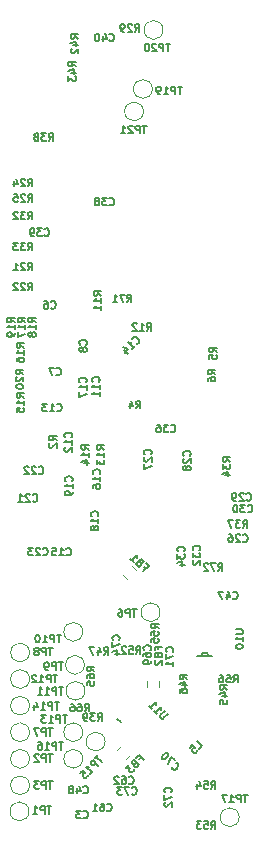
<source format=gbr>
%TF.GenerationSoftware,KiCad,Pcbnew,8.0.6*%
%TF.CreationDate,2024-11-27T00:56:58+01:00*%
%TF.ProjectId,M2SmartHome,4d32536d-6172-4744-986f-6d652e6b6963,rev?*%
%TF.SameCoordinates,Original*%
%TF.FileFunction,Legend,Bot*%
%TF.FilePolarity,Positive*%
%FSLAX46Y46*%
G04 Gerber Fmt 4.6, Leading zero omitted, Abs format (unit mm)*
G04 Created by KiCad (PCBNEW 8.0.6) date 2024-11-27 00:56:58*
%MOMM*%
%LPD*%
G01*
G04 APERTURE LIST*
%ADD10C,0.150000*%
%ADD11C,0.120000*%
%ADD12C,0.127000*%
%ADD13C,0.152400*%
G04 APERTURE END LIST*
D10*
X84856666Y-116077323D02*
X84887142Y-116107800D01*
X84887142Y-116107800D02*
X84978571Y-116138276D01*
X84978571Y-116138276D02*
X85039523Y-116138276D01*
X85039523Y-116138276D02*
X85130952Y-116107800D01*
X85130952Y-116107800D02*
X85191904Y-116046847D01*
X85191904Y-116046847D02*
X85222381Y-115985895D01*
X85222381Y-115985895D02*
X85252857Y-115863990D01*
X85252857Y-115863990D02*
X85252857Y-115772561D01*
X85252857Y-115772561D02*
X85222381Y-115650657D01*
X85222381Y-115650657D02*
X85191904Y-115589704D01*
X85191904Y-115589704D02*
X85130952Y-115528752D01*
X85130952Y-115528752D02*
X85039523Y-115498276D01*
X85039523Y-115498276D02*
X84978571Y-115498276D01*
X84978571Y-115498276D02*
X84887142Y-115528752D01*
X84887142Y-115528752D02*
X84856666Y-115559228D01*
X84308095Y-115498276D02*
X84430000Y-115498276D01*
X84430000Y-115498276D02*
X84490952Y-115528752D01*
X84490952Y-115528752D02*
X84521428Y-115559228D01*
X84521428Y-115559228D02*
X84582381Y-115650657D01*
X84582381Y-115650657D02*
X84612857Y-115772561D01*
X84612857Y-115772561D02*
X84612857Y-116016371D01*
X84612857Y-116016371D02*
X84582381Y-116077323D01*
X84582381Y-116077323D02*
X84551904Y-116107800D01*
X84551904Y-116107800D02*
X84490952Y-116138276D01*
X84490952Y-116138276D02*
X84369047Y-116138276D01*
X84369047Y-116138276D02*
X84308095Y-116107800D01*
X84308095Y-116107800D02*
X84277619Y-116077323D01*
X84277619Y-116077323D02*
X84247142Y-116016371D01*
X84247142Y-116016371D02*
X84247142Y-115863990D01*
X84247142Y-115863990D02*
X84277619Y-115803038D01*
X84277619Y-115803038D02*
X84308095Y-115772561D01*
X84308095Y-115772561D02*
X84369047Y-115742085D01*
X84369047Y-115742085D02*
X84490952Y-115742085D01*
X84490952Y-115742085D02*
X84551904Y-115772561D01*
X84551904Y-115772561D02*
X84582381Y-115803038D01*
X84582381Y-115803038D02*
X84612857Y-115863990D01*
X87606666Y-159227323D02*
X87637142Y-159257800D01*
X87637142Y-159257800D02*
X87728571Y-159288276D01*
X87728571Y-159288276D02*
X87789523Y-159288276D01*
X87789523Y-159288276D02*
X87880952Y-159257800D01*
X87880952Y-159257800D02*
X87941904Y-159196847D01*
X87941904Y-159196847D02*
X87972381Y-159135895D01*
X87972381Y-159135895D02*
X88002857Y-159013990D01*
X88002857Y-159013990D02*
X88002857Y-158922561D01*
X88002857Y-158922561D02*
X87972381Y-158800657D01*
X87972381Y-158800657D02*
X87941904Y-158739704D01*
X87941904Y-158739704D02*
X87880952Y-158678752D01*
X87880952Y-158678752D02*
X87789523Y-158648276D01*
X87789523Y-158648276D02*
X87728571Y-158648276D01*
X87728571Y-158648276D02*
X87637142Y-158678752D01*
X87637142Y-158678752D02*
X87606666Y-158709228D01*
X87393333Y-158648276D02*
X86997142Y-158648276D01*
X86997142Y-158648276D02*
X87210476Y-158892085D01*
X87210476Y-158892085D02*
X87119047Y-158892085D01*
X87119047Y-158892085D02*
X87058095Y-158922561D01*
X87058095Y-158922561D02*
X87027619Y-158953038D01*
X87027619Y-158953038D02*
X86997142Y-159013990D01*
X86997142Y-159013990D02*
X86997142Y-159166371D01*
X86997142Y-159166371D02*
X87027619Y-159227323D01*
X87027619Y-159227323D02*
X87058095Y-159257800D01*
X87058095Y-159257800D02*
X87119047Y-159288276D01*
X87119047Y-159288276D02*
X87301904Y-159288276D01*
X87301904Y-159288276D02*
X87362857Y-159257800D01*
X87362857Y-159257800D02*
X87393333Y-159227323D01*
X101512380Y-157298276D02*
X101146666Y-157298276D01*
X101329523Y-157938276D02*
X101329523Y-157298276D01*
X100933333Y-157938276D02*
X100933333Y-157298276D01*
X100933333Y-157298276D02*
X100689523Y-157298276D01*
X100689523Y-157298276D02*
X100628571Y-157328752D01*
X100628571Y-157328752D02*
X100598094Y-157359228D01*
X100598094Y-157359228D02*
X100567618Y-157420180D01*
X100567618Y-157420180D02*
X100567618Y-157511609D01*
X100567618Y-157511609D02*
X100598094Y-157572561D01*
X100598094Y-157572561D02*
X100628571Y-157603038D01*
X100628571Y-157603038D02*
X100689523Y-157633514D01*
X100689523Y-157633514D02*
X100933333Y-157633514D01*
X99958094Y-157938276D02*
X100323809Y-157938276D01*
X100140952Y-157938276D02*
X100140952Y-157298276D01*
X100140952Y-157298276D02*
X100201904Y-157389704D01*
X100201904Y-157389704D02*
X100262856Y-157450657D01*
X100262856Y-157450657D02*
X100323809Y-157481133D01*
X99744761Y-157298276D02*
X99318094Y-157298276D01*
X99318094Y-157298276D02*
X99592380Y-157938276D01*
X85007618Y-156155776D02*
X84641904Y-156155776D01*
X84824761Y-156795776D02*
X84824761Y-156155776D01*
X84428571Y-156795776D02*
X84428571Y-156155776D01*
X84428571Y-156155776D02*
X84184761Y-156155776D01*
X84184761Y-156155776D02*
X84123809Y-156186252D01*
X84123809Y-156186252D02*
X84093332Y-156216728D01*
X84093332Y-156216728D02*
X84062856Y-156277680D01*
X84062856Y-156277680D02*
X84062856Y-156369109D01*
X84062856Y-156369109D02*
X84093332Y-156430061D01*
X84093332Y-156430061D02*
X84123809Y-156460538D01*
X84123809Y-156460538D02*
X84184761Y-156491014D01*
X84184761Y-156491014D02*
X84428571Y-156491014D01*
X83849523Y-156155776D02*
X83453332Y-156155776D01*
X83453332Y-156155776D02*
X83666666Y-156399585D01*
X83666666Y-156399585D02*
X83575237Y-156399585D01*
X83575237Y-156399585D02*
X83514285Y-156430061D01*
X83514285Y-156430061D02*
X83483809Y-156460538D01*
X83483809Y-156460538D02*
X83453332Y-156521490D01*
X83453332Y-156521490D02*
X83453332Y-156673871D01*
X83453332Y-156673871D02*
X83483809Y-156734823D01*
X83483809Y-156734823D02*
X83514285Y-156765300D01*
X83514285Y-156765300D02*
X83575237Y-156795776D01*
X83575237Y-156795776D02*
X83758094Y-156795776D01*
X83758094Y-156795776D02*
X83819047Y-156765300D01*
X83819047Y-156765300D02*
X83849523Y-156734823D01*
X85712380Y-143755776D02*
X85346666Y-143755776D01*
X85529523Y-144395776D02*
X85529523Y-143755776D01*
X85133333Y-144395776D02*
X85133333Y-143755776D01*
X85133333Y-143755776D02*
X84889523Y-143755776D01*
X84889523Y-143755776D02*
X84828571Y-143786252D01*
X84828571Y-143786252D02*
X84798094Y-143816728D01*
X84798094Y-143816728D02*
X84767618Y-143877680D01*
X84767618Y-143877680D02*
X84767618Y-143969109D01*
X84767618Y-143969109D02*
X84798094Y-144030061D01*
X84798094Y-144030061D02*
X84828571Y-144060538D01*
X84828571Y-144060538D02*
X84889523Y-144091014D01*
X84889523Y-144091014D02*
X85133333Y-144091014D01*
X84158094Y-144395776D02*
X84523809Y-144395776D01*
X84340952Y-144395776D02*
X84340952Y-143755776D01*
X84340952Y-143755776D02*
X84401904Y-143847204D01*
X84401904Y-143847204D02*
X84462856Y-143908157D01*
X84462856Y-143908157D02*
X84523809Y-143938633D01*
X83761904Y-143755776D02*
X83700951Y-143755776D01*
X83700951Y-143755776D02*
X83639999Y-143786252D01*
X83639999Y-143786252D02*
X83609523Y-143816728D01*
X83609523Y-143816728D02*
X83579047Y-143877680D01*
X83579047Y-143877680D02*
X83548570Y-143999585D01*
X83548570Y-143999585D02*
X83548570Y-144151966D01*
X83548570Y-144151966D02*
X83579047Y-144273871D01*
X83579047Y-144273871D02*
X83609523Y-144334823D01*
X83609523Y-144334823D02*
X83639999Y-144365300D01*
X83639999Y-144365300D02*
X83700951Y-144395776D01*
X83700951Y-144395776D02*
X83761904Y-144395776D01*
X83761904Y-144395776D02*
X83822856Y-144365300D01*
X83822856Y-144365300D02*
X83853332Y-144334823D01*
X83853332Y-144334823D02*
X83883809Y-144273871D01*
X83883809Y-144273871D02*
X83914285Y-144151966D01*
X83914285Y-144151966D02*
X83914285Y-143999585D01*
X83914285Y-143999585D02*
X83883809Y-143877680D01*
X83883809Y-143877680D02*
X83853332Y-143816728D01*
X83853332Y-143816728D02*
X83822856Y-143786252D01*
X83822856Y-143786252D02*
X83761904Y-143755776D01*
X88837865Y-153964721D02*
X88579266Y-154223320D01*
X89161114Y-154546569D02*
X88708566Y-154094021D01*
X88880965Y-154826718D02*
X88428417Y-154374170D01*
X88428417Y-154374170D02*
X88256017Y-154546569D01*
X88256017Y-154546569D02*
X88234467Y-154611219D01*
X88234467Y-154611219D02*
X88234467Y-154654319D01*
X88234467Y-154654319D02*
X88256017Y-154718969D01*
X88256017Y-154718969D02*
X88320667Y-154783618D01*
X88320667Y-154783618D02*
X88385317Y-154805168D01*
X88385317Y-154805168D02*
X88428417Y-154805168D01*
X88428417Y-154805168D02*
X88493066Y-154783618D01*
X88493066Y-154783618D02*
X88665466Y-154611219D01*
X88191367Y-155516316D02*
X88449967Y-155257717D01*
X88320667Y-155387016D02*
X87868119Y-154934468D01*
X87868119Y-154934468D02*
X87975868Y-154956018D01*
X87975868Y-154956018D02*
X88062068Y-154956018D01*
X88062068Y-154956018D02*
X88126718Y-154934468D01*
X87329371Y-155473216D02*
X87544870Y-155257717D01*
X87544870Y-155257717D02*
X87781919Y-155451666D01*
X87781919Y-155451666D02*
X87738819Y-155451666D01*
X87738819Y-155451666D02*
X87674169Y-155473216D01*
X87674169Y-155473216D02*
X87566420Y-155580966D01*
X87566420Y-155580966D02*
X87544870Y-155645615D01*
X87544870Y-155645615D02*
X87544870Y-155688715D01*
X87544870Y-155688715D02*
X87566420Y-155753365D01*
X87566420Y-155753365D02*
X87674169Y-155861114D01*
X87674169Y-155861114D02*
X87738819Y-155882664D01*
X87738819Y-155882664D02*
X87781919Y-155882664D01*
X87781919Y-155882664D02*
X87846569Y-155861114D01*
X87846569Y-155861114D02*
X87954318Y-155753365D01*
X87954318Y-155753365D02*
X87975868Y-155688715D01*
X87975868Y-155688715D02*
X87975868Y-155645615D01*
X94962380Y-93698276D02*
X94596666Y-93698276D01*
X94779523Y-94338276D02*
X94779523Y-93698276D01*
X94383333Y-94338276D02*
X94383333Y-93698276D01*
X94383333Y-93698276D02*
X94139523Y-93698276D01*
X94139523Y-93698276D02*
X94078571Y-93728752D01*
X94078571Y-93728752D02*
X94048094Y-93759228D01*
X94048094Y-93759228D02*
X94017618Y-93820180D01*
X94017618Y-93820180D02*
X94017618Y-93911609D01*
X94017618Y-93911609D02*
X94048094Y-93972561D01*
X94048094Y-93972561D02*
X94078571Y-94003038D01*
X94078571Y-94003038D02*
X94139523Y-94033514D01*
X94139523Y-94033514D02*
X94383333Y-94033514D01*
X93773809Y-93759228D02*
X93743333Y-93728752D01*
X93743333Y-93728752D02*
X93682380Y-93698276D01*
X93682380Y-93698276D02*
X93529999Y-93698276D01*
X93529999Y-93698276D02*
X93469047Y-93728752D01*
X93469047Y-93728752D02*
X93438571Y-93759228D01*
X93438571Y-93759228D02*
X93408094Y-93820180D01*
X93408094Y-93820180D02*
X93408094Y-93881133D01*
X93408094Y-93881133D02*
X93438571Y-93972561D01*
X93438571Y-93972561D02*
X93804285Y-94338276D01*
X93804285Y-94338276D02*
X93408094Y-94338276D01*
X93011904Y-93698276D02*
X92950951Y-93698276D01*
X92950951Y-93698276D02*
X92889999Y-93728752D01*
X92889999Y-93728752D02*
X92859523Y-93759228D01*
X92859523Y-93759228D02*
X92829047Y-93820180D01*
X92829047Y-93820180D02*
X92798570Y-93942085D01*
X92798570Y-93942085D02*
X92798570Y-94094466D01*
X92798570Y-94094466D02*
X92829047Y-94216371D01*
X92829047Y-94216371D02*
X92859523Y-94277323D01*
X92859523Y-94277323D02*
X92889999Y-94307800D01*
X92889999Y-94307800D02*
X92950951Y-94338276D01*
X92950951Y-94338276D02*
X93011904Y-94338276D01*
X93011904Y-94338276D02*
X93072856Y-94307800D01*
X93072856Y-94307800D02*
X93103332Y-94277323D01*
X93103332Y-94277323D02*
X93133809Y-94216371D01*
X93133809Y-94216371D02*
X93164285Y-94094466D01*
X93164285Y-94094466D02*
X93164285Y-93942085D01*
X93164285Y-93942085D02*
X93133809Y-93820180D01*
X93133809Y-93820180D02*
X93103332Y-93759228D01*
X93103332Y-93759228D02*
X93072856Y-93728752D01*
X93072856Y-93728752D02*
X93011904Y-93698276D01*
X95962380Y-97348276D02*
X95596666Y-97348276D01*
X95779523Y-97988276D02*
X95779523Y-97348276D01*
X95383333Y-97988276D02*
X95383333Y-97348276D01*
X95383333Y-97348276D02*
X95139523Y-97348276D01*
X95139523Y-97348276D02*
X95078571Y-97378752D01*
X95078571Y-97378752D02*
X95048094Y-97409228D01*
X95048094Y-97409228D02*
X95017618Y-97470180D01*
X95017618Y-97470180D02*
X95017618Y-97561609D01*
X95017618Y-97561609D02*
X95048094Y-97622561D01*
X95048094Y-97622561D02*
X95078571Y-97653038D01*
X95078571Y-97653038D02*
X95139523Y-97683514D01*
X95139523Y-97683514D02*
X95383333Y-97683514D01*
X94408094Y-97988276D02*
X94773809Y-97988276D01*
X94590952Y-97988276D02*
X94590952Y-97348276D01*
X94590952Y-97348276D02*
X94651904Y-97439704D01*
X94651904Y-97439704D02*
X94712856Y-97500657D01*
X94712856Y-97500657D02*
X94773809Y-97531133D01*
X94103332Y-97988276D02*
X93981428Y-97988276D01*
X93981428Y-97988276D02*
X93920475Y-97957800D01*
X93920475Y-97957800D02*
X93889999Y-97927323D01*
X93889999Y-97927323D02*
X93829047Y-97835895D01*
X93829047Y-97835895D02*
X93798570Y-97713990D01*
X93798570Y-97713990D02*
X93798570Y-97470180D01*
X93798570Y-97470180D02*
X93829047Y-97409228D01*
X93829047Y-97409228D02*
X93859523Y-97378752D01*
X93859523Y-97378752D02*
X93920475Y-97348276D01*
X93920475Y-97348276D02*
X94042380Y-97348276D01*
X94042380Y-97348276D02*
X94103332Y-97378752D01*
X94103332Y-97378752D02*
X94133809Y-97409228D01*
X94133809Y-97409228D02*
X94164285Y-97470180D01*
X94164285Y-97470180D02*
X94164285Y-97622561D01*
X94164285Y-97622561D02*
X94133809Y-97683514D01*
X94133809Y-97683514D02*
X94103332Y-97713990D01*
X94103332Y-97713990D02*
X94042380Y-97744466D01*
X94042380Y-97744466D02*
X93920475Y-97744466D01*
X93920475Y-97744466D02*
X93859523Y-97713990D01*
X93859523Y-97713990D02*
X93829047Y-97683514D01*
X93829047Y-97683514D02*
X93798570Y-97622561D01*
X85007618Y-144855776D02*
X84641904Y-144855776D01*
X84824761Y-145495776D02*
X84824761Y-144855776D01*
X84428571Y-145495776D02*
X84428571Y-144855776D01*
X84428571Y-144855776D02*
X84184761Y-144855776D01*
X84184761Y-144855776D02*
X84123809Y-144886252D01*
X84123809Y-144886252D02*
X84093332Y-144916728D01*
X84093332Y-144916728D02*
X84062856Y-144977680D01*
X84062856Y-144977680D02*
X84062856Y-145069109D01*
X84062856Y-145069109D02*
X84093332Y-145130061D01*
X84093332Y-145130061D02*
X84123809Y-145160538D01*
X84123809Y-145160538D02*
X84184761Y-145191014D01*
X84184761Y-145191014D02*
X84428571Y-145191014D01*
X83697142Y-145130061D02*
X83758094Y-145099585D01*
X83758094Y-145099585D02*
X83788571Y-145069109D01*
X83788571Y-145069109D02*
X83819047Y-145008157D01*
X83819047Y-145008157D02*
X83819047Y-144977680D01*
X83819047Y-144977680D02*
X83788571Y-144916728D01*
X83788571Y-144916728D02*
X83758094Y-144886252D01*
X83758094Y-144886252D02*
X83697142Y-144855776D01*
X83697142Y-144855776D02*
X83575237Y-144855776D01*
X83575237Y-144855776D02*
X83514285Y-144886252D01*
X83514285Y-144886252D02*
X83483809Y-144916728D01*
X83483809Y-144916728D02*
X83453332Y-144977680D01*
X83453332Y-144977680D02*
X83453332Y-145008157D01*
X83453332Y-145008157D02*
X83483809Y-145069109D01*
X83483809Y-145069109D02*
X83514285Y-145099585D01*
X83514285Y-145099585D02*
X83575237Y-145130061D01*
X83575237Y-145130061D02*
X83697142Y-145130061D01*
X83697142Y-145130061D02*
X83758094Y-145160538D01*
X83758094Y-145160538D02*
X83788571Y-145191014D01*
X83788571Y-145191014D02*
X83819047Y-145251966D01*
X83819047Y-145251966D02*
X83819047Y-145373871D01*
X83819047Y-145373871D02*
X83788571Y-145434823D01*
X83788571Y-145434823D02*
X83758094Y-145465300D01*
X83758094Y-145465300D02*
X83697142Y-145495776D01*
X83697142Y-145495776D02*
X83575237Y-145495776D01*
X83575237Y-145495776D02*
X83514285Y-145465300D01*
X83514285Y-145465300D02*
X83483809Y-145434823D01*
X83483809Y-145434823D02*
X83453332Y-145373871D01*
X83453332Y-145373871D02*
X83453332Y-145251966D01*
X83453332Y-145251966D02*
X83483809Y-145191014D01*
X83483809Y-145191014D02*
X83514285Y-145160538D01*
X83514285Y-145160538D02*
X83575237Y-145130061D01*
X85912380Y-148198276D02*
X85546666Y-148198276D01*
X85729523Y-148838276D02*
X85729523Y-148198276D01*
X85333333Y-148838276D02*
X85333333Y-148198276D01*
X85333333Y-148198276D02*
X85089523Y-148198276D01*
X85089523Y-148198276D02*
X85028571Y-148228752D01*
X85028571Y-148228752D02*
X84998094Y-148259228D01*
X84998094Y-148259228D02*
X84967618Y-148320180D01*
X84967618Y-148320180D02*
X84967618Y-148411609D01*
X84967618Y-148411609D02*
X84998094Y-148472561D01*
X84998094Y-148472561D02*
X85028571Y-148503038D01*
X85028571Y-148503038D02*
X85089523Y-148533514D01*
X85089523Y-148533514D02*
X85333333Y-148533514D01*
X84358094Y-148838276D02*
X84723809Y-148838276D01*
X84540952Y-148838276D02*
X84540952Y-148198276D01*
X84540952Y-148198276D02*
X84601904Y-148289704D01*
X84601904Y-148289704D02*
X84662856Y-148350657D01*
X84662856Y-148350657D02*
X84723809Y-148381133D01*
X83748570Y-148838276D02*
X84114285Y-148838276D01*
X83931428Y-148838276D02*
X83931428Y-148198276D01*
X83931428Y-148198276D02*
X83992380Y-148289704D01*
X83992380Y-148289704D02*
X84053332Y-148350657D01*
X84053332Y-148350657D02*
X84114285Y-148381133D01*
X92107618Y-141598276D02*
X91741904Y-141598276D01*
X91924761Y-142238276D02*
X91924761Y-141598276D01*
X91528571Y-142238276D02*
X91528571Y-141598276D01*
X91528571Y-141598276D02*
X91284761Y-141598276D01*
X91284761Y-141598276D02*
X91223809Y-141628752D01*
X91223809Y-141628752D02*
X91193332Y-141659228D01*
X91193332Y-141659228D02*
X91162856Y-141720180D01*
X91162856Y-141720180D02*
X91162856Y-141811609D01*
X91162856Y-141811609D02*
X91193332Y-141872561D01*
X91193332Y-141872561D02*
X91223809Y-141903038D01*
X91223809Y-141903038D02*
X91284761Y-141933514D01*
X91284761Y-141933514D02*
X91528571Y-141933514D01*
X90614285Y-141598276D02*
X90736190Y-141598276D01*
X90736190Y-141598276D02*
X90797142Y-141628752D01*
X90797142Y-141628752D02*
X90827618Y-141659228D01*
X90827618Y-141659228D02*
X90888571Y-141750657D01*
X90888571Y-141750657D02*
X90919047Y-141872561D01*
X90919047Y-141872561D02*
X90919047Y-142116371D01*
X90919047Y-142116371D02*
X90888571Y-142177323D01*
X90888571Y-142177323D02*
X90858094Y-142207800D01*
X90858094Y-142207800D02*
X90797142Y-142238276D01*
X90797142Y-142238276D02*
X90675237Y-142238276D01*
X90675237Y-142238276D02*
X90614285Y-142207800D01*
X90614285Y-142207800D02*
X90583809Y-142177323D01*
X90583809Y-142177323D02*
X90553332Y-142116371D01*
X90553332Y-142116371D02*
X90553332Y-141963990D01*
X90553332Y-141963990D02*
X90583809Y-141903038D01*
X90583809Y-141903038D02*
X90614285Y-141872561D01*
X90614285Y-141872561D02*
X90675237Y-141842085D01*
X90675237Y-141842085D02*
X90797142Y-141842085D01*
X90797142Y-141842085D02*
X90858094Y-141872561D01*
X90858094Y-141872561D02*
X90888571Y-141903038D01*
X90888571Y-141903038D02*
X90919047Y-141963990D01*
X85857618Y-146098276D02*
X85491904Y-146098276D01*
X85674761Y-146738276D02*
X85674761Y-146098276D01*
X85278571Y-146738276D02*
X85278571Y-146098276D01*
X85278571Y-146098276D02*
X85034761Y-146098276D01*
X85034761Y-146098276D02*
X84973809Y-146128752D01*
X84973809Y-146128752D02*
X84943332Y-146159228D01*
X84943332Y-146159228D02*
X84912856Y-146220180D01*
X84912856Y-146220180D02*
X84912856Y-146311609D01*
X84912856Y-146311609D02*
X84943332Y-146372561D01*
X84943332Y-146372561D02*
X84973809Y-146403038D01*
X84973809Y-146403038D02*
X85034761Y-146433514D01*
X85034761Y-146433514D02*
X85278571Y-146433514D01*
X84608094Y-146738276D02*
X84486190Y-146738276D01*
X84486190Y-146738276D02*
X84425237Y-146707800D01*
X84425237Y-146707800D02*
X84394761Y-146677323D01*
X84394761Y-146677323D02*
X84333809Y-146585895D01*
X84333809Y-146585895D02*
X84303332Y-146463990D01*
X84303332Y-146463990D02*
X84303332Y-146220180D01*
X84303332Y-146220180D02*
X84333809Y-146159228D01*
X84333809Y-146159228D02*
X84364285Y-146128752D01*
X84364285Y-146128752D02*
X84425237Y-146098276D01*
X84425237Y-146098276D02*
X84547142Y-146098276D01*
X84547142Y-146098276D02*
X84608094Y-146128752D01*
X84608094Y-146128752D02*
X84638571Y-146159228D01*
X84638571Y-146159228D02*
X84669047Y-146220180D01*
X84669047Y-146220180D02*
X84669047Y-146372561D01*
X84669047Y-146372561D02*
X84638571Y-146433514D01*
X84638571Y-146433514D02*
X84608094Y-146463990D01*
X84608094Y-146463990D02*
X84547142Y-146494466D01*
X84547142Y-146494466D02*
X84425237Y-146494466D01*
X84425237Y-146494466D02*
X84364285Y-146463990D01*
X84364285Y-146463990D02*
X84333809Y-146433514D01*
X84333809Y-146433514D02*
X84303332Y-146372561D01*
X86212380Y-150555776D02*
X85846666Y-150555776D01*
X86029523Y-151195776D02*
X86029523Y-150555776D01*
X85633333Y-151195776D02*
X85633333Y-150555776D01*
X85633333Y-150555776D02*
X85389523Y-150555776D01*
X85389523Y-150555776D02*
X85328571Y-150586252D01*
X85328571Y-150586252D02*
X85298094Y-150616728D01*
X85298094Y-150616728D02*
X85267618Y-150677680D01*
X85267618Y-150677680D02*
X85267618Y-150769109D01*
X85267618Y-150769109D02*
X85298094Y-150830061D01*
X85298094Y-150830061D02*
X85328571Y-150860538D01*
X85328571Y-150860538D02*
X85389523Y-150891014D01*
X85389523Y-150891014D02*
X85633333Y-150891014D01*
X84658094Y-151195776D02*
X85023809Y-151195776D01*
X84840952Y-151195776D02*
X84840952Y-150555776D01*
X84840952Y-150555776D02*
X84901904Y-150647204D01*
X84901904Y-150647204D02*
X84962856Y-150708157D01*
X84962856Y-150708157D02*
X85023809Y-150738633D01*
X84444761Y-150555776D02*
X84048570Y-150555776D01*
X84048570Y-150555776D02*
X84261904Y-150799585D01*
X84261904Y-150799585D02*
X84170475Y-150799585D01*
X84170475Y-150799585D02*
X84109523Y-150830061D01*
X84109523Y-150830061D02*
X84079047Y-150860538D01*
X84079047Y-150860538D02*
X84048570Y-150921490D01*
X84048570Y-150921490D02*
X84048570Y-151073871D01*
X84048570Y-151073871D02*
X84079047Y-151134823D01*
X84079047Y-151134823D02*
X84109523Y-151165300D01*
X84109523Y-151165300D02*
X84170475Y-151195776D01*
X84170475Y-151195776D02*
X84353332Y-151195776D01*
X84353332Y-151195776D02*
X84414285Y-151165300D01*
X84414285Y-151165300D02*
X84444761Y-151134823D01*
X85912380Y-152855776D02*
X85546666Y-152855776D01*
X85729523Y-153495776D02*
X85729523Y-152855776D01*
X85333333Y-153495776D02*
X85333333Y-152855776D01*
X85333333Y-152855776D02*
X85089523Y-152855776D01*
X85089523Y-152855776D02*
X85028571Y-152886252D01*
X85028571Y-152886252D02*
X84998094Y-152916728D01*
X84998094Y-152916728D02*
X84967618Y-152977680D01*
X84967618Y-152977680D02*
X84967618Y-153069109D01*
X84967618Y-153069109D02*
X84998094Y-153130061D01*
X84998094Y-153130061D02*
X85028571Y-153160538D01*
X85028571Y-153160538D02*
X85089523Y-153191014D01*
X85089523Y-153191014D02*
X85333333Y-153191014D01*
X84358094Y-153495776D02*
X84723809Y-153495776D01*
X84540952Y-153495776D02*
X84540952Y-152855776D01*
X84540952Y-152855776D02*
X84601904Y-152947204D01*
X84601904Y-152947204D02*
X84662856Y-153008157D01*
X84662856Y-153008157D02*
X84723809Y-153038633D01*
X83809523Y-152855776D02*
X83931428Y-152855776D01*
X83931428Y-152855776D02*
X83992380Y-152886252D01*
X83992380Y-152886252D02*
X84022856Y-152916728D01*
X84022856Y-152916728D02*
X84083809Y-153008157D01*
X84083809Y-153008157D02*
X84114285Y-153130061D01*
X84114285Y-153130061D02*
X84114285Y-153373871D01*
X84114285Y-153373871D02*
X84083809Y-153434823D01*
X84083809Y-153434823D02*
X84053332Y-153465300D01*
X84053332Y-153465300D02*
X83992380Y-153495776D01*
X83992380Y-153495776D02*
X83870475Y-153495776D01*
X83870475Y-153495776D02*
X83809523Y-153465300D01*
X83809523Y-153465300D02*
X83779047Y-153434823D01*
X83779047Y-153434823D02*
X83748570Y-153373871D01*
X83748570Y-153373871D02*
X83748570Y-153221490D01*
X83748570Y-153221490D02*
X83779047Y-153160538D01*
X83779047Y-153160538D02*
X83809523Y-153130061D01*
X83809523Y-153130061D02*
X83870475Y-153099585D01*
X83870475Y-153099585D02*
X83992380Y-153099585D01*
X83992380Y-153099585D02*
X84053332Y-153130061D01*
X84053332Y-153130061D02*
X84083809Y-153160538D01*
X84083809Y-153160538D02*
X84114285Y-153221490D01*
X85007618Y-151655776D02*
X84641904Y-151655776D01*
X84824761Y-152295776D02*
X84824761Y-151655776D01*
X84428571Y-152295776D02*
X84428571Y-151655776D01*
X84428571Y-151655776D02*
X84184761Y-151655776D01*
X84184761Y-151655776D02*
X84123809Y-151686252D01*
X84123809Y-151686252D02*
X84093332Y-151716728D01*
X84093332Y-151716728D02*
X84062856Y-151777680D01*
X84062856Y-151777680D02*
X84062856Y-151869109D01*
X84062856Y-151869109D02*
X84093332Y-151930061D01*
X84093332Y-151930061D02*
X84123809Y-151960538D01*
X84123809Y-151960538D02*
X84184761Y-151991014D01*
X84184761Y-151991014D02*
X84428571Y-151991014D01*
X83849523Y-151655776D02*
X83422856Y-151655776D01*
X83422856Y-151655776D02*
X83697142Y-152295776D01*
X92959880Y-100643276D02*
X92594166Y-100643276D01*
X92777023Y-101283276D02*
X92777023Y-100643276D01*
X92380833Y-101283276D02*
X92380833Y-100643276D01*
X92380833Y-100643276D02*
X92137023Y-100643276D01*
X92137023Y-100643276D02*
X92076071Y-100673752D01*
X92076071Y-100673752D02*
X92045594Y-100704228D01*
X92045594Y-100704228D02*
X92015118Y-100765180D01*
X92015118Y-100765180D02*
X92015118Y-100856609D01*
X92015118Y-100856609D02*
X92045594Y-100917561D01*
X92045594Y-100917561D02*
X92076071Y-100948038D01*
X92076071Y-100948038D02*
X92137023Y-100978514D01*
X92137023Y-100978514D02*
X92380833Y-100978514D01*
X91771309Y-100704228D02*
X91740833Y-100673752D01*
X91740833Y-100673752D02*
X91679880Y-100643276D01*
X91679880Y-100643276D02*
X91527499Y-100643276D01*
X91527499Y-100643276D02*
X91466547Y-100673752D01*
X91466547Y-100673752D02*
X91436071Y-100704228D01*
X91436071Y-100704228D02*
X91405594Y-100765180D01*
X91405594Y-100765180D02*
X91405594Y-100826133D01*
X91405594Y-100826133D02*
X91436071Y-100917561D01*
X91436071Y-100917561D02*
X91801785Y-101283276D01*
X91801785Y-101283276D02*
X91405594Y-101283276D01*
X90796070Y-101283276D02*
X91161785Y-101283276D01*
X90978928Y-101283276D02*
X90978928Y-100643276D01*
X90978928Y-100643276D02*
X91039880Y-100734704D01*
X91039880Y-100734704D02*
X91100832Y-100795657D01*
X91100832Y-100795657D02*
X91161785Y-100826133D01*
X94759004Y-150461591D02*
X94392655Y-150827940D01*
X94392655Y-150827940D02*
X94328005Y-150849490D01*
X94328005Y-150849490D02*
X94284906Y-150849490D01*
X94284906Y-150849490D02*
X94220256Y-150827940D01*
X94220256Y-150827940D02*
X94134056Y-150741740D01*
X94134056Y-150741740D02*
X94112506Y-150677090D01*
X94112506Y-150677090D02*
X94112506Y-150633991D01*
X94112506Y-150633991D02*
X94134056Y-150569341D01*
X94134056Y-150569341D02*
X94500405Y-150202992D01*
X93595308Y-150202992D02*
X93853907Y-150461591D01*
X93724608Y-150332292D02*
X94177156Y-149879743D01*
X94177156Y-149879743D02*
X94155606Y-149987493D01*
X94155606Y-149987493D02*
X94155606Y-150073693D01*
X94155606Y-150073693D02*
X94177156Y-150138343D01*
X93164310Y-149771994D02*
X93422909Y-150030593D01*
X93293609Y-149901293D02*
X93746158Y-149448745D01*
X93746158Y-149448745D02*
X93724608Y-149556495D01*
X93724608Y-149556495D02*
X93724608Y-149642694D01*
X93724608Y-149642694D02*
X93746158Y-149707344D01*
X85562380Y-149448276D02*
X85196666Y-149448276D01*
X85379523Y-150088276D02*
X85379523Y-149448276D01*
X84983333Y-150088276D02*
X84983333Y-149448276D01*
X84983333Y-149448276D02*
X84739523Y-149448276D01*
X84739523Y-149448276D02*
X84678571Y-149478752D01*
X84678571Y-149478752D02*
X84648094Y-149509228D01*
X84648094Y-149509228D02*
X84617618Y-149570180D01*
X84617618Y-149570180D02*
X84617618Y-149661609D01*
X84617618Y-149661609D02*
X84648094Y-149722561D01*
X84648094Y-149722561D02*
X84678571Y-149753038D01*
X84678571Y-149753038D02*
X84739523Y-149783514D01*
X84739523Y-149783514D02*
X84983333Y-149783514D01*
X84008094Y-150088276D02*
X84373809Y-150088276D01*
X84190952Y-150088276D02*
X84190952Y-149448276D01*
X84190952Y-149448276D02*
X84251904Y-149539704D01*
X84251904Y-149539704D02*
X84312856Y-149600657D01*
X84312856Y-149600657D02*
X84373809Y-149631133D01*
X83459523Y-149661609D02*
X83459523Y-150088276D01*
X83611904Y-149417800D02*
X83764285Y-149874942D01*
X83764285Y-149874942D02*
X83368094Y-149874942D01*
X85412380Y-147155776D02*
X85046666Y-147155776D01*
X85229523Y-147795776D02*
X85229523Y-147155776D01*
X84833333Y-147795776D02*
X84833333Y-147155776D01*
X84833333Y-147155776D02*
X84589523Y-147155776D01*
X84589523Y-147155776D02*
X84528571Y-147186252D01*
X84528571Y-147186252D02*
X84498094Y-147216728D01*
X84498094Y-147216728D02*
X84467618Y-147277680D01*
X84467618Y-147277680D02*
X84467618Y-147369109D01*
X84467618Y-147369109D02*
X84498094Y-147430061D01*
X84498094Y-147430061D02*
X84528571Y-147460538D01*
X84528571Y-147460538D02*
X84589523Y-147491014D01*
X84589523Y-147491014D02*
X84833333Y-147491014D01*
X83858094Y-147795776D02*
X84223809Y-147795776D01*
X84040952Y-147795776D02*
X84040952Y-147155776D01*
X84040952Y-147155776D02*
X84101904Y-147247204D01*
X84101904Y-147247204D02*
X84162856Y-147308157D01*
X84162856Y-147308157D02*
X84223809Y-147338633D01*
X83614285Y-147216728D02*
X83583809Y-147186252D01*
X83583809Y-147186252D02*
X83522856Y-147155776D01*
X83522856Y-147155776D02*
X83370475Y-147155776D01*
X83370475Y-147155776D02*
X83309523Y-147186252D01*
X83309523Y-147186252D02*
X83279047Y-147216728D01*
X83279047Y-147216728D02*
X83248570Y-147277680D01*
X83248570Y-147277680D02*
X83248570Y-147338633D01*
X83248570Y-147338633D02*
X83279047Y-147430061D01*
X83279047Y-147430061D02*
X83644761Y-147795776D01*
X83644761Y-147795776D02*
X83248570Y-147795776D01*
X84907618Y-158255776D02*
X84541904Y-158255776D01*
X84724761Y-158895776D02*
X84724761Y-158255776D01*
X84328571Y-158895776D02*
X84328571Y-158255776D01*
X84328571Y-158255776D02*
X84084761Y-158255776D01*
X84084761Y-158255776D02*
X84023809Y-158286252D01*
X84023809Y-158286252D02*
X83993332Y-158316728D01*
X83993332Y-158316728D02*
X83962856Y-158377680D01*
X83962856Y-158377680D02*
X83962856Y-158469109D01*
X83962856Y-158469109D02*
X83993332Y-158530061D01*
X83993332Y-158530061D02*
X84023809Y-158560538D01*
X84023809Y-158560538D02*
X84084761Y-158591014D01*
X84084761Y-158591014D02*
X84328571Y-158591014D01*
X83353332Y-158895776D02*
X83719047Y-158895776D01*
X83536190Y-158895776D02*
X83536190Y-158255776D01*
X83536190Y-158255776D02*
X83597142Y-158347204D01*
X83597142Y-158347204D02*
X83658094Y-158408157D01*
X83658094Y-158408157D02*
X83719047Y-158438633D01*
X85007618Y-153855776D02*
X84641904Y-153855776D01*
X84824761Y-154495776D02*
X84824761Y-153855776D01*
X84428571Y-154495776D02*
X84428571Y-153855776D01*
X84428571Y-153855776D02*
X84184761Y-153855776D01*
X84184761Y-153855776D02*
X84123809Y-153886252D01*
X84123809Y-153886252D02*
X84093332Y-153916728D01*
X84093332Y-153916728D02*
X84062856Y-153977680D01*
X84062856Y-153977680D02*
X84062856Y-154069109D01*
X84062856Y-154069109D02*
X84093332Y-154130061D01*
X84093332Y-154130061D02*
X84123809Y-154160538D01*
X84123809Y-154160538D02*
X84184761Y-154191014D01*
X84184761Y-154191014D02*
X84428571Y-154191014D01*
X83819047Y-153916728D02*
X83788571Y-153886252D01*
X83788571Y-153886252D02*
X83727618Y-153855776D01*
X83727618Y-153855776D02*
X83575237Y-153855776D01*
X83575237Y-153855776D02*
X83514285Y-153886252D01*
X83514285Y-153886252D02*
X83483809Y-153916728D01*
X83483809Y-153916728D02*
X83453332Y-153977680D01*
X83453332Y-153977680D02*
X83453332Y-154038633D01*
X83453332Y-154038633D02*
X83483809Y-154130061D01*
X83483809Y-154130061D02*
X83849523Y-154495776D01*
X83849523Y-154495776D02*
X83453332Y-154495776D01*
X92074166Y-124593276D02*
X92287500Y-124288514D01*
X92439881Y-124593276D02*
X92439881Y-123953276D01*
X92439881Y-123953276D02*
X92196071Y-123953276D01*
X92196071Y-123953276D02*
X92135119Y-123983752D01*
X92135119Y-123983752D02*
X92104642Y-124014228D01*
X92104642Y-124014228D02*
X92074166Y-124075180D01*
X92074166Y-124075180D02*
X92074166Y-124166609D01*
X92074166Y-124166609D02*
X92104642Y-124227561D01*
X92104642Y-124227561D02*
X92135119Y-124258038D01*
X92135119Y-124258038D02*
X92196071Y-124288514D01*
X92196071Y-124288514D02*
X92439881Y-124288514D01*
X91525595Y-124166609D02*
X91525595Y-124593276D01*
X91677976Y-123922800D02*
X91830357Y-124379942D01*
X91830357Y-124379942D02*
X91434166Y-124379942D01*
X96388276Y-147496071D02*
X96083514Y-147282737D01*
X96388276Y-147130356D02*
X95748276Y-147130356D01*
X95748276Y-147130356D02*
X95748276Y-147374166D01*
X95748276Y-147374166D02*
X95778752Y-147435118D01*
X95778752Y-147435118D02*
X95809228Y-147465595D01*
X95809228Y-147465595D02*
X95870180Y-147496071D01*
X95870180Y-147496071D02*
X95961609Y-147496071D01*
X95961609Y-147496071D02*
X96022561Y-147465595D01*
X96022561Y-147465595D02*
X96053038Y-147435118D01*
X96053038Y-147435118D02*
X96083514Y-147374166D01*
X96083514Y-147374166D02*
X96083514Y-147130356D01*
X95961609Y-148044642D02*
X96388276Y-148044642D01*
X95717800Y-147892261D02*
X96174942Y-147739880D01*
X96174942Y-147739880D02*
X96174942Y-148136071D01*
X95748276Y-148654166D02*
X95748276Y-148532261D01*
X95748276Y-148532261D02*
X95778752Y-148471309D01*
X95778752Y-148471309D02*
X95809228Y-148440833D01*
X95809228Y-148440833D02*
X95900657Y-148379880D01*
X95900657Y-148379880D02*
X96022561Y-148349404D01*
X96022561Y-148349404D02*
X96266371Y-148349404D01*
X96266371Y-148349404D02*
X96327323Y-148379880D01*
X96327323Y-148379880D02*
X96357800Y-148410357D01*
X96357800Y-148410357D02*
X96388276Y-148471309D01*
X96388276Y-148471309D02*
X96388276Y-148593214D01*
X96388276Y-148593214D02*
X96357800Y-148654166D01*
X96357800Y-148654166D02*
X96327323Y-148684642D01*
X96327323Y-148684642D02*
X96266371Y-148715119D01*
X96266371Y-148715119D02*
X96113990Y-148715119D01*
X96113990Y-148715119D02*
X96053038Y-148684642D01*
X96053038Y-148684642D02*
X96022561Y-148654166D01*
X96022561Y-148654166D02*
X95992085Y-148593214D01*
X95992085Y-148593214D02*
X95992085Y-148471309D01*
X95992085Y-148471309D02*
X96022561Y-148410357D01*
X96022561Y-148410357D02*
X96053038Y-148379880D01*
X96053038Y-148379880D02*
X96113990Y-148349404D01*
X96127323Y-136696071D02*
X96157800Y-136665595D01*
X96157800Y-136665595D02*
X96188276Y-136574166D01*
X96188276Y-136574166D02*
X96188276Y-136513214D01*
X96188276Y-136513214D02*
X96157800Y-136421785D01*
X96157800Y-136421785D02*
X96096847Y-136360833D01*
X96096847Y-136360833D02*
X96035895Y-136330356D01*
X96035895Y-136330356D02*
X95913990Y-136299880D01*
X95913990Y-136299880D02*
X95822561Y-136299880D01*
X95822561Y-136299880D02*
X95700657Y-136330356D01*
X95700657Y-136330356D02*
X95639704Y-136360833D01*
X95639704Y-136360833D02*
X95578752Y-136421785D01*
X95578752Y-136421785D02*
X95548276Y-136513214D01*
X95548276Y-136513214D02*
X95548276Y-136574166D01*
X95548276Y-136574166D02*
X95578752Y-136665595D01*
X95578752Y-136665595D02*
X95609228Y-136696071D01*
X95548276Y-136909404D02*
X95548276Y-137305595D01*
X95548276Y-137305595D02*
X95792085Y-137092261D01*
X95792085Y-137092261D02*
X95792085Y-137183690D01*
X95792085Y-137183690D02*
X95822561Y-137244642D01*
X95822561Y-137244642D02*
X95853038Y-137275118D01*
X95853038Y-137275118D02*
X95913990Y-137305595D01*
X95913990Y-137305595D02*
X96066371Y-137305595D01*
X96066371Y-137305595D02*
X96127323Y-137275118D01*
X96127323Y-137275118D02*
X96157800Y-137244642D01*
X96157800Y-137244642D02*
X96188276Y-137183690D01*
X96188276Y-137183690D02*
X96188276Y-137000833D01*
X96188276Y-137000833D02*
X96157800Y-136939880D01*
X96157800Y-136939880D02*
X96127323Y-136909404D01*
X95761609Y-137854166D02*
X96188276Y-137854166D01*
X95517800Y-137701785D02*
X95974942Y-137549404D01*
X95974942Y-137549404D02*
X95974942Y-137945595D01*
X81788276Y-117296071D02*
X81483514Y-117082737D01*
X81788276Y-116930356D02*
X81148276Y-116930356D01*
X81148276Y-116930356D02*
X81148276Y-117174166D01*
X81148276Y-117174166D02*
X81178752Y-117235118D01*
X81178752Y-117235118D02*
X81209228Y-117265595D01*
X81209228Y-117265595D02*
X81270180Y-117296071D01*
X81270180Y-117296071D02*
X81361609Y-117296071D01*
X81361609Y-117296071D02*
X81422561Y-117265595D01*
X81422561Y-117265595D02*
X81453038Y-117235118D01*
X81453038Y-117235118D02*
X81483514Y-117174166D01*
X81483514Y-117174166D02*
X81483514Y-116930356D01*
X81788276Y-117905595D02*
X81788276Y-117539880D01*
X81788276Y-117722737D02*
X81148276Y-117722737D01*
X81148276Y-117722737D02*
X81239704Y-117661785D01*
X81239704Y-117661785D02*
X81300657Y-117600833D01*
X81300657Y-117600833D02*
X81331133Y-117539880D01*
X81788276Y-118210357D02*
X81788276Y-118332261D01*
X81788276Y-118332261D02*
X81757800Y-118393214D01*
X81757800Y-118393214D02*
X81727323Y-118423690D01*
X81727323Y-118423690D02*
X81635895Y-118484642D01*
X81635895Y-118484642D02*
X81513990Y-118515119D01*
X81513990Y-118515119D02*
X81270180Y-118515119D01*
X81270180Y-118515119D02*
X81209228Y-118484642D01*
X81209228Y-118484642D02*
X81178752Y-118454166D01*
X81178752Y-118454166D02*
X81148276Y-118393214D01*
X81148276Y-118393214D02*
X81148276Y-118271309D01*
X81148276Y-118271309D02*
X81178752Y-118210357D01*
X81178752Y-118210357D02*
X81209228Y-118179880D01*
X81209228Y-118179880D02*
X81270180Y-118149404D01*
X81270180Y-118149404D02*
X81422561Y-118149404D01*
X81422561Y-118149404D02*
X81483514Y-118179880D01*
X81483514Y-118179880D02*
X81513990Y-118210357D01*
X81513990Y-118210357D02*
X81544466Y-118271309D01*
X81544466Y-118271309D02*
X81544466Y-118393214D01*
X81544466Y-118393214D02*
X81513990Y-118454166D01*
X81513990Y-118454166D02*
X81483514Y-118484642D01*
X81483514Y-118484642D02*
X81422561Y-118515119D01*
X86179428Y-136970923D02*
X86209904Y-137001400D01*
X86209904Y-137001400D02*
X86301333Y-137031876D01*
X86301333Y-137031876D02*
X86362285Y-137031876D01*
X86362285Y-137031876D02*
X86453714Y-137001400D01*
X86453714Y-137001400D02*
X86514666Y-136940447D01*
X86514666Y-136940447D02*
X86545143Y-136879495D01*
X86545143Y-136879495D02*
X86575619Y-136757590D01*
X86575619Y-136757590D02*
X86575619Y-136666161D01*
X86575619Y-136666161D02*
X86545143Y-136544257D01*
X86545143Y-136544257D02*
X86514666Y-136483304D01*
X86514666Y-136483304D02*
X86453714Y-136422352D01*
X86453714Y-136422352D02*
X86362285Y-136391876D01*
X86362285Y-136391876D02*
X86301333Y-136391876D01*
X86301333Y-136391876D02*
X86209904Y-136422352D01*
X86209904Y-136422352D02*
X86179428Y-136452828D01*
X85569904Y-137031876D02*
X85935619Y-137031876D01*
X85752762Y-137031876D02*
X85752762Y-136391876D01*
X85752762Y-136391876D02*
X85813714Y-136483304D01*
X85813714Y-136483304D02*
X85874666Y-136544257D01*
X85874666Y-136544257D02*
X85935619Y-136574733D01*
X84990857Y-136391876D02*
X85295619Y-136391876D01*
X85295619Y-136391876D02*
X85326095Y-136696638D01*
X85326095Y-136696638D02*
X85295619Y-136666161D01*
X85295619Y-136666161D02*
X85234666Y-136635685D01*
X85234666Y-136635685D02*
X85082285Y-136635685D01*
X85082285Y-136635685D02*
X85021333Y-136666161D01*
X85021333Y-136666161D02*
X84990857Y-136696638D01*
X84990857Y-136696638D02*
X84960380Y-136757590D01*
X84960380Y-136757590D02*
X84960380Y-136909971D01*
X84960380Y-136909971D02*
X84990857Y-136970923D01*
X84990857Y-136970923D02*
X85021333Y-137001400D01*
X85021333Y-137001400D02*
X85082285Y-137031876D01*
X85082285Y-137031876D02*
X85234666Y-137031876D01*
X85234666Y-137031876D02*
X85295619Y-137001400D01*
X85295619Y-137001400D02*
X85326095Y-136970923D01*
X89611428Y-158627323D02*
X89641904Y-158657800D01*
X89641904Y-158657800D02*
X89733333Y-158688276D01*
X89733333Y-158688276D02*
X89794285Y-158688276D01*
X89794285Y-158688276D02*
X89885714Y-158657800D01*
X89885714Y-158657800D02*
X89946666Y-158596847D01*
X89946666Y-158596847D02*
X89977143Y-158535895D01*
X89977143Y-158535895D02*
X90007619Y-158413990D01*
X90007619Y-158413990D02*
X90007619Y-158322561D01*
X90007619Y-158322561D02*
X89977143Y-158200657D01*
X89977143Y-158200657D02*
X89946666Y-158139704D01*
X89946666Y-158139704D02*
X89885714Y-158078752D01*
X89885714Y-158078752D02*
X89794285Y-158048276D01*
X89794285Y-158048276D02*
X89733333Y-158048276D01*
X89733333Y-158048276D02*
X89641904Y-158078752D01*
X89641904Y-158078752D02*
X89611428Y-158109228D01*
X89062857Y-158048276D02*
X89184762Y-158048276D01*
X89184762Y-158048276D02*
X89245714Y-158078752D01*
X89245714Y-158078752D02*
X89276190Y-158109228D01*
X89276190Y-158109228D02*
X89337143Y-158200657D01*
X89337143Y-158200657D02*
X89367619Y-158322561D01*
X89367619Y-158322561D02*
X89367619Y-158566371D01*
X89367619Y-158566371D02*
X89337143Y-158627323D01*
X89337143Y-158627323D02*
X89306666Y-158657800D01*
X89306666Y-158657800D02*
X89245714Y-158688276D01*
X89245714Y-158688276D02*
X89123809Y-158688276D01*
X89123809Y-158688276D02*
X89062857Y-158657800D01*
X89062857Y-158657800D02*
X89032381Y-158627323D01*
X89032381Y-158627323D02*
X89001904Y-158566371D01*
X89001904Y-158566371D02*
X89001904Y-158413990D01*
X89001904Y-158413990D02*
X89032381Y-158353038D01*
X89032381Y-158353038D02*
X89062857Y-158322561D01*
X89062857Y-158322561D02*
X89123809Y-158292085D01*
X89123809Y-158292085D02*
X89245714Y-158292085D01*
X89245714Y-158292085D02*
X89306666Y-158322561D01*
X89306666Y-158322561D02*
X89337143Y-158353038D01*
X89337143Y-158353038D02*
X89367619Y-158413990D01*
X88392380Y-158688276D02*
X88758095Y-158688276D01*
X88575238Y-158688276D02*
X88575238Y-158048276D01*
X88575238Y-158048276D02*
X88636190Y-158139704D01*
X88636190Y-158139704D02*
X88697142Y-158200657D01*
X88697142Y-158200657D02*
X88758095Y-158231133D01*
X84661428Y-101938276D02*
X84874762Y-101633514D01*
X85027143Y-101938276D02*
X85027143Y-101298276D01*
X85027143Y-101298276D02*
X84783333Y-101298276D01*
X84783333Y-101298276D02*
X84722381Y-101328752D01*
X84722381Y-101328752D02*
X84691904Y-101359228D01*
X84691904Y-101359228D02*
X84661428Y-101420180D01*
X84661428Y-101420180D02*
X84661428Y-101511609D01*
X84661428Y-101511609D02*
X84691904Y-101572561D01*
X84691904Y-101572561D02*
X84722381Y-101603038D01*
X84722381Y-101603038D02*
X84783333Y-101633514D01*
X84783333Y-101633514D02*
X85027143Y-101633514D01*
X84448095Y-101298276D02*
X84051904Y-101298276D01*
X84051904Y-101298276D02*
X84265238Y-101542085D01*
X84265238Y-101542085D02*
X84173809Y-101542085D01*
X84173809Y-101542085D02*
X84112857Y-101572561D01*
X84112857Y-101572561D02*
X84082381Y-101603038D01*
X84082381Y-101603038D02*
X84051904Y-101663990D01*
X84051904Y-101663990D02*
X84051904Y-101816371D01*
X84051904Y-101816371D02*
X84082381Y-101877323D01*
X84082381Y-101877323D02*
X84112857Y-101907800D01*
X84112857Y-101907800D02*
X84173809Y-101938276D01*
X84173809Y-101938276D02*
X84356666Y-101938276D01*
X84356666Y-101938276D02*
X84417619Y-101907800D01*
X84417619Y-101907800D02*
X84448095Y-101877323D01*
X83686190Y-101572561D02*
X83747142Y-101542085D01*
X83747142Y-101542085D02*
X83777619Y-101511609D01*
X83777619Y-101511609D02*
X83808095Y-101450657D01*
X83808095Y-101450657D02*
X83808095Y-101420180D01*
X83808095Y-101420180D02*
X83777619Y-101359228D01*
X83777619Y-101359228D02*
X83747142Y-101328752D01*
X83747142Y-101328752D02*
X83686190Y-101298276D01*
X83686190Y-101298276D02*
X83564285Y-101298276D01*
X83564285Y-101298276D02*
X83503333Y-101328752D01*
X83503333Y-101328752D02*
X83472857Y-101359228D01*
X83472857Y-101359228D02*
X83442380Y-101420180D01*
X83442380Y-101420180D02*
X83442380Y-101450657D01*
X83442380Y-101450657D02*
X83472857Y-101511609D01*
X83472857Y-101511609D02*
X83503333Y-101542085D01*
X83503333Y-101542085D02*
X83564285Y-101572561D01*
X83564285Y-101572561D02*
X83686190Y-101572561D01*
X83686190Y-101572561D02*
X83747142Y-101603038D01*
X83747142Y-101603038D02*
X83777619Y-101633514D01*
X83777619Y-101633514D02*
X83808095Y-101694466D01*
X83808095Y-101694466D02*
X83808095Y-101816371D01*
X83808095Y-101816371D02*
X83777619Y-101877323D01*
X83777619Y-101877323D02*
X83747142Y-101907800D01*
X83747142Y-101907800D02*
X83686190Y-101938276D01*
X83686190Y-101938276D02*
X83564285Y-101938276D01*
X83564285Y-101938276D02*
X83503333Y-101907800D01*
X83503333Y-101907800D02*
X83472857Y-101877323D01*
X83472857Y-101877323D02*
X83442380Y-101816371D01*
X83442380Y-101816371D02*
X83442380Y-101694466D01*
X83442380Y-101694466D02*
X83472857Y-101633514D01*
X83472857Y-101633514D02*
X83503333Y-101603038D01*
X83503333Y-101603038D02*
X83564285Y-101572561D01*
X95080181Y-154951666D02*
X95080181Y-154994766D01*
X95080181Y-154994766D02*
X95123281Y-155080965D01*
X95123281Y-155080965D02*
X95166381Y-155124065D01*
X95166381Y-155124065D02*
X95252581Y-155167165D01*
X95252581Y-155167165D02*
X95338780Y-155167165D01*
X95338780Y-155167165D02*
X95403430Y-155145615D01*
X95403430Y-155145615D02*
X95511180Y-155080965D01*
X95511180Y-155080965D02*
X95575830Y-155016316D01*
X95575830Y-155016316D02*
X95640479Y-154908566D01*
X95640479Y-154908566D02*
X95662029Y-154843916D01*
X95662029Y-154843916D02*
X95662029Y-154757716D01*
X95662029Y-154757716D02*
X95618929Y-154671517D01*
X95618929Y-154671517D02*
X95575830Y-154628417D01*
X95575830Y-154628417D02*
X95489630Y-154585317D01*
X95489630Y-154585317D02*
X95446530Y-154585317D01*
X95338780Y-154391368D02*
X95037082Y-154089669D01*
X95037082Y-154089669D02*
X94778482Y-154736167D01*
X94778482Y-153831070D02*
X94735382Y-153787970D01*
X94735382Y-153787970D02*
X94670733Y-153766420D01*
X94670733Y-153766420D02*
X94627633Y-153766420D01*
X94627633Y-153766420D02*
X94562983Y-153787970D01*
X94562983Y-153787970D02*
X94455234Y-153852620D01*
X94455234Y-153852620D02*
X94347484Y-153960369D01*
X94347484Y-153960369D02*
X94282834Y-154068119D01*
X94282834Y-154068119D02*
X94261284Y-154132769D01*
X94261284Y-154132769D02*
X94261284Y-154175868D01*
X94261284Y-154175868D02*
X94282834Y-154240518D01*
X94282834Y-154240518D02*
X94325934Y-154283618D01*
X94325934Y-154283618D02*
X94390584Y-154305168D01*
X94390584Y-154305168D02*
X94433684Y-154305168D01*
X94433684Y-154305168D02*
X94498333Y-154283618D01*
X94498333Y-154283618D02*
X94606083Y-154218968D01*
X94606083Y-154218968D02*
X94713833Y-154111219D01*
X94713833Y-154111219D02*
X94778482Y-154003469D01*
X94778482Y-154003469D02*
X94800032Y-153938819D01*
X94800032Y-153938819D02*
X94800032Y-153895720D01*
X94800032Y-153895720D02*
X94778482Y-153831070D01*
X92355079Y-154308332D02*
X92505928Y-154157483D01*
X92742977Y-154394532D02*
X92290429Y-153941984D01*
X92290429Y-153941984D02*
X92074930Y-154157483D01*
X91967180Y-154696231D02*
X91924080Y-154782430D01*
X91924080Y-154782430D02*
X91924080Y-154825530D01*
X91924080Y-154825530D02*
X91945630Y-154890180D01*
X91945630Y-154890180D02*
X92010280Y-154954830D01*
X92010280Y-154954830D02*
X92074930Y-154976379D01*
X92074930Y-154976379D02*
X92118030Y-154976379D01*
X92118030Y-154976379D02*
X92182680Y-154954830D01*
X92182680Y-154954830D02*
X92355079Y-154782430D01*
X92355079Y-154782430D02*
X91902531Y-154329882D01*
X91902531Y-154329882D02*
X91751681Y-154480731D01*
X91751681Y-154480731D02*
X91730131Y-154545381D01*
X91730131Y-154545381D02*
X91730131Y-154588481D01*
X91730131Y-154588481D02*
X91751681Y-154653131D01*
X91751681Y-154653131D02*
X91794781Y-154696231D01*
X91794781Y-154696231D02*
X91859431Y-154717780D01*
X91859431Y-154717780D02*
X91902531Y-154717780D01*
X91902531Y-154717780D02*
X91967180Y-154696231D01*
X91967180Y-154696231D02*
X92118030Y-154545381D01*
X91493082Y-154739330D02*
X91212933Y-155019479D01*
X91212933Y-155019479D02*
X91536182Y-155041029D01*
X91536182Y-155041029D02*
X91471532Y-155105679D01*
X91471532Y-155105679D02*
X91449982Y-155170329D01*
X91449982Y-155170329D02*
X91449982Y-155213429D01*
X91449982Y-155213429D02*
X91471532Y-155278078D01*
X91471532Y-155278078D02*
X91579282Y-155385828D01*
X91579282Y-155385828D02*
X91643932Y-155407378D01*
X91643932Y-155407378D02*
X91687031Y-155407378D01*
X91687031Y-155407378D02*
X91751681Y-155385828D01*
X91751681Y-155385828D02*
X91880981Y-155256528D01*
X91880981Y-155256528D02*
X91902531Y-155191879D01*
X91902531Y-155191879D02*
X91902531Y-155148779D01*
X88538276Y-146838571D02*
X88233514Y-146625237D01*
X88538276Y-146472856D02*
X87898276Y-146472856D01*
X87898276Y-146472856D02*
X87898276Y-146716666D01*
X87898276Y-146716666D02*
X87928752Y-146777618D01*
X87928752Y-146777618D02*
X87959228Y-146808095D01*
X87959228Y-146808095D02*
X88020180Y-146838571D01*
X88020180Y-146838571D02*
X88111609Y-146838571D01*
X88111609Y-146838571D02*
X88172561Y-146808095D01*
X88172561Y-146808095D02*
X88203038Y-146777618D01*
X88203038Y-146777618D02*
X88233514Y-146716666D01*
X88233514Y-146716666D02*
X88233514Y-146472856D01*
X87898276Y-147387142D02*
X87898276Y-147265237D01*
X87898276Y-147265237D02*
X87928752Y-147204285D01*
X87928752Y-147204285D02*
X87959228Y-147173809D01*
X87959228Y-147173809D02*
X88050657Y-147112856D01*
X88050657Y-147112856D02*
X88172561Y-147082380D01*
X88172561Y-147082380D02*
X88416371Y-147082380D01*
X88416371Y-147082380D02*
X88477323Y-147112856D01*
X88477323Y-147112856D02*
X88507800Y-147143333D01*
X88507800Y-147143333D02*
X88538276Y-147204285D01*
X88538276Y-147204285D02*
X88538276Y-147326190D01*
X88538276Y-147326190D02*
X88507800Y-147387142D01*
X88507800Y-147387142D02*
X88477323Y-147417618D01*
X88477323Y-147417618D02*
X88416371Y-147448095D01*
X88416371Y-147448095D02*
X88263990Y-147448095D01*
X88263990Y-147448095D02*
X88203038Y-147417618D01*
X88203038Y-147417618D02*
X88172561Y-147387142D01*
X88172561Y-147387142D02*
X88142085Y-147326190D01*
X88142085Y-147326190D02*
X88142085Y-147204285D01*
X88142085Y-147204285D02*
X88172561Y-147143333D01*
X88172561Y-147143333D02*
X88203038Y-147112856D01*
X88203038Y-147112856D02*
X88263990Y-147082380D01*
X87898276Y-148027142D02*
X87898276Y-147722380D01*
X87898276Y-147722380D02*
X88203038Y-147691904D01*
X88203038Y-147691904D02*
X88172561Y-147722380D01*
X88172561Y-147722380D02*
X88142085Y-147783333D01*
X88142085Y-147783333D02*
X88142085Y-147935714D01*
X88142085Y-147935714D02*
X88172561Y-147996666D01*
X88172561Y-147996666D02*
X88203038Y-148027142D01*
X88203038Y-148027142D02*
X88263990Y-148057619D01*
X88263990Y-148057619D02*
X88416371Y-148057619D01*
X88416371Y-148057619D02*
X88477323Y-148027142D01*
X88477323Y-148027142D02*
X88507800Y-147996666D01*
X88507800Y-147996666D02*
X88538276Y-147935714D01*
X88538276Y-147935714D02*
X88538276Y-147783333D01*
X88538276Y-147783333D02*
X88507800Y-147722380D01*
X88507800Y-147722380D02*
X88477323Y-147691904D01*
X100044676Y-129096071D02*
X99739914Y-128882737D01*
X100044676Y-128730356D02*
X99404676Y-128730356D01*
X99404676Y-128730356D02*
X99404676Y-128974166D01*
X99404676Y-128974166D02*
X99435152Y-129035118D01*
X99435152Y-129035118D02*
X99465628Y-129065595D01*
X99465628Y-129065595D02*
X99526580Y-129096071D01*
X99526580Y-129096071D02*
X99618009Y-129096071D01*
X99618009Y-129096071D02*
X99678961Y-129065595D01*
X99678961Y-129065595D02*
X99709438Y-129035118D01*
X99709438Y-129035118D02*
X99739914Y-128974166D01*
X99739914Y-128974166D02*
X99739914Y-128730356D01*
X99404676Y-129309404D02*
X99404676Y-129705595D01*
X99404676Y-129705595D02*
X99648485Y-129492261D01*
X99648485Y-129492261D02*
X99648485Y-129583690D01*
X99648485Y-129583690D02*
X99678961Y-129644642D01*
X99678961Y-129644642D02*
X99709438Y-129675118D01*
X99709438Y-129675118D02*
X99770390Y-129705595D01*
X99770390Y-129705595D02*
X99922771Y-129705595D01*
X99922771Y-129705595D02*
X99983723Y-129675118D01*
X99983723Y-129675118D02*
X100014200Y-129644642D01*
X100014200Y-129644642D02*
X100044676Y-129583690D01*
X100044676Y-129583690D02*
X100044676Y-129400833D01*
X100044676Y-129400833D02*
X100014200Y-129339880D01*
X100014200Y-129339880D02*
X99983723Y-129309404D01*
X99618009Y-130254166D02*
X100044676Y-130254166D01*
X99374200Y-130101785D02*
X99831342Y-129949404D01*
X99831342Y-129949404D02*
X99831342Y-130345595D01*
X93327323Y-128488571D02*
X93357800Y-128458095D01*
X93357800Y-128458095D02*
X93388276Y-128366666D01*
X93388276Y-128366666D02*
X93388276Y-128305714D01*
X93388276Y-128305714D02*
X93357800Y-128214285D01*
X93357800Y-128214285D02*
X93296847Y-128153333D01*
X93296847Y-128153333D02*
X93235895Y-128122856D01*
X93235895Y-128122856D02*
X93113990Y-128092380D01*
X93113990Y-128092380D02*
X93022561Y-128092380D01*
X93022561Y-128092380D02*
X92900657Y-128122856D01*
X92900657Y-128122856D02*
X92839704Y-128153333D01*
X92839704Y-128153333D02*
X92778752Y-128214285D01*
X92778752Y-128214285D02*
X92748276Y-128305714D01*
X92748276Y-128305714D02*
X92748276Y-128366666D01*
X92748276Y-128366666D02*
X92778752Y-128458095D01*
X92778752Y-128458095D02*
X92809228Y-128488571D01*
X92809228Y-128732380D02*
X92778752Y-128762856D01*
X92778752Y-128762856D02*
X92748276Y-128823809D01*
X92748276Y-128823809D02*
X92748276Y-128976190D01*
X92748276Y-128976190D02*
X92778752Y-129037142D01*
X92778752Y-129037142D02*
X92809228Y-129067618D01*
X92809228Y-129067618D02*
X92870180Y-129098095D01*
X92870180Y-129098095D02*
X92931133Y-129098095D01*
X92931133Y-129098095D02*
X93022561Y-129067618D01*
X93022561Y-129067618D02*
X93388276Y-128701904D01*
X93388276Y-128701904D02*
X93388276Y-129098095D01*
X92748276Y-129311428D02*
X92748276Y-129738095D01*
X92748276Y-129738095D02*
X93388276Y-129463809D01*
X92758858Y-137995388D02*
X92909707Y-138146237D01*
X92672658Y-138383286D02*
X93125206Y-137930738D01*
X93125206Y-137930738D02*
X92909707Y-137715239D01*
X92370959Y-137607489D02*
X92284760Y-137564389D01*
X92284760Y-137564389D02*
X92241660Y-137564389D01*
X92241660Y-137564389D02*
X92177010Y-137585939D01*
X92177010Y-137585939D02*
X92112360Y-137650589D01*
X92112360Y-137650589D02*
X92090811Y-137715239D01*
X92090811Y-137715239D02*
X92090811Y-137758339D01*
X92090811Y-137758339D02*
X92112360Y-137822989D01*
X92112360Y-137822989D02*
X92284760Y-137995388D01*
X92284760Y-137995388D02*
X92737308Y-137542840D01*
X92737308Y-137542840D02*
X92586459Y-137391990D01*
X92586459Y-137391990D02*
X92521809Y-137370440D01*
X92521809Y-137370440D02*
X92478709Y-137370440D01*
X92478709Y-137370440D02*
X92414059Y-137391990D01*
X92414059Y-137391990D02*
X92370959Y-137435090D01*
X92370959Y-137435090D02*
X92349410Y-137499740D01*
X92349410Y-137499740D02*
X92349410Y-137542840D01*
X92349410Y-137542840D02*
X92370959Y-137607489D01*
X92370959Y-137607489D02*
X92521809Y-137758339D01*
X91595162Y-137305790D02*
X91853761Y-137564389D01*
X91724462Y-137435090D02*
X92177010Y-136982542D01*
X92177010Y-136982542D02*
X92155460Y-137090291D01*
X92155460Y-137090291D02*
X92155460Y-137176491D01*
X92155460Y-137176491D02*
X92177010Y-137241141D01*
X82911428Y-108595776D02*
X83124762Y-108291014D01*
X83277143Y-108595776D02*
X83277143Y-107955776D01*
X83277143Y-107955776D02*
X83033333Y-107955776D01*
X83033333Y-107955776D02*
X82972381Y-107986252D01*
X82972381Y-107986252D02*
X82941904Y-108016728D01*
X82941904Y-108016728D02*
X82911428Y-108077680D01*
X82911428Y-108077680D02*
X82911428Y-108169109D01*
X82911428Y-108169109D02*
X82941904Y-108230061D01*
X82941904Y-108230061D02*
X82972381Y-108260538D01*
X82972381Y-108260538D02*
X83033333Y-108291014D01*
X83033333Y-108291014D02*
X83277143Y-108291014D01*
X82698095Y-107955776D02*
X82301904Y-107955776D01*
X82301904Y-107955776D02*
X82515238Y-108199585D01*
X82515238Y-108199585D02*
X82423809Y-108199585D01*
X82423809Y-108199585D02*
X82362857Y-108230061D01*
X82362857Y-108230061D02*
X82332381Y-108260538D01*
X82332381Y-108260538D02*
X82301904Y-108321490D01*
X82301904Y-108321490D02*
X82301904Y-108473871D01*
X82301904Y-108473871D02*
X82332381Y-108534823D01*
X82332381Y-108534823D02*
X82362857Y-108565300D01*
X82362857Y-108565300D02*
X82423809Y-108595776D01*
X82423809Y-108595776D02*
X82606666Y-108595776D01*
X82606666Y-108595776D02*
X82667619Y-108565300D01*
X82667619Y-108565300D02*
X82698095Y-108534823D01*
X82058095Y-108016728D02*
X82027619Y-107986252D01*
X82027619Y-107986252D02*
X81966666Y-107955776D01*
X81966666Y-107955776D02*
X81814285Y-107955776D01*
X81814285Y-107955776D02*
X81753333Y-107986252D01*
X81753333Y-107986252D02*
X81722857Y-108016728D01*
X81722857Y-108016728D02*
X81692380Y-108077680D01*
X81692380Y-108077680D02*
X81692380Y-108138633D01*
X81692380Y-108138633D02*
X81722857Y-108230061D01*
X81722857Y-108230061D02*
X82088571Y-108595776D01*
X82088571Y-108595776D02*
X81692380Y-108595776D01*
X87827323Y-122388571D02*
X87857800Y-122358095D01*
X87857800Y-122358095D02*
X87888276Y-122266666D01*
X87888276Y-122266666D02*
X87888276Y-122205714D01*
X87888276Y-122205714D02*
X87857800Y-122114285D01*
X87857800Y-122114285D02*
X87796847Y-122053333D01*
X87796847Y-122053333D02*
X87735895Y-122022856D01*
X87735895Y-122022856D02*
X87613990Y-121992380D01*
X87613990Y-121992380D02*
X87522561Y-121992380D01*
X87522561Y-121992380D02*
X87400657Y-122022856D01*
X87400657Y-122022856D02*
X87339704Y-122053333D01*
X87339704Y-122053333D02*
X87278752Y-122114285D01*
X87278752Y-122114285D02*
X87248276Y-122205714D01*
X87248276Y-122205714D02*
X87248276Y-122266666D01*
X87248276Y-122266666D02*
X87278752Y-122358095D01*
X87278752Y-122358095D02*
X87309228Y-122388571D01*
X87888276Y-122998095D02*
X87888276Y-122632380D01*
X87888276Y-122815237D02*
X87248276Y-122815237D01*
X87248276Y-122815237D02*
X87339704Y-122754285D01*
X87339704Y-122754285D02*
X87400657Y-122693333D01*
X87400657Y-122693333D02*
X87431133Y-122632380D01*
X87248276Y-123211428D02*
X87248276Y-123638095D01*
X87248276Y-123638095D02*
X87888276Y-123363809D01*
X82911428Y-105795776D02*
X83124762Y-105491014D01*
X83277143Y-105795776D02*
X83277143Y-105155776D01*
X83277143Y-105155776D02*
X83033333Y-105155776D01*
X83033333Y-105155776D02*
X82972381Y-105186252D01*
X82972381Y-105186252D02*
X82941904Y-105216728D01*
X82941904Y-105216728D02*
X82911428Y-105277680D01*
X82911428Y-105277680D02*
X82911428Y-105369109D01*
X82911428Y-105369109D02*
X82941904Y-105430061D01*
X82941904Y-105430061D02*
X82972381Y-105460538D01*
X82972381Y-105460538D02*
X83033333Y-105491014D01*
X83033333Y-105491014D02*
X83277143Y-105491014D01*
X82667619Y-105216728D02*
X82637143Y-105186252D01*
X82637143Y-105186252D02*
X82576190Y-105155776D01*
X82576190Y-105155776D02*
X82423809Y-105155776D01*
X82423809Y-105155776D02*
X82362857Y-105186252D01*
X82362857Y-105186252D02*
X82332381Y-105216728D01*
X82332381Y-105216728D02*
X82301904Y-105277680D01*
X82301904Y-105277680D02*
X82301904Y-105338633D01*
X82301904Y-105338633D02*
X82332381Y-105430061D01*
X82332381Y-105430061D02*
X82698095Y-105795776D01*
X82698095Y-105795776D02*
X82301904Y-105795776D01*
X81753333Y-105369109D02*
X81753333Y-105795776D01*
X81905714Y-105125300D02*
X82058095Y-105582442D01*
X82058095Y-105582442D02*
X81661904Y-105582442D01*
X99011428Y-138338276D02*
X99224762Y-138033514D01*
X99377143Y-138338276D02*
X99377143Y-137698276D01*
X99377143Y-137698276D02*
X99133333Y-137698276D01*
X99133333Y-137698276D02*
X99072381Y-137728752D01*
X99072381Y-137728752D02*
X99041904Y-137759228D01*
X99041904Y-137759228D02*
X99011428Y-137820180D01*
X99011428Y-137820180D02*
X99011428Y-137911609D01*
X99011428Y-137911609D02*
X99041904Y-137972561D01*
X99041904Y-137972561D02*
X99072381Y-138003038D01*
X99072381Y-138003038D02*
X99133333Y-138033514D01*
X99133333Y-138033514D02*
X99377143Y-138033514D01*
X98798095Y-137698276D02*
X98371428Y-137698276D01*
X98371428Y-137698276D02*
X98645714Y-138338276D01*
X98158095Y-137759228D02*
X98127619Y-137728752D01*
X98127619Y-137728752D02*
X98066666Y-137698276D01*
X98066666Y-137698276D02*
X97914285Y-137698276D01*
X97914285Y-137698276D02*
X97853333Y-137728752D01*
X97853333Y-137728752D02*
X97822857Y-137759228D01*
X97822857Y-137759228D02*
X97792380Y-137820180D01*
X97792380Y-137820180D02*
X97792380Y-137881133D01*
X97792380Y-137881133D02*
X97822857Y-137972561D01*
X97822857Y-137972561D02*
X98188571Y-138338276D01*
X98188571Y-138338276D02*
X97792380Y-138338276D01*
X90627323Y-144188571D02*
X90657800Y-144158095D01*
X90657800Y-144158095D02*
X90688276Y-144066666D01*
X90688276Y-144066666D02*
X90688276Y-144005714D01*
X90688276Y-144005714D02*
X90657800Y-143914285D01*
X90657800Y-143914285D02*
X90596847Y-143853333D01*
X90596847Y-143853333D02*
X90535895Y-143822856D01*
X90535895Y-143822856D02*
X90413990Y-143792380D01*
X90413990Y-143792380D02*
X90322561Y-143792380D01*
X90322561Y-143792380D02*
X90200657Y-143822856D01*
X90200657Y-143822856D02*
X90139704Y-143853333D01*
X90139704Y-143853333D02*
X90078752Y-143914285D01*
X90078752Y-143914285D02*
X90048276Y-144005714D01*
X90048276Y-144005714D02*
X90048276Y-144066666D01*
X90048276Y-144066666D02*
X90078752Y-144158095D01*
X90078752Y-144158095D02*
X90109228Y-144188571D01*
X90048276Y-144401904D02*
X90048276Y-144828571D01*
X90048276Y-144828571D02*
X90688276Y-144554285D01*
X90261609Y-145346666D02*
X90688276Y-145346666D01*
X90017800Y-145194285D02*
X90474942Y-145041904D01*
X90474942Y-145041904D02*
X90474942Y-145438095D01*
X93953038Y-144966667D02*
X93953038Y-144753333D01*
X94288276Y-144753333D02*
X93648276Y-144753333D01*
X93648276Y-144753333D02*
X93648276Y-145058095D01*
X93953038Y-145515238D02*
X93983514Y-145606666D01*
X93983514Y-145606666D02*
X94013990Y-145637143D01*
X94013990Y-145637143D02*
X94074942Y-145667619D01*
X94074942Y-145667619D02*
X94166371Y-145667619D01*
X94166371Y-145667619D02*
X94227323Y-145637143D01*
X94227323Y-145637143D02*
X94257800Y-145606666D01*
X94257800Y-145606666D02*
X94288276Y-145545714D01*
X94288276Y-145545714D02*
X94288276Y-145301904D01*
X94288276Y-145301904D02*
X93648276Y-145301904D01*
X93648276Y-145301904D02*
X93648276Y-145515238D01*
X93648276Y-145515238D02*
X93678752Y-145576190D01*
X93678752Y-145576190D02*
X93709228Y-145606666D01*
X93709228Y-145606666D02*
X93770180Y-145637143D01*
X93770180Y-145637143D02*
X93831133Y-145637143D01*
X93831133Y-145637143D02*
X93892085Y-145606666D01*
X93892085Y-145606666D02*
X93922561Y-145576190D01*
X93922561Y-145576190D02*
X93953038Y-145515238D01*
X93953038Y-145515238D02*
X93953038Y-145301904D01*
X93709228Y-145911428D02*
X93678752Y-145941904D01*
X93678752Y-145941904D02*
X93648276Y-146002857D01*
X93648276Y-146002857D02*
X93648276Y-146155238D01*
X93648276Y-146155238D02*
X93678752Y-146216190D01*
X93678752Y-146216190D02*
X93709228Y-146246666D01*
X93709228Y-146246666D02*
X93770180Y-146277143D01*
X93770180Y-146277143D02*
X93831133Y-146277143D01*
X93831133Y-146277143D02*
X93922561Y-146246666D01*
X93922561Y-146246666D02*
X94288276Y-145880952D01*
X94288276Y-145880952D02*
X94288276Y-146277143D01*
X85306666Y-121727323D02*
X85337142Y-121757800D01*
X85337142Y-121757800D02*
X85428571Y-121788276D01*
X85428571Y-121788276D02*
X85489523Y-121788276D01*
X85489523Y-121788276D02*
X85580952Y-121757800D01*
X85580952Y-121757800D02*
X85641904Y-121696847D01*
X85641904Y-121696847D02*
X85672381Y-121635895D01*
X85672381Y-121635895D02*
X85702857Y-121513990D01*
X85702857Y-121513990D02*
X85702857Y-121422561D01*
X85702857Y-121422561D02*
X85672381Y-121300657D01*
X85672381Y-121300657D02*
X85641904Y-121239704D01*
X85641904Y-121239704D02*
X85580952Y-121178752D01*
X85580952Y-121178752D02*
X85489523Y-121148276D01*
X85489523Y-121148276D02*
X85428571Y-121148276D01*
X85428571Y-121148276D02*
X85337142Y-121178752D01*
X85337142Y-121178752D02*
X85306666Y-121209228D01*
X85093333Y-121148276D02*
X84666666Y-121148276D01*
X84666666Y-121148276D02*
X84940952Y-121788276D01*
X87711428Y-150238276D02*
X87924762Y-149933514D01*
X88077143Y-150238276D02*
X88077143Y-149598276D01*
X88077143Y-149598276D02*
X87833333Y-149598276D01*
X87833333Y-149598276D02*
X87772381Y-149628752D01*
X87772381Y-149628752D02*
X87741904Y-149659228D01*
X87741904Y-149659228D02*
X87711428Y-149720180D01*
X87711428Y-149720180D02*
X87711428Y-149811609D01*
X87711428Y-149811609D02*
X87741904Y-149872561D01*
X87741904Y-149872561D02*
X87772381Y-149903038D01*
X87772381Y-149903038D02*
X87833333Y-149933514D01*
X87833333Y-149933514D02*
X88077143Y-149933514D01*
X87162857Y-149598276D02*
X87284762Y-149598276D01*
X87284762Y-149598276D02*
X87345714Y-149628752D01*
X87345714Y-149628752D02*
X87376190Y-149659228D01*
X87376190Y-149659228D02*
X87437143Y-149750657D01*
X87437143Y-149750657D02*
X87467619Y-149872561D01*
X87467619Y-149872561D02*
X87467619Y-150116371D01*
X87467619Y-150116371D02*
X87437143Y-150177323D01*
X87437143Y-150177323D02*
X87406666Y-150207800D01*
X87406666Y-150207800D02*
X87345714Y-150238276D01*
X87345714Y-150238276D02*
X87223809Y-150238276D01*
X87223809Y-150238276D02*
X87162857Y-150207800D01*
X87162857Y-150207800D02*
X87132381Y-150177323D01*
X87132381Y-150177323D02*
X87101904Y-150116371D01*
X87101904Y-150116371D02*
X87101904Y-149963990D01*
X87101904Y-149963990D02*
X87132381Y-149903038D01*
X87132381Y-149903038D02*
X87162857Y-149872561D01*
X87162857Y-149872561D02*
X87223809Y-149842085D01*
X87223809Y-149842085D02*
X87345714Y-149842085D01*
X87345714Y-149842085D02*
X87406666Y-149872561D01*
X87406666Y-149872561D02*
X87437143Y-149903038D01*
X87437143Y-149903038D02*
X87467619Y-149963990D01*
X86553333Y-149598276D02*
X86675238Y-149598276D01*
X86675238Y-149598276D02*
X86736190Y-149628752D01*
X86736190Y-149628752D02*
X86766666Y-149659228D01*
X86766666Y-149659228D02*
X86827619Y-149750657D01*
X86827619Y-149750657D02*
X86858095Y-149872561D01*
X86858095Y-149872561D02*
X86858095Y-150116371D01*
X86858095Y-150116371D02*
X86827619Y-150177323D01*
X86827619Y-150177323D02*
X86797142Y-150207800D01*
X86797142Y-150207800D02*
X86736190Y-150238276D01*
X86736190Y-150238276D02*
X86614285Y-150238276D01*
X86614285Y-150238276D02*
X86553333Y-150207800D01*
X86553333Y-150207800D02*
X86522857Y-150177323D01*
X86522857Y-150177323D02*
X86492380Y-150116371D01*
X86492380Y-150116371D02*
X86492380Y-149963990D01*
X86492380Y-149963990D02*
X86522857Y-149903038D01*
X86522857Y-149903038D02*
X86553333Y-149872561D01*
X86553333Y-149872561D02*
X86614285Y-149842085D01*
X86614285Y-149842085D02*
X86736190Y-149842085D01*
X86736190Y-149842085D02*
X86797142Y-149872561D01*
X86797142Y-149872561D02*
X86827619Y-149903038D01*
X86827619Y-149903038D02*
X86858095Y-149963990D01*
X83829428Y-130070923D02*
X83859904Y-130101400D01*
X83859904Y-130101400D02*
X83951333Y-130131876D01*
X83951333Y-130131876D02*
X84012285Y-130131876D01*
X84012285Y-130131876D02*
X84103714Y-130101400D01*
X84103714Y-130101400D02*
X84164666Y-130040447D01*
X84164666Y-130040447D02*
X84195143Y-129979495D01*
X84195143Y-129979495D02*
X84225619Y-129857590D01*
X84225619Y-129857590D02*
X84225619Y-129766161D01*
X84225619Y-129766161D02*
X84195143Y-129644257D01*
X84195143Y-129644257D02*
X84164666Y-129583304D01*
X84164666Y-129583304D02*
X84103714Y-129522352D01*
X84103714Y-129522352D02*
X84012285Y-129491876D01*
X84012285Y-129491876D02*
X83951333Y-129491876D01*
X83951333Y-129491876D02*
X83859904Y-129522352D01*
X83859904Y-129522352D02*
X83829428Y-129552828D01*
X83585619Y-129552828D02*
X83555143Y-129522352D01*
X83555143Y-129522352D02*
X83494190Y-129491876D01*
X83494190Y-129491876D02*
X83341809Y-129491876D01*
X83341809Y-129491876D02*
X83280857Y-129522352D01*
X83280857Y-129522352D02*
X83250381Y-129552828D01*
X83250381Y-129552828D02*
X83219904Y-129613780D01*
X83219904Y-129613780D02*
X83219904Y-129674733D01*
X83219904Y-129674733D02*
X83250381Y-129766161D01*
X83250381Y-129766161D02*
X83616095Y-130131876D01*
X83616095Y-130131876D02*
X83219904Y-130131876D01*
X82976095Y-129552828D02*
X82945619Y-129522352D01*
X82945619Y-129522352D02*
X82884666Y-129491876D01*
X82884666Y-129491876D02*
X82732285Y-129491876D01*
X82732285Y-129491876D02*
X82671333Y-129522352D01*
X82671333Y-129522352D02*
X82640857Y-129552828D01*
X82640857Y-129552828D02*
X82610380Y-129613780D01*
X82610380Y-129613780D02*
X82610380Y-129674733D01*
X82610380Y-129674733D02*
X82640857Y-129766161D01*
X82640857Y-129766161D02*
X83006571Y-130131876D01*
X83006571Y-130131876D02*
X82610380Y-130131876D01*
X93988276Y-143213571D02*
X93683514Y-143000237D01*
X93988276Y-142847856D02*
X93348276Y-142847856D01*
X93348276Y-142847856D02*
X93348276Y-143091666D01*
X93348276Y-143091666D02*
X93378752Y-143152618D01*
X93378752Y-143152618D02*
X93409228Y-143183095D01*
X93409228Y-143183095D02*
X93470180Y-143213571D01*
X93470180Y-143213571D02*
X93561609Y-143213571D01*
X93561609Y-143213571D02*
X93622561Y-143183095D01*
X93622561Y-143183095D02*
X93653038Y-143152618D01*
X93653038Y-143152618D02*
X93683514Y-143091666D01*
X93683514Y-143091666D02*
X93683514Y-142847856D01*
X93348276Y-143792618D02*
X93348276Y-143487856D01*
X93348276Y-143487856D02*
X93653038Y-143457380D01*
X93653038Y-143457380D02*
X93622561Y-143487856D01*
X93622561Y-143487856D02*
X93592085Y-143548809D01*
X93592085Y-143548809D02*
X93592085Y-143701190D01*
X93592085Y-143701190D02*
X93622561Y-143762142D01*
X93622561Y-143762142D02*
X93653038Y-143792618D01*
X93653038Y-143792618D02*
X93713990Y-143823095D01*
X93713990Y-143823095D02*
X93866371Y-143823095D01*
X93866371Y-143823095D02*
X93927323Y-143792618D01*
X93927323Y-143792618D02*
X93957800Y-143762142D01*
X93957800Y-143762142D02*
X93988276Y-143701190D01*
X93988276Y-143701190D02*
X93988276Y-143548809D01*
X93988276Y-143548809D02*
X93957800Y-143487856D01*
X93957800Y-143487856D02*
X93927323Y-143457380D01*
X93348276Y-144402142D02*
X93348276Y-144097380D01*
X93348276Y-144097380D02*
X93653038Y-144066904D01*
X93653038Y-144066904D02*
X93622561Y-144097380D01*
X93622561Y-144097380D02*
X93592085Y-144158333D01*
X93592085Y-144158333D02*
X93592085Y-144310714D01*
X93592085Y-144310714D02*
X93622561Y-144371666D01*
X93622561Y-144371666D02*
X93653038Y-144402142D01*
X93653038Y-144402142D02*
X93713990Y-144432619D01*
X93713990Y-144432619D02*
X93866371Y-144432619D01*
X93866371Y-144432619D02*
X93927323Y-144402142D01*
X93927323Y-144402142D02*
X93957800Y-144371666D01*
X93957800Y-144371666D02*
X93988276Y-144310714D01*
X93988276Y-144310714D02*
X93988276Y-144158333D01*
X93988276Y-144158333D02*
X93957800Y-144097380D01*
X93957800Y-144097380D02*
X93927323Y-144066904D01*
X97429266Y-153428417D02*
X97644765Y-153212918D01*
X97644765Y-153212918D02*
X97192217Y-152760370D01*
X96610369Y-153342217D02*
X96825868Y-153126718D01*
X96825868Y-153126718D02*
X97062917Y-153320667D01*
X97062917Y-153320667D02*
X97019818Y-153320667D01*
X97019818Y-153320667D02*
X96955168Y-153342217D01*
X96955168Y-153342217D02*
X96847418Y-153449967D01*
X96847418Y-153449967D02*
X96825868Y-153514617D01*
X96825868Y-153514617D02*
X96825868Y-153557717D01*
X96825868Y-153557717D02*
X96847418Y-153622366D01*
X96847418Y-153622366D02*
X96955168Y-153730116D01*
X96955168Y-153730116D02*
X97019818Y-153751666D01*
X97019818Y-153751666D02*
X97062917Y-153751666D01*
X97062917Y-153751666D02*
X97127567Y-153730116D01*
X97127567Y-153730116D02*
X97235317Y-153622366D01*
X97235317Y-153622366D02*
X97256867Y-153557717D01*
X97256867Y-153557717D02*
X97256867Y-153514617D01*
X92061428Y-145388276D02*
X92274762Y-145083514D01*
X92427143Y-145388276D02*
X92427143Y-144748276D01*
X92427143Y-144748276D02*
X92183333Y-144748276D01*
X92183333Y-144748276D02*
X92122381Y-144778752D01*
X92122381Y-144778752D02*
X92091904Y-144809228D01*
X92091904Y-144809228D02*
X92061428Y-144870180D01*
X92061428Y-144870180D02*
X92061428Y-144961609D01*
X92061428Y-144961609D02*
X92091904Y-145022561D01*
X92091904Y-145022561D02*
X92122381Y-145053038D01*
X92122381Y-145053038D02*
X92183333Y-145083514D01*
X92183333Y-145083514D02*
X92427143Y-145083514D01*
X91482381Y-144748276D02*
X91787143Y-144748276D01*
X91787143Y-144748276D02*
X91817619Y-145053038D01*
X91817619Y-145053038D02*
X91787143Y-145022561D01*
X91787143Y-145022561D02*
X91726190Y-144992085D01*
X91726190Y-144992085D02*
X91573809Y-144992085D01*
X91573809Y-144992085D02*
X91512857Y-145022561D01*
X91512857Y-145022561D02*
X91482381Y-145053038D01*
X91482381Y-145053038D02*
X91451904Y-145113990D01*
X91451904Y-145113990D02*
X91451904Y-145266371D01*
X91451904Y-145266371D02*
X91482381Y-145327323D01*
X91482381Y-145327323D02*
X91512857Y-145357800D01*
X91512857Y-145357800D02*
X91573809Y-145388276D01*
X91573809Y-145388276D02*
X91726190Y-145388276D01*
X91726190Y-145388276D02*
X91787143Y-145357800D01*
X91787143Y-145357800D02*
X91817619Y-145327323D01*
X91208095Y-144809228D02*
X91177619Y-144778752D01*
X91177619Y-144778752D02*
X91116666Y-144748276D01*
X91116666Y-144748276D02*
X90964285Y-144748276D01*
X90964285Y-144748276D02*
X90903333Y-144778752D01*
X90903333Y-144778752D02*
X90872857Y-144809228D01*
X90872857Y-144809228D02*
X90842380Y-144870180D01*
X90842380Y-144870180D02*
X90842380Y-144931133D01*
X90842380Y-144931133D02*
X90872857Y-145022561D01*
X90872857Y-145022561D02*
X91238571Y-145388276D01*
X91238571Y-145388276D02*
X90842380Y-145388276D01*
X87188276Y-93296071D02*
X86883514Y-93082737D01*
X87188276Y-92930356D02*
X86548276Y-92930356D01*
X86548276Y-92930356D02*
X86548276Y-93174166D01*
X86548276Y-93174166D02*
X86578752Y-93235118D01*
X86578752Y-93235118D02*
X86609228Y-93265595D01*
X86609228Y-93265595D02*
X86670180Y-93296071D01*
X86670180Y-93296071D02*
X86761609Y-93296071D01*
X86761609Y-93296071D02*
X86822561Y-93265595D01*
X86822561Y-93265595D02*
X86853038Y-93235118D01*
X86853038Y-93235118D02*
X86883514Y-93174166D01*
X86883514Y-93174166D02*
X86883514Y-92930356D01*
X86761609Y-93844642D02*
X87188276Y-93844642D01*
X86517800Y-93692261D02*
X86974942Y-93539880D01*
X86974942Y-93539880D02*
X86974942Y-93936071D01*
X86609228Y-94149404D02*
X86578752Y-94179880D01*
X86578752Y-94179880D02*
X86548276Y-94240833D01*
X86548276Y-94240833D02*
X86548276Y-94393214D01*
X86548276Y-94393214D02*
X86578752Y-94454166D01*
X86578752Y-94454166D02*
X86609228Y-94484642D01*
X86609228Y-94484642D02*
X86670180Y-94515119D01*
X86670180Y-94515119D02*
X86731133Y-94515119D01*
X86731133Y-94515119D02*
X86822561Y-94484642D01*
X86822561Y-94484642D02*
X87188276Y-94118928D01*
X87188276Y-94118928D02*
X87188276Y-94515119D01*
X92121685Y-119106870D02*
X92164785Y-119106870D01*
X92164785Y-119106870D02*
X92250984Y-119063770D01*
X92250984Y-119063770D02*
X92294084Y-119020670D01*
X92294084Y-119020670D02*
X92337184Y-118934470D01*
X92337184Y-118934470D02*
X92337184Y-118848271D01*
X92337184Y-118848271D02*
X92315634Y-118783621D01*
X92315634Y-118783621D02*
X92250984Y-118675871D01*
X92250984Y-118675871D02*
X92186335Y-118611221D01*
X92186335Y-118611221D02*
X92078585Y-118546572D01*
X92078585Y-118546572D02*
X92013935Y-118525022D01*
X92013935Y-118525022D02*
X91927735Y-118525022D01*
X91927735Y-118525022D02*
X91841536Y-118568122D01*
X91841536Y-118568122D02*
X91798436Y-118611221D01*
X91798436Y-118611221D02*
X91755336Y-118697421D01*
X91755336Y-118697421D02*
X91755336Y-118740521D01*
X91733786Y-119580968D02*
X91992385Y-119322369D01*
X91863086Y-119451668D02*
X91410537Y-118999120D01*
X91410537Y-118999120D02*
X91518287Y-119020670D01*
X91518287Y-119020670D02*
X91604487Y-119020670D01*
X91604487Y-119020670D02*
X91669136Y-118999120D01*
X91044189Y-119667168D02*
X91345887Y-119968867D01*
X90979539Y-119387019D02*
X91410537Y-119602518D01*
X91410537Y-119602518D02*
X91130388Y-119882667D01*
X82688276Y-117296071D02*
X82383514Y-117082737D01*
X82688276Y-116930356D02*
X82048276Y-116930356D01*
X82048276Y-116930356D02*
X82048276Y-117174166D01*
X82048276Y-117174166D02*
X82078752Y-117235118D01*
X82078752Y-117235118D02*
X82109228Y-117265595D01*
X82109228Y-117265595D02*
X82170180Y-117296071D01*
X82170180Y-117296071D02*
X82261609Y-117296071D01*
X82261609Y-117296071D02*
X82322561Y-117265595D01*
X82322561Y-117265595D02*
X82353038Y-117235118D01*
X82353038Y-117235118D02*
X82383514Y-117174166D01*
X82383514Y-117174166D02*
X82383514Y-116930356D01*
X82688276Y-117905595D02*
X82688276Y-117539880D01*
X82688276Y-117722737D02*
X82048276Y-117722737D01*
X82048276Y-117722737D02*
X82139704Y-117661785D01*
X82139704Y-117661785D02*
X82200657Y-117600833D01*
X82200657Y-117600833D02*
X82231133Y-117539880D01*
X82048276Y-118118928D02*
X82048276Y-118545595D01*
X82048276Y-118545595D02*
X82688276Y-118271309D01*
X84311428Y-109934823D02*
X84341904Y-109965300D01*
X84341904Y-109965300D02*
X84433333Y-109995776D01*
X84433333Y-109995776D02*
X84494285Y-109995776D01*
X84494285Y-109995776D02*
X84585714Y-109965300D01*
X84585714Y-109965300D02*
X84646666Y-109904347D01*
X84646666Y-109904347D02*
X84677143Y-109843395D01*
X84677143Y-109843395D02*
X84707619Y-109721490D01*
X84707619Y-109721490D02*
X84707619Y-109630061D01*
X84707619Y-109630061D02*
X84677143Y-109508157D01*
X84677143Y-109508157D02*
X84646666Y-109447204D01*
X84646666Y-109447204D02*
X84585714Y-109386252D01*
X84585714Y-109386252D02*
X84494285Y-109355776D01*
X84494285Y-109355776D02*
X84433333Y-109355776D01*
X84433333Y-109355776D02*
X84341904Y-109386252D01*
X84341904Y-109386252D02*
X84311428Y-109416728D01*
X84098095Y-109355776D02*
X83701904Y-109355776D01*
X83701904Y-109355776D02*
X83915238Y-109599585D01*
X83915238Y-109599585D02*
X83823809Y-109599585D01*
X83823809Y-109599585D02*
X83762857Y-109630061D01*
X83762857Y-109630061D02*
X83732381Y-109660538D01*
X83732381Y-109660538D02*
X83701904Y-109721490D01*
X83701904Y-109721490D02*
X83701904Y-109873871D01*
X83701904Y-109873871D02*
X83732381Y-109934823D01*
X83732381Y-109934823D02*
X83762857Y-109965300D01*
X83762857Y-109965300D02*
X83823809Y-109995776D01*
X83823809Y-109995776D02*
X84006666Y-109995776D01*
X84006666Y-109995776D02*
X84067619Y-109965300D01*
X84067619Y-109965300D02*
X84098095Y-109934823D01*
X83397142Y-109995776D02*
X83275238Y-109995776D01*
X83275238Y-109995776D02*
X83214285Y-109965300D01*
X83214285Y-109965300D02*
X83183809Y-109934823D01*
X83183809Y-109934823D02*
X83122857Y-109843395D01*
X83122857Y-109843395D02*
X83092380Y-109721490D01*
X83092380Y-109721490D02*
X83092380Y-109477680D01*
X83092380Y-109477680D02*
X83122857Y-109416728D01*
X83122857Y-109416728D02*
X83153333Y-109386252D01*
X83153333Y-109386252D02*
X83214285Y-109355776D01*
X83214285Y-109355776D02*
X83336190Y-109355776D01*
X83336190Y-109355776D02*
X83397142Y-109386252D01*
X83397142Y-109386252D02*
X83427619Y-109416728D01*
X83427619Y-109416728D02*
X83458095Y-109477680D01*
X83458095Y-109477680D02*
X83458095Y-109630061D01*
X83458095Y-109630061D02*
X83427619Y-109691014D01*
X83427619Y-109691014D02*
X83397142Y-109721490D01*
X83397142Y-109721490D02*
X83336190Y-109751966D01*
X83336190Y-109751966D02*
X83214285Y-109751966D01*
X83214285Y-109751966D02*
X83153333Y-109721490D01*
X83153333Y-109721490D02*
X83122857Y-109691014D01*
X83122857Y-109691014D02*
X83092380Y-109630061D01*
X86627323Y-130738571D02*
X86657800Y-130708095D01*
X86657800Y-130708095D02*
X86688276Y-130616666D01*
X86688276Y-130616666D02*
X86688276Y-130555714D01*
X86688276Y-130555714D02*
X86657800Y-130464285D01*
X86657800Y-130464285D02*
X86596847Y-130403333D01*
X86596847Y-130403333D02*
X86535895Y-130372856D01*
X86535895Y-130372856D02*
X86413990Y-130342380D01*
X86413990Y-130342380D02*
X86322561Y-130342380D01*
X86322561Y-130342380D02*
X86200657Y-130372856D01*
X86200657Y-130372856D02*
X86139704Y-130403333D01*
X86139704Y-130403333D02*
X86078752Y-130464285D01*
X86078752Y-130464285D02*
X86048276Y-130555714D01*
X86048276Y-130555714D02*
X86048276Y-130616666D01*
X86048276Y-130616666D02*
X86078752Y-130708095D01*
X86078752Y-130708095D02*
X86109228Y-130738571D01*
X86688276Y-131348095D02*
X86688276Y-130982380D01*
X86688276Y-131165237D02*
X86048276Y-131165237D01*
X86048276Y-131165237D02*
X86139704Y-131104285D01*
X86139704Y-131104285D02*
X86200657Y-131043333D01*
X86200657Y-131043333D02*
X86231133Y-130982380D01*
X86688276Y-131652857D02*
X86688276Y-131774761D01*
X86688276Y-131774761D02*
X86657800Y-131835714D01*
X86657800Y-131835714D02*
X86627323Y-131866190D01*
X86627323Y-131866190D02*
X86535895Y-131927142D01*
X86535895Y-131927142D02*
X86413990Y-131957619D01*
X86413990Y-131957619D02*
X86170180Y-131957619D01*
X86170180Y-131957619D02*
X86109228Y-131927142D01*
X86109228Y-131927142D02*
X86078752Y-131896666D01*
X86078752Y-131896666D02*
X86048276Y-131835714D01*
X86048276Y-131835714D02*
X86048276Y-131713809D01*
X86048276Y-131713809D02*
X86078752Y-131652857D01*
X86078752Y-131652857D02*
X86109228Y-131622380D01*
X86109228Y-131622380D02*
X86170180Y-131591904D01*
X86170180Y-131591904D02*
X86322561Y-131591904D01*
X86322561Y-131591904D02*
X86383514Y-131622380D01*
X86383514Y-131622380D02*
X86413990Y-131652857D01*
X86413990Y-131652857D02*
X86444466Y-131713809D01*
X86444466Y-131713809D02*
X86444466Y-131835714D01*
X86444466Y-131835714D02*
X86413990Y-131896666D01*
X86413990Y-131896666D02*
X86383514Y-131927142D01*
X86383514Y-131927142D02*
X86322561Y-131957619D01*
X89138276Y-115038571D02*
X88833514Y-114825237D01*
X89138276Y-114672856D02*
X88498276Y-114672856D01*
X88498276Y-114672856D02*
X88498276Y-114916666D01*
X88498276Y-114916666D02*
X88528752Y-114977618D01*
X88528752Y-114977618D02*
X88559228Y-115008095D01*
X88559228Y-115008095D02*
X88620180Y-115038571D01*
X88620180Y-115038571D02*
X88711609Y-115038571D01*
X88711609Y-115038571D02*
X88772561Y-115008095D01*
X88772561Y-115008095D02*
X88803038Y-114977618D01*
X88803038Y-114977618D02*
X88833514Y-114916666D01*
X88833514Y-114916666D02*
X88833514Y-114672856D01*
X89138276Y-115648095D02*
X89138276Y-115282380D01*
X89138276Y-115465237D02*
X88498276Y-115465237D01*
X88498276Y-115465237D02*
X88589704Y-115404285D01*
X88589704Y-115404285D02*
X88650657Y-115343333D01*
X88650657Y-115343333D02*
X88681133Y-115282380D01*
X89138276Y-116257619D02*
X89138276Y-115891904D01*
X89138276Y-116074761D02*
X88498276Y-116074761D01*
X88498276Y-116074761D02*
X88589704Y-116013809D01*
X88589704Y-116013809D02*
X88650657Y-115952857D01*
X88650657Y-115952857D02*
X88681133Y-115891904D01*
X89388276Y-128096071D02*
X89083514Y-127882737D01*
X89388276Y-127730356D02*
X88748276Y-127730356D01*
X88748276Y-127730356D02*
X88748276Y-127974166D01*
X88748276Y-127974166D02*
X88778752Y-128035118D01*
X88778752Y-128035118D02*
X88809228Y-128065595D01*
X88809228Y-128065595D02*
X88870180Y-128096071D01*
X88870180Y-128096071D02*
X88961609Y-128096071D01*
X88961609Y-128096071D02*
X89022561Y-128065595D01*
X89022561Y-128065595D02*
X89053038Y-128035118D01*
X89053038Y-128035118D02*
X89083514Y-127974166D01*
X89083514Y-127974166D02*
X89083514Y-127730356D01*
X89388276Y-128705595D02*
X89388276Y-128339880D01*
X89388276Y-128522737D02*
X88748276Y-128522737D01*
X88748276Y-128522737D02*
X88839704Y-128461785D01*
X88839704Y-128461785D02*
X88900657Y-128400833D01*
X88900657Y-128400833D02*
X88931133Y-128339880D01*
X88748276Y-128918928D02*
X88748276Y-129315119D01*
X88748276Y-129315119D02*
X88992085Y-129101785D01*
X88992085Y-129101785D02*
X88992085Y-129193214D01*
X88992085Y-129193214D02*
X89022561Y-129254166D01*
X89022561Y-129254166D02*
X89053038Y-129284642D01*
X89053038Y-129284642D02*
X89113990Y-129315119D01*
X89113990Y-129315119D02*
X89266371Y-129315119D01*
X89266371Y-129315119D02*
X89327323Y-129284642D01*
X89327323Y-129284642D02*
X89357800Y-129254166D01*
X89357800Y-129254166D02*
X89388276Y-129193214D01*
X89388276Y-129193214D02*
X89388276Y-129010357D01*
X89388276Y-129010357D02*
X89357800Y-128949404D01*
X89357800Y-128949404D02*
X89327323Y-128918928D01*
X82911428Y-112895776D02*
X83124762Y-112591014D01*
X83277143Y-112895776D02*
X83277143Y-112255776D01*
X83277143Y-112255776D02*
X83033333Y-112255776D01*
X83033333Y-112255776D02*
X82972381Y-112286252D01*
X82972381Y-112286252D02*
X82941904Y-112316728D01*
X82941904Y-112316728D02*
X82911428Y-112377680D01*
X82911428Y-112377680D02*
X82911428Y-112469109D01*
X82911428Y-112469109D02*
X82941904Y-112530061D01*
X82941904Y-112530061D02*
X82972381Y-112560538D01*
X82972381Y-112560538D02*
X83033333Y-112591014D01*
X83033333Y-112591014D02*
X83277143Y-112591014D01*
X82667619Y-112316728D02*
X82637143Y-112286252D01*
X82637143Y-112286252D02*
X82576190Y-112255776D01*
X82576190Y-112255776D02*
X82423809Y-112255776D01*
X82423809Y-112255776D02*
X82362857Y-112286252D01*
X82362857Y-112286252D02*
X82332381Y-112316728D01*
X82332381Y-112316728D02*
X82301904Y-112377680D01*
X82301904Y-112377680D02*
X82301904Y-112438633D01*
X82301904Y-112438633D02*
X82332381Y-112530061D01*
X82332381Y-112530061D02*
X82698095Y-112895776D01*
X82698095Y-112895776D02*
X82301904Y-112895776D01*
X81692380Y-112895776D02*
X82058095Y-112895776D01*
X81875238Y-112895776D02*
X81875238Y-112255776D01*
X81875238Y-112255776D02*
X81936190Y-112347204D01*
X81936190Y-112347204D02*
X81997142Y-112408157D01*
X81997142Y-112408157D02*
X82058095Y-112438633D01*
X101511428Y-133334823D02*
X101541904Y-133365300D01*
X101541904Y-133365300D02*
X101633333Y-133395776D01*
X101633333Y-133395776D02*
X101694285Y-133395776D01*
X101694285Y-133395776D02*
X101785714Y-133365300D01*
X101785714Y-133365300D02*
X101846666Y-133304347D01*
X101846666Y-133304347D02*
X101877143Y-133243395D01*
X101877143Y-133243395D02*
X101907619Y-133121490D01*
X101907619Y-133121490D02*
X101907619Y-133030061D01*
X101907619Y-133030061D02*
X101877143Y-132908157D01*
X101877143Y-132908157D02*
X101846666Y-132847204D01*
X101846666Y-132847204D02*
X101785714Y-132786252D01*
X101785714Y-132786252D02*
X101694285Y-132755776D01*
X101694285Y-132755776D02*
X101633333Y-132755776D01*
X101633333Y-132755776D02*
X101541904Y-132786252D01*
X101541904Y-132786252D02*
X101511428Y-132816728D01*
X101298095Y-132755776D02*
X100901904Y-132755776D01*
X100901904Y-132755776D02*
X101115238Y-132999585D01*
X101115238Y-132999585D02*
X101023809Y-132999585D01*
X101023809Y-132999585D02*
X100962857Y-133030061D01*
X100962857Y-133030061D02*
X100932381Y-133060538D01*
X100932381Y-133060538D02*
X100901904Y-133121490D01*
X100901904Y-133121490D02*
X100901904Y-133273871D01*
X100901904Y-133273871D02*
X100932381Y-133334823D01*
X100932381Y-133334823D02*
X100962857Y-133365300D01*
X100962857Y-133365300D02*
X101023809Y-133395776D01*
X101023809Y-133395776D02*
X101206666Y-133395776D01*
X101206666Y-133395776D02*
X101267619Y-133365300D01*
X101267619Y-133365300D02*
X101298095Y-133334823D01*
X100505714Y-132755776D02*
X100444761Y-132755776D01*
X100444761Y-132755776D02*
X100383809Y-132786252D01*
X100383809Y-132786252D02*
X100353333Y-132816728D01*
X100353333Y-132816728D02*
X100322857Y-132877680D01*
X100322857Y-132877680D02*
X100292380Y-132999585D01*
X100292380Y-132999585D02*
X100292380Y-133151966D01*
X100292380Y-133151966D02*
X100322857Y-133273871D01*
X100322857Y-133273871D02*
X100353333Y-133334823D01*
X100353333Y-133334823D02*
X100383809Y-133365300D01*
X100383809Y-133365300D02*
X100444761Y-133395776D01*
X100444761Y-133395776D02*
X100505714Y-133395776D01*
X100505714Y-133395776D02*
X100566666Y-133365300D01*
X100566666Y-133365300D02*
X100597142Y-133334823D01*
X100597142Y-133334823D02*
X100627619Y-133273871D01*
X100627619Y-133273871D02*
X100658095Y-133151966D01*
X100658095Y-133151966D02*
X100658095Y-132999585D01*
X100658095Y-132999585D02*
X100627619Y-132877680D01*
X100627619Y-132877680D02*
X100597142Y-132816728D01*
X100597142Y-132816728D02*
X100566666Y-132786252D01*
X100566666Y-132786252D02*
X100505714Y-132755776D01*
X93277323Y-145038571D02*
X93307800Y-145008095D01*
X93307800Y-145008095D02*
X93338276Y-144916666D01*
X93338276Y-144916666D02*
X93338276Y-144855714D01*
X93338276Y-144855714D02*
X93307800Y-144764285D01*
X93307800Y-144764285D02*
X93246847Y-144703333D01*
X93246847Y-144703333D02*
X93185895Y-144672856D01*
X93185895Y-144672856D02*
X93063990Y-144642380D01*
X93063990Y-144642380D02*
X92972561Y-144642380D01*
X92972561Y-144642380D02*
X92850657Y-144672856D01*
X92850657Y-144672856D02*
X92789704Y-144703333D01*
X92789704Y-144703333D02*
X92728752Y-144764285D01*
X92728752Y-144764285D02*
X92698276Y-144855714D01*
X92698276Y-144855714D02*
X92698276Y-144916666D01*
X92698276Y-144916666D02*
X92728752Y-145008095D01*
X92728752Y-145008095D02*
X92759228Y-145038571D01*
X92698276Y-145587142D02*
X92698276Y-145465237D01*
X92698276Y-145465237D02*
X92728752Y-145404285D01*
X92728752Y-145404285D02*
X92759228Y-145373809D01*
X92759228Y-145373809D02*
X92850657Y-145312856D01*
X92850657Y-145312856D02*
X92972561Y-145282380D01*
X92972561Y-145282380D02*
X93216371Y-145282380D01*
X93216371Y-145282380D02*
X93277323Y-145312856D01*
X93277323Y-145312856D02*
X93307800Y-145343333D01*
X93307800Y-145343333D02*
X93338276Y-145404285D01*
X93338276Y-145404285D02*
X93338276Y-145526190D01*
X93338276Y-145526190D02*
X93307800Y-145587142D01*
X93307800Y-145587142D02*
X93277323Y-145617618D01*
X93277323Y-145617618D02*
X93216371Y-145648095D01*
X93216371Y-145648095D02*
X93063990Y-145648095D01*
X93063990Y-145648095D02*
X93003038Y-145617618D01*
X93003038Y-145617618D02*
X92972561Y-145587142D01*
X92972561Y-145587142D02*
X92942085Y-145526190D01*
X92942085Y-145526190D02*
X92942085Y-145404285D01*
X92942085Y-145404285D02*
X92972561Y-145343333D01*
X92972561Y-145343333D02*
X93003038Y-145312856D01*
X93003038Y-145312856D02*
X93063990Y-145282380D01*
X93338276Y-145952857D02*
X93338276Y-146074761D01*
X93338276Y-146074761D02*
X93307800Y-146135714D01*
X93307800Y-146135714D02*
X93277323Y-146166190D01*
X93277323Y-146166190D02*
X93185895Y-146227142D01*
X93185895Y-146227142D02*
X93063990Y-146257619D01*
X93063990Y-146257619D02*
X92820180Y-146257619D01*
X92820180Y-146257619D02*
X92759228Y-146227142D01*
X92759228Y-146227142D02*
X92728752Y-146196666D01*
X92728752Y-146196666D02*
X92698276Y-146135714D01*
X92698276Y-146135714D02*
X92698276Y-146013809D01*
X92698276Y-146013809D02*
X92728752Y-145952857D01*
X92728752Y-145952857D02*
X92759228Y-145922380D01*
X92759228Y-145922380D02*
X92820180Y-145891904D01*
X92820180Y-145891904D02*
X92972561Y-145891904D01*
X92972561Y-145891904D02*
X93033514Y-145922380D01*
X93033514Y-145922380D02*
X93063990Y-145952857D01*
X93063990Y-145952857D02*
X93094466Y-146013809D01*
X93094466Y-146013809D02*
X93094466Y-146135714D01*
X93094466Y-146135714D02*
X93063990Y-146196666D01*
X93063990Y-146196666D02*
X93033514Y-146227142D01*
X93033514Y-146227142D02*
X92972561Y-146257619D01*
X86988276Y-95623571D02*
X86683514Y-95410237D01*
X86988276Y-95257856D02*
X86348276Y-95257856D01*
X86348276Y-95257856D02*
X86348276Y-95501666D01*
X86348276Y-95501666D02*
X86378752Y-95562618D01*
X86378752Y-95562618D02*
X86409228Y-95593095D01*
X86409228Y-95593095D02*
X86470180Y-95623571D01*
X86470180Y-95623571D02*
X86561609Y-95623571D01*
X86561609Y-95623571D02*
X86622561Y-95593095D01*
X86622561Y-95593095D02*
X86653038Y-95562618D01*
X86653038Y-95562618D02*
X86683514Y-95501666D01*
X86683514Y-95501666D02*
X86683514Y-95257856D01*
X86561609Y-96172142D02*
X86988276Y-96172142D01*
X86317800Y-96019761D02*
X86774942Y-95867380D01*
X86774942Y-95867380D02*
X86774942Y-96263571D01*
X86348276Y-96446428D02*
X86348276Y-96842619D01*
X86348276Y-96842619D02*
X86592085Y-96629285D01*
X86592085Y-96629285D02*
X86592085Y-96720714D01*
X86592085Y-96720714D02*
X86622561Y-96781666D01*
X86622561Y-96781666D02*
X86653038Y-96812142D01*
X86653038Y-96812142D02*
X86713990Y-96842619D01*
X86713990Y-96842619D02*
X86866371Y-96842619D01*
X86866371Y-96842619D02*
X86927323Y-96812142D01*
X86927323Y-96812142D02*
X86957800Y-96781666D01*
X86957800Y-96781666D02*
X86988276Y-96720714D01*
X86988276Y-96720714D02*
X86988276Y-96537857D01*
X86988276Y-96537857D02*
X86957800Y-96476904D01*
X86957800Y-96476904D02*
X86927323Y-96446428D01*
X86577323Y-127038571D02*
X86607800Y-127008095D01*
X86607800Y-127008095D02*
X86638276Y-126916666D01*
X86638276Y-126916666D02*
X86638276Y-126855714D01*
X86638276Y-126855714D02*
X86607800Y-126764285D01*
X86607800Y-126764285D02*
X86546847Y-126703333D01*
X86546847Y-126703333D02*
X86485895Y-126672856D01*
X86485895Y-126672856D02*
X86363990Y-126642380D01*
X86363990Y-126642380D02*
X86272561Y-126642380D01*
X86272561Y-126642380D02*
X86150657Y-126672856D01*
X86150657Y-126672856D02*
X86089704Y-126703333D01*
X86089704Y-126703333D02*
X86028752Y-126764285D01*
X86028752Y-126764285D02*
X85998276Y-126855714D01*
X85998276Y-126855714D02*
X85998276Y-126916666D01*
X85998276Y-126916666D02*
X86028752Y-127008095D01*
X86028752Y-127008095D02*
X86059228Y-127038571D01*
X86638276Y-127648095D02*
X86638276Y-127282380D01*
X86638276Y-127465237D02*
X85998276Y-127465237D01*
X85998276Y-127465237D02*
X86089704Y-127404285D01*
X86089704Y-127404285D02*
X86150657Y-127343333D01*
X86150657Y-127343333D02*
X86181133Y-127282380D01*
X86059228Y-127891904D02*
X86028752Y-127922380D01*
X86028752Y-127922380D02*
X85998276Y-127983333D01*
X85998276Y-127983333D02*
X85998276Y-128135714D01*
X85998276Y-128135714D02*
X86028752Y-128196666D01*
X86028752Y-128196666D02*
X86059228Y-128227142D01*
X86059228Y-128227142D02*
X86120180Y-128257619D01*
X86120180Y-128257619D02*
X86181133Y-128257619D01*
X86181133Y-128257619D02*
X86272561Y-128227142D01*
X86272561Y-128227142D02*
X86638276Y-127861428D01*
X86638276Y-127861428D02*
X86638276Y-128257619D01*
X100311428Y-147795776D02*
X100524762Y-147491014D01*
X100677143Y-147795776D02*
X100677143Y-147155776D01*
X100677143Y-147155776D02*
X100433333Y-147155776D01*
X100433333Y-147155776D02*
X100372381Y-147186252D01*
X100372381Y-147186252D02*
X100341904Y-147216728D01*
X100341904Y-147216728D02*
X100311428Y-147277680D01*
X100311428Y-147277680D02*
X100311428Y-147369109D01*
X100311428Y-147369109D02*
X100341904Y-147430061D01*
X100341904Y-147430061D02*
X100372381Y-147460538D01*
X100372381Y-147460538D02*
X100433333Y-147491014D01*
X100433333Y-147491014D02*
X100677143Y-147491014D01*
X99732381Y-147155776D02*
X100037143Y-147155776D01*
X100037143Y-147155776D02*
X100067619Y-147460538D01*
X100067619Y-147460538D02*
X100037143Y-147430061D01*
X100037143Y-147430061D02*
X99976190Y-147399585D01*
X99976190Y-147399585D02*
X99823809Y-147399585D01*
X99823809Y-147399585D02*
X99762857Y-147430061D01*
X99762857Y-147430061D02*
X99732381Y-147460538D01*
X99732381Y-147460538D02*
X99701904Y-147521490D01*
X99701904Y-147521490D02*
X99701904Y-147673871D01*
X99701904Y-147673871D02*
X99732381Y-147734823D01*
X99732381Y-147734823D02*
X99762857Y-147765300D01*
X99762857Y-147765300D02*
X99823809Y-147795776D01*
X99823809Y-147795776D02*
X99976190Y-147795776D01*
X99976190Y-147795776D02*
X100037143Y-147765300D01*
X100037143Y-147765300D02*
X100067619Y-147734823D01*
X99153333Y-147155776D02*
X99275238Y-147155776D01*
X99275238Y-147155776D02*
X99336190Y-147186252D01*
X99336190Y-147186252D02*
X99366666Y-147216728D01*
X99366666Y-147216728D02*
X99427619Y-147308157D01*
X99427619Y-147308157D02*
X99458095Y-147430061D01*
X99458095Y-147430061D02*
X99458095Y-147673871D01*
X99458095Y-147673871D02*
X99427619Y-147734823D01*
X99427619Y-147734823D02*
X99397142Y-147765300D01*
X99397142Y-147765300D02*
X99336190Y-147795776D01*
X99336190Y-147795776D02*
X99214285Y-147795776D01*
X99214285Y-147795776D02*
X99153333Y-147765300D01*
X99153333Y-147765300D02*
X99122857Y-147734823D01*
X99122857Y-147734823D02*
X99092380Y-147673871D01*
X99092380Y-147673871D02*
X99092380Y-147521490D01*
X99092380Y-147521490D02*
X99122857Y-147460538D01*
X99122857Y-147460538D02*
X99153333Y-147430061D01*
X99153333Y-147430061D02*
X99214285Y-147399585D01*
X99214285Y-147399585D02*
X99336190Y-147399585D01*
X99336190Y-147399585D02*
X99397142Y-147430061D01*
X99397142Y-147430061D02*
X99427619Y-147460538D01*
X99427619Y-147460538D02*
X99458095Y-147521490D01*
X95027323Y-157096071D02*
X95057800Y-157065595D01*
X95057800Y-157065595D02*
X95088276Y-156974166D01*
X95088276Y-156974166D02*
X95088276Y-156913214D01*
X95088276Y-156913214D02*
X95057800Y-156821785D01*
X95057800Y-156821785D02*
X94996847Y-156760833D01*
X94996847Y-156760833D02*
X94935895Y-156730356D01*
X94935895Y-156730356D02*
X94813990Y-156699880D01*
X94813990Y-156699880D02*
X94722561Y-156699880D01*
X94722561Y-156699880D02*
X94600657Y-156730356D01*
X94600657Y-156730356D02*
X94539704Y-156760833D01*
X94539704Y-156760833D02*
X94478752Y-156821785D01*
X94478752Y-156821785D02*
X94448276Y-156913214D01*
X94448276Y-156913214D02*
X94448276Y-156974166D01*
X94448276Y-156974166D02*
X94478752Y-157065595D01*
X94478752Y-157065595D02*
X94509228Y-157096071D01*
X94448276Y-157309404D02*
X94448276Y-157736071D01*
X94448276Y-157736071D02*
X95088276Y-157461785D01*
X94509228Y-157949404D02*
X94478752Y-157979880D01*
X94478752Y-157979880D02*
X94448276Y-158040833D01*
X94448276Y-158040833D02*
X94448276Y-158193214D01*
X94448276Y-158193214D02*
X94478752Y-158254166D01*
X94478752Y-158254166D02*
X94509228Y-158284642D01*
X94509228Y-158284642D02*
X94570180Y-158315119D01*
X94570180Y-158315119D02*
X94631133Y-158315119D01*
X94631133Y-158315119D02*
X94722561Y-158284642D01*
X94722561Y-158284642D02*
X95088276Y-157918928D01*
X95088276Y-157918928D02*
X95088276Y-158315119D01*
X82911428Y-107095776D02*
X83124762Y-106791014D01*
X83277143Y-107095776D02*
X83277143Y-106455776D01*
X83277143Y-106455776D02*
X83033333Y-106455776D01*
X83033333Y-106455776D02*
X82972381Y-106486252D01*
X82972381Y-106486252D02*
X82941904Y-106516728D01*
X82941904Y-106516728D02*
X82911428Y-106577680D01*
X82911428Y-106577680D02*
X82911428Y-106669109D01*
X82911428Y-106669109D02*
X82941904Y-106730061D01*
X82941904Y-106730061D02*
X82972381Y-106760538D01*
X82972381Y-106760538D02*
X83033333Y-106791014D01*
X83033333Y-106791014D02*
X83277143Y-106791014D01*
X82667619Y-106516728D02*
X82637143Y-106486252D01*
X82637143Y-106486252D02*
X82576190Y-106455776D01*
X82576190Y-106455776D02*
X82423809Y-106455776D01*
X82423809Y-106455776D02*
X82362857Y-106486252D01*
X82362857Y-106486252D02*
X82332381Y-106516728D01*
X82332381Y-106516728D02*
X82301904Y-106577680D01*
X82301904Y-106577680D02*
X82301904Y-106638633D01*
X82301904Y-106638633D02*
X82332381Y-106730061D01*
X82332381Y-106730061D02*
X82698095Y-107095776D01*
X82698095Y-107095776D02*
X82301904Y-107095776D01*
X81722857Y-106455776D02*
X82027619Y-106455776D01*
X82027619Y-106455776D02*
X82058095Y-106760538D01*
X82058095Y-106760538D02*
X82027619Y-106730061D01*
X82027619Y-106730061D02*
X81966666Y-106699585D01*
X81966666Y-106699585D02*
X81814285Y-106699585D01*
X81814285Y-106699585D02*
X81753333Y-106730061D01*
X81753333Y-106730061D02*
X81722857Y-106760538D01*
X81722857Y-106760538D02*
X81692380Y-106821490D01*
X81692380Y-106821490D02*
X81692380Y-106973871D01*
X81692380Y-106973871D02*
X81722857Y-107034823D01*
X81722857Y-107034823D02*
X81753333Y-107065300D01*
X81753333Y-107065300D02*
X81814285Y-107095776D01*
X81814285Y-107095776D02*
X81966666Y-107095776D01*
X81966666Y-107095776D02*
X82027619Y-107065300D01*
X82027619Y-107065300D02*
X82058095Y-107034823D01*
X98411428Y-156788276D02*
X98624762Y-156483514D01*
X98777143Y-156788276D02*
X98777143Y-156148276D01*
X98777143Y-156148276D02*
X98533333Y-156148276D01*
X98533333Y-156148276D02*
X98472381Y-156178752D01*
X98472381Y-156178752D02*
X98441904Y-156209228D01*
X98441904Y-156209228D02*
X98411428Y-156270180D01*
X98411428Y-156270180D02*
X98411428Y-156361609D01*
X98411428Y-156361609D02*
X98441904Y-156422561D01*
X98441904Y-156422561D02*
X98472381Y-156453038D01*
X98472381Y-156453038D02*
X98533333Y-156483514D01*
X98533333Y-156483514D02*
X98777143Y-156483514D01*
X97832381Y-156148276D02*
X98137143Y-156148276D01*
X98137143Y-156148276D02*
X98167619Y-156453038D01*
X98167619Y-156453038D02*
X98137143Y-156422561D01*
X98137143Y-156422561D02*
X98076190Y-156392085D01*
X98076190Y-156392085D02*
X97923809Y-156392085D01*
X97923809Y-156392085D02*
X97862857Y-156422561D01*
X97862857Y-156422561D02*
X97832381Y-156453038D01*
X97832381Y-156453038D02*
X97801904Y-156513990D01*
X97801904Y-156513990D02*
X97801904Y-156666371D01*
X97801904Y-156666371D02*
X97832381Y-156727323D01*
X97832381Y-156727323D02*
X97862857Y-156757800D01*
X97862857Y-156757800D02*
X97923809Y-156788276D01*
X97923809Y-156788276D02*
X98076190Y-156788276D01*
X98076190Y-156788276D02*
X98137143Y-156757800D01*
X98137143Y-156757800D02*
X98167619Y-156727323D01*
X97253333Y-156361609D02*
X97253333Y-156788276D01*
X97405714Y-156117800D02*
X97558095Y-156574942D01*
X97558095Y-156574942D02*
X97161904Y-156574942D01*
X88827323Y-133688571D02*
X88857800Y-133658095D01*
X88857800Y-133658095D02*
X88888276Y-133566666D01*
X88888276Y-133566666D02*
X88888276Y-133505714D01*
X88888276Y-133505714D02*
X88857800Y-133414285D01*
X88857800Y-133414285D02*
X88796847Y-133353333D01*
X88796847Y-133353333D02*
X88735895Y-133322856D01*
X88735895Y-133322856D02*
X88613990Y-133292380D01*
X88613990Y-133292380D02*
X88522561Y-133292380D01*
X88522561Y-133292380D02*
X88400657Y-133322856D01*
X88400657Y-133322856D02*
X88339704Y-133353333D01*
X88339704Y-133353333D02*
X88278752Y-133414285D01*
X88278752Y-133414285D02*
X88248276Y-133505714D01*
X88248276Y-133505714D02*
X88248276Y-133566666D01*
X88248276Y-133566666D02*
X88278752Y-133658095D01*
X88278752Y-133658095D02*
X88309228Y-133688571D01*
X88888276Y-134298095D02*
X88888276Y-133932380D01*
X88888276Y-134115237D02*
X88248276Y-134115237D01*
X88248276Y-134115237D02*
X88339704Y-134054285D01*
X88339704Y-134054285D02*
X88400657Y-133993333D01*
X88400657Y-133993333D02*
X88431133Y-133932380D01*
X88522561Y-134663809D02*
X88492085Y-134602857D01*
X88492085Y-134602857D02*
X88461609Y-134572380D01*
X88461609Y-134572380D02*
X88400657Y-134541904D01*
X88400657Y-134541904D02*
X88370180Y-134541904D01*
X88370180Y-134541904D02*
X88309228Y-134572380D01*
X88309228Y-134572380D02*
X88278752Y-134602857D01*
X88278752Y-134602857D02*
X88248276Y-134663809D01*
X88248276Y-134663809D02*
X88248276Y-134785714D01*
X88248276Y-134785714D02*
X88278752Y-134846666D01*
X88278752Y-134846666D02*
X88309228Y-134877142D01*
X88309228Y-134877142D02*
X88370180Y-134907619D01*
X88370180Y-134907619D02*
X88400657Y-134907619D01*
X88400657Y-134907619D02*
X88461609Y-134877142D01*
X88461609Y-134877142D02*
X88492085Y-134846666D01*
X88492085Y-134846666D02*
X88522561Y-134785714D01*
X88522561Y-134785714D02*
X88522561Y-134663809D01*
X88522561Y-134663809D02*
X88553038Y-134602857D01*
X88553038Y-134602857D02*
X88583514Y-134572380D01*
X88583514Y-134572380D02*
X88644466Y-134541904D01*
X88644466Y-134541904D02*
X88766371Y-134541904D01*
X88766371Y-134541904D02*
X88827323Y-134572380D01*
X88827323Y-134572380D02*
X88857800Y-134602857D01*
X88857800Y-134602857D02*
X88888276Y-134663809D01*
X88888276Y-134663809D02*
X88888276Y-134785714D01*
X88888276Y-134785714D02*
X88857800Y-134846666D01*
X88857800Y-134846666D02*
X88827323Y-134877142D01*
X88827323Y-134877142D02*
X88766371Y-134907619D01*
X88766371Y-134907619D02*
X88644466Y-134907619D01*
X88644466Y-134907619D02*
X88583514Y-134877142D01*
X88583514Y-134877142D02*
X88553038Y-134846666D01*
X88553038Y-134846666D02*
X88522561Y-134785714D01*
X101111428Y-135834823D02*
X101141904Y-135865300D01*
X101141904Y-135865300D02*
X101233333Y-135895776D01*
X101233333Y-135895776D02*
X101294285Y-135895776D01*
X101294285Y-135895776D02*
X101385714Y-135865300D01*
X101385714Y-135865300D02*
X101446666Y-135804347D01*
X101446666Y-135804347D02*
X101477143Y-135743395D01*
X101477143Y-135743395D02*
X101507619Y-135621490D01*
X101507619Y-135621490D02*
X101507619Y-135530061D01*
X101507619Y-135530061D02*
X101477143Y-135408157D01*
X101477143Y-135408157D02*
X101446666Y-135347204D01*
X101446666Y-135347204D02*
X101385714Y-135286252D01*
X101385714Y-135286252D02*
X101294285Y-135255776D01*
X101294285Y-135255776D02*
X101233333Y-135255776D01*
X101233333Y-135255776D02*
X101141904Y-135286252D01*
X101141904Y-135286252D02*
X101111428Y-135316728D01*
X100867619Y-135316728D02*
X100837143Y-135286252D01*
X100837143Y-135286252D02*
X100776190Y-135255776D01*
X100776190Y-135255776D02*
X100623809Y-135255776D01*
X100623809Y-135255776D02*
X100562857Y-135286252D01*
X100562857Y-135286252D02*
X100532381Y-135316728D01*
X100532381Y-135316728D02*
X100501904Y-135377680D01*
X100501904Y-135377680D02*
X100501904Y-135438633D01*
X100501904Y-135438633D02*
X100532381Y-135530061D01*
X100532381Y-135530061D02*
X100898095Y-135895776D01*
X100898095Y-135895776D02*
X100501904Y-135895776D01*
X99953333Y-135255776D02*
X100075238Y-135255776D01*
X100075238Y-135255776D02*
X100136190Y-135286252D01*
X100136190Y-135286252D02*
X100166666Y-135316728D01*
X100166666Y-135316728D02*
X100227619Y-135408157D01*
X100227619Y-135408157D02*
X100258095Y-135530061D01*
X100258095Y-135530061D02*
X100258095Y-135773871D01*
X100258095Y-135773871D02*
X100227619Y-135834823D01*
X100227619Y-135834823D02*
X100197142Y-135865300D01*
X100197142Y-135865300D02*
X100136190Y-135895776D01*
X100136190Y-135895776D02*
X100014285Y-135895776D01*
X100014285Y-135895776D02*
X99953333Y-135865300D01*
X99953333Y-135865300D02*
X99922857Y-135834823D01*
X99922857Y-135834823D02*
X99892380Y-135773871D01*
X99892380Y-135773871D02*
X99892380Y-135621490D01*
X99892380Y-135621490D02*
X99922857Y-135560538D01*
X99922857Y-135560538D02*
X99953333Y-135530061D01*
X99953333Y-135530061D02*
X100014285Y-135499585D01*
X100014285Y-135499585D02*
X100136190Y-135499585D01*
X100136190Y-135499585D02*
X100197142Y-135530061D01*
X100197142Y-135530061D02*
X100227619Y-135560538D01*
X100227619Y-135560538D02*
X100258095Y-135621490D01*
X85361428Y-124777323D02*
X85391904Y-124807800D01*
X85391904Y-124807800D02*
X85483333Y-124838276D01*
X85483333Y-124838276D02*
X85544285Y-124838276D01*
X85544285Y-124838276D02*
X85635714Y-124807800D01*
X85635714Y-124807800D02*
X85696666Y-124746847D01*
X85696666Y-124746847D02*
X85727143Y-124685895D01*
X85727143Y-124685895D02*
X85757619Y-124563990D01*
X85757619Y-124563990D02*
X85757619Y-124472561D01*
X85757619Y-124472561D02*
X85727143Y-124350657D01*
X85727143Y-124350657D02*
X85696666Y-124289704D01*
X85696666Y-124289704D02*
X85635714Y-124228752D01*
X85635714Y-124228752D02*
X85544285Y-124198276D01*
X85544285Y-124198276D02*
X85483333Y-124198276D01*
X85483333Y-124198276D02*
X85391904Y-124228752D01*
X85391904Y-124228752D02*
X85361428Y-124259228D01*
X84751904Y-124838276D02*
X85117619Y-124838276D01*
X84934762Y-124838276D02*
X84934762Y-124198276D01*
X84934762Y-124198276D02*
X84995714Y-124289704D01*
X84995714Y-124289704D02*
X85056666Y-124350657D01*
X85056666Y-124350657D02*
X85117619Y-124381133D01*
X84538571Y-124198276D02*
X84142380Y-124198276D01*
X84142380Y-124198276D02*
X84355714Y-124442085D01*
X84355714Y-124442085D02*
X84264285Y-124442085D01*
X84264285Y-124442085D02*
X84203333Y-124472561D01*
X84203333Y-124472561D02*
X84172857Y-124503038D01*
X84172857Y-124503038D02*
X84142380Y-124563990D01*
X84142380Y-124563990D02*
X84142380Y-124716371D01*
X84142380Y-124716371D02*
X84172857Y-124777323D01*
X84172857Y-124777323D02*
X84203333Y-124807800D01*
X84203333Y-124807800D02*
X84264285Y-124838276D01*
X84264285Y-124838276D02*
X84447142Y-124838276D01*
X84447142Y-124838276D02*
X84508095Y-124807800D01*
X84508095Y-124807800D02*
X84538571Y-124777323D01*
X91711428Y-157227323D02*
X91741904Y-157257800D01*
X91741904Y-157257800D02*
X91833333Y-157288276D01*
X91833333Y-157288276D02*
X91894285Y-157288276D01*
X91894285Y-157288276D02*
X91985714Y-157257800D01*
X91985714Y-157257800D02*
X92046666Y-157196847D01*
X92046666Y-157196847D02*
X92077143Y-157135895D01*
X92077143Y-157135895D02*
X92107619Y-157013990D01*
X92107619Y-157013990D02*
X92107619Y-156922561D01*
X92107619Y-156922561D02*
X92077143Y-156800657D01*
X92077143Y-156800657D02*
X92046666Y-156739704D01*
X92046666Y-156739704D02*
X91985714Y-156678752D01*
X91985714Y-156678752D02*
X91894285Y-156648276D01*
X91894285Y-156648276D02*
X91833333Y-156648276D01*
X91833333Y-156648276D02*
X91741904Y-156678752D01*
X91741904Y-156678752D02*
X91711428Y-156709228D01*
X91498095Y-156648276D02*
X91071428Y-156648276D01*
X91071428Y-156648276D02*
X91345714Y-157288276D01*
X90888571Y-156648276D02*
X90492380Y-156648276D01*
X90492380Y-156648276D02*
X90705714Y-156892085D01*
X90705714Y-156892085D02*
X90614285Y-156892085D01*
X90614285Y-156892085D02*
X90553333Y-156922561D01*
X90553333Y-156922561D02*
X90522857Y-156953038D01*
X90522857Y-156953038D02*
X90492380Y-157013990D01*
X90492380Y-157013990D02*
X90492380Y-157166371D01*
X90492380Y-157166371D02*
X90522857Y-157227323D01*
X90522857Y-157227323D02*
X90553333Y-157257800D01*
X90553333Y-157257800D02*
X90614285Y-157288276D01*
X90614285Y-157288276D02*
X90797142Y-157288276D01*
X90797142Y-157288276D02*
X90858095Y-157257800D01*
X90858095Y-157257800D02*
X90888571Y-157227323D01*
X87844823Y-119188333D02*
X87875300Y-119157857D01*
X87875300Y-119157857D02*
X87905776Y-119066428D01*
X87905776Y-119066428D02*
X87905776Y-119005476D01*
X87905776Y-119005476D02*
X87875300Y-118914047D01*
X87875300Y-118914047D02*
X87814347Y-118853095D01*
X87814347Y-118853095D02*
X87753395Y-118822618D01*
X87753395Y-118822618D02*
X87631490Y-118792142D01*
X87631490Y-118792142D02*
X87540061Y-118792142D01*
X87540061Y-118792142D02*
X87418157Y-118822618D01*
X87418157Y-118822618D02*
X87357204Y-118853095D01*
X87357204Y-118853095D02*
X87296252Y-118914047D01*
X87296252Y-118914047D02*
X87265776Y-119005476D01*
X87265776Y-119005476D02*
X87265776Y-119066428D01*
X87265776Y-119066428D02*
X87296252Y-119157857D01*
X87296252Y-119157857D02*
X87326728Y-119188333D01*
X87540061Y-119554047D02*
X87509585Y-119493095D01*
X87509585Y-119493095D02*
X87479109Y-119462618D01*
X87479109Y-119462618D02*
X87418157Y-119432142D01*
X87418157Y-119432142D02*
X87387680Y-119432142D01*
X87387680Y-119432142D02*
X87326728Y-119462618D01*
X87326728Y-119462618D02*
X87296252Y-119493095D01*
X87296252Y-119493095D02*
X87265776Y-119554047D01*
X87265776Y-119554047D02*
X87265776Y-119675952D01*
X87265776Y-119675952D02*
X87296252Y-119736904D01*
X87296252Y-119736904D02*
X87326728Y-119767380D01*
X87326728Y-119767380D02*
X87387680Y-119797857D01*
X87387680Y-119797857D02*
X87418157Y-119797857D01*
X87418157Y-119797857D02*
X87479109Y-119767380D01*
X87479109Y-119767380D02*
X87509585Y-119736904D01*
X87509585Y-119736904D02*
X87540061Y-119675952D01*
X87540061Y-119675952D02*
X87540061Y-119554047D01*
X87540061Y-119554047D02*
X87570538Y-119493095D01*
X87570538Y-119493095D02*
X87601014Y-119462618D01*
X87601014Y-119462618D02*
X87661966Y-119432142D01*
X87661966Y-119432142D02*
X87783871Y-119432142D01*
X87783871Y-119432142D02*
X87844823Y-119462618D01*
X87844823Y-119462618D02*
X87875300Y-119493095D01*
X87875300Y-119493095D02*
X87905776Y-119554047D01*
X87905776Y-119554047D02*
X87905776Y-119675952D01*
X87905776Y-119675952D02*
X87875300Y-119736904D01*
X87875300Y-119736904D02*
X87844823Y-119767380D01*
X87844823Y-119767380D02*
X87783871Y-119797857D01*
X87783871Y-119797857D02*
X87661966Y-119797857D01*
X87661966Y-119797857D02*
X87601014Y-119767380D01*
X87601014Y-119767380D02*
X87570538Y-119736904D01*
X87570538Y-119736904D02*
X87540061Y-119675952D01*
X91461428Y-156327323D02*
X91491904Y-156357800D01*
X91491904Y-156357800D02*
X91583333Y-156388276D01*
X91583333Y-156388276D02*
X91644285Y-156388276D01*
X91644285Y-156388276D02*
X91735714Y-156357800D01*
X91735714Y-156357800D02*
X91796666Y-156296847D01*
X91796666Y-156296847D02*
X91827143Y-156235895D01*
X91827143Y-156235895D02*
X91857619Y-156113990D01*
X91857619Y-156113990D02*
X91857619Y-156022561D01*
X91857619Y-156022561D02*
X91827143Y-155900657D01*
X91827143Y-155900657D02*
X91796666Y-155839704D01*
X91796666Y-155839704D02*
X91735714Y-155778752D01*
X91735714Y-155778752D02*
X91644285Y-155748276D01*
X91644285Y-155748276D02*
X91583333Y-155748276D01*
X91583333Y-155748276D02*
X91491904Y-155778752D01*
X91491904Y-155778752D02*
X91461428Y-155809228D01*
X90912857Y-155748276D02*
X91034762Y-155748276D01*
X91034762Y-155748276D02*
X91095714Y-155778752D01*
X91095714Y-155778752D02*
X91126190Y-155809228D01*
X91126190Y-155809228D02*
X91187143Y-155900657D01*
X91187143Y-155900657D02*
X91217619Y-156022561D01*
X91217619Y-156022561D02*
X91217619Y-156266371D01*
X91217619Y-156266371D02*
X91187143Y-156327323D01*
X91187143Y-156327323D02*
X91156666Y-156357800D01*
X91156666Y-156357800D02*
X91095714Y-156388276D01*
X91095714Y-156388276D02*
X90973809Y-156388276D01*
X90973809Y-156388276D02*
X90912857Y-156357800D01*
X90912857Y-156357800D02*
X90882381Y-156327323D01*
X90882381Y-156327323D02*
X90851904Y-156266371D01*
X90851904Y-156266371D02*
X90851904Y-156113990D01*
X90851904Y-156113990D02*
X90882381Y-156053038D01*
X90882381Y-156053038D02*
X90912857Y-156022561D01*
X90912857Y-156022561D02*
X90973809Y-155992085D01*
X90973809Y-155992085D02*
X91095714Y-155992085D01*
X91095714Y-155992085D02*
X91156666Y-156022561D01*
X91156666Y-156022561D02*
X91187143Y-156053038D01*
X91187143Y-156053038D02*
X91217619Y-156113990D01*
X90608095Y-155809228D02*
X90577619Y-155778752D01*
X90577619Y-155778752D02*
X90516666Y-155748276D01*
X90516666Y-155748276D02*
X90364285Y-155748276D01*
X90364285Y-155748276D02*
X90303333Y-155778752D01*
X90303333Y-155778752D02*
X90272857Y-155809228D01*
X90272857Y-155809228D02*
X90242380Y-155870180D01*
X90242380Y-155870180D02*
X90242380Y-155931133D01*
X90242380Y-155931133D02*
X90272857Y-156022561D01*
X90272857Y-156022561D02*
X90638571Y-156388276D01*
X90638571Y-156388276D02*
X90242380Y-156388276D01*
X89811428Y-93427323D02*
X89841904Y-93457800D01*
X89841904Y-93457800D02*
X89933333Y-93488276D01*
X89933333Y-93488276D02*
X89994285Y-93488276D01*
X89994285Y-93488276D02*
X90085714Y-93457800D01*
X90085714Y-93457800D02*
X90146666Y-93396847D01*
X90146666Y-93396847D02*
X90177143Y-93335895D01*
X90177143Y-93335895D02*
X90207619Y-93213990D01*
X90207619Y-93213990D02*
X90207619Y-93122561D01*
X90207619Y-93122561D02*
X90177143Y-93000657D01*
X90177143Y-93000657D02*
X90146666Y-92939704D01*
X90146666Y-92939704D02*
X90085714Y-92878752D01*
X90085714Y-92878752D02*
X89994285Y-92848276D01*
X89994285Y-92848276D02*
X89933333Y-92848276D01*
X89933333Y-92848276D02*
X89841904Y-92878752D01*
X89841904Y-92878752D02*
X89811428Y-92909228D01*
X89262857Y-93061609D02*
X89262857Y-93488276D01*
X89415238Y-92817800D02*
X89567619Y-93274942D01*
X89567619Y-93274942D02*
X89171428Y-93274942D01*
X88805714Y-92848276D02*
X88744761Y-92848276D01*
X88744761Y-92848276D02*
X88683809Y-92878752D01*
X88683809Y-92878752D02*
X88653333Y-92909228D01*
X88653333Y-92909228D02*
X88622857Y-92970180D01*
X88622857Y-92970180D02*
X88592380Y-93092085D01*
X88592380Y-93092085D02*
X88592380Y-93244466D01*
X88592380Y-93244466D02*
X88622857Y-93366371D01*
X88622857Y-93366371D02*
X88653333Y-93427323D01*
X88653333Y-93427323D02*
X88683809Y-93457800D01*
X88683809Y-93457800D02*
X88744761Y-93488276D01*
X88744761Y-93488276D02*
X88805714Y-93488276D01*
X88805714Y-93488276D02*
X88866666Y-93457800D01*
X88866666Y-93457800D02*
X88897142Y-93427323D01*
X88897142Y-93427323D02*
X88927619Y-93366371D01*
X88927619Y-93366371D02*
X88958095Y-93244466D01*
X88958095Y-93244466D02*
X88958095Y-93092085D01*
X88958095Y-93092085D02*
X88927619Y-92970180D01*
X88927619Y-92970180D02*
X88897142Y-92909228D01*
X88897142Y-92909228D02*
X88866666Y-92878752D01*
X88866666Y-92878752D02*
X88805714Y-92848276D01*
X88983723Y-130156571D02*
X89014200Y-130126095D01*
X89014200Y-130126095D02*
X89044676Y-130034666D01*
X89044676Y-130034666D02*
X89044676Y-129973714D01*
X89044676Y-129973714D02*
X89014200Y-129882285D01*
X89014200Y-129882285D02*
X88953247Y-129821333D01*
X88953247Y-129821333D02*
X88892295Y-129790856D01*
X88892295Y-129790856D02*
X88770390Y-129760380D01*
X88770390Y-129760380D02*
X88678961Y-129760380D01*
X88678961Y-129760380D02*
X88557057Y-129790856D01*
X88557057Y-129790856D02*
X88496104Y-129821333D01*
X88496104Y-129821333D02*
X88435152Y-129882285D01*
X88435152Y-129882285D02*
X88404676Y-129973714D01*
X88404676Y-129973714D02*
X88404676Y-130034666D01*
X88404676Y-130034666D02*
X88435152Y-130126095D01*
X88435152Y-130126095D02*
X88465628Y-130156571D01*
X89044676Y-130766095D02*
X89044676Y-130400380D01*
X89044676Y-130583237D02*
X88404676Y-130583237D01*
X88404676Y-130583237D02*
X88496104Y-130522285D01*
X88496104Y-130522285D02*
X88557057Y-130461333D01*
X88557057Y-130461333D02*
X88587533Y-130400380D01*
X88404676Y-131314666D02*
X88404676Y-131192761D01*
X88404676Y-131192761D02*
X88435152Y-131131809D01*
X88435152Y-131131809D02*
X88465628Y-131101333D01*
X88465628Y-131101333D02*
X88557057Y-131040380D01*
X88557057Y-131040380D02*
X88678961Y-131009904D01*
X88678961Y-131009904D02*
X88922771Y-131009904D01*
X88922771Y-131009904D02*
X88983723Y-131040380D01*
X88983723Y-131040380D02*
X89014200Y-131070857D01*
X89014200Y-131070857D02*
X89044676Y-131131809D01*
X89044676Y-131131809D02*
X89044676Y-131253714D01*
X89044676Y-131253714D02*
X89014200Y-131314666D01*
X89014200Y-131314666D02*
X88983723Y-131345142D01*
X88983723Y-131345142D02*
X88922771Y-131375619D01*
X88922771Y-131375619D02*
X88770390Y-131375619D01*
X88770390Y-131375619D02*
X88709438Y-131345142D01*
X88709438Y-131345142D02*
X88678961Y-131314666D01*
X88678961Y-131314666D02*
X88648485Y-131253714D01*
X88648485Y-131253714D02*
X88648485Y-131131809D01*
X88648485Y-131131809D02*
X88678961Y-131070857D01*
X88678961Y-131070857D02*
X88709438Y-131040380D01*
X88709438Y-131040380D02*
X88770390Y-131009904D01*
X82911428Y-114595776D02*
X83124762Y-114291014D01*
X83277143Y-114595776D02*
X83277143Y-113955776D01*
X83277143Y-113955776D02*
X83033333Y-113955776D01*
X83033333Y-113955776D02*
X82972381Y-113986252D01*
X82972381Y-113986252D02*
X82941904Y-114016728D01*
X82941904Y-114016728D02*
X82911428Y-114077680D01*
X82911428Y-114077680D02*
X82911428Y-114169109D01*
X82911428Y-114169109D02*
X82941904Y-114230061D01*
X82941904Y-114230061D02*
X82972381Y-114260538D01*
X82972381Y-114260538D02*
X83033333Y-114291014D01*
X83033333Y-114291014D02*
X83277143Y-114291014D01*
X82667619Y-114016728D02*
X82637143Y-113986252D01*
X82637143Y-113986252D02*
X82576190Y-113955776D01*
X82576190Y-113955776D02*
X82423809Y-113955776D01*
X82423809Y-113955776D02*
X82362857Y-113986252D01*
X82362857Y-113986252D02*
X82332381Y-114016728D01*
X82332381Y-114016728D02*
X82301904Y-114077680D01*
X82301904Y-114077680D02*
X82301904Y-114138633D01*
X82301904Y-114138633D02*
X82332381Y-114230061D01*
X82332381Y-114230061D02*
X82698095Y-114595776D01*
X82698095Y-114595776D02*
X82301904Y-114595776D01*
X82058095Y-114016728D02*
X82027619Y-113986252D01*
X82027619Y-113986252D02*
X81966666Y-113955776D01*
X81966666Y-113955776D02*
X81814285Y-113955776D01*
X81814285Y-113955776D02*
X81753333Y-113986252D01*
X81753333Y-113986252D02*
X81722857Y-114016728D01*
X81722857Y-114016728D02*
X81692380Y-114077680D01*
X81692380Y-114077680D02*
X81692380Y-114138633D01*
X81692380Y-114138633D02*
X81722857Y-114230061D01*
X81722857Y-114230061D02*
X82088571Y-114595776D01*
X82088571Y-114595776D02*
X81692380Y-114595776D01*
X99788276Y-148396071D02*
X99483514Y-148182737D01*
X99788276Y-148030356D02*
X99148276Y-148030356D01*
X99148276Y-148030356D02*
X99148276Y-148274166D01*
X99148276Y-148274166D02*
X99178752Y-148335118D01*
X99178752Y-148335118D02*
X99209228Y-148365595D01*
X99209228Y-148365595D02*
X99270180Y-148396071D01*
X99270180Y-148396071D02*
X99361609Y-148396071D01*
X99361609Y-148396071D02*
X99422561Y-148365595D01*
X99422561Y-148365595D02*
X99453038Y-148335118D01*
X99453038Y-148335118D02*
X99483514Y-148274166D01*
X99483514Y-148274166D02*
X99483514Y-148030356D01*
X99361609Y-148944642D02*
X99788276Y-148944642D01*
X99117800Y-148792261D02*
X99574942Y-148639880D01*
X99574942Y-148639880D02*
X99574942Y-149036071D01*
X99148276Y-149584642D02*
X99148276Y-149279880D01*
X99148276Y-149279880D02*
X99453038Y-149249404D01*
X99453038Y-149249404D02*
X99422561Y-149279880D01*
X99422561Y-149279880D02*
X99392085Y-149340833D01*
X99392085Y-149340833D02*
X99392085Y-149493214D01*
X99392085Y-149493214D02*
X99422561Y-149554166D01*
X99422561Y-149554166D02*
X99453038Y-149584642D01*
X99453038Y-149584642D02*
X99513990Y-149615119D01*
X99513990Y-149615119D02*
X99666371Y-149615119D01*
X99666371Y-149615119D02*
X99727323Y-149584642D01*
X99727323Y-149584642D02*
X99757800Y-149554166D01*
X99757800Y-149554166D02*
X99788276Y-149493214D01*
X99788276Y-149493214D02*
X99788276Y-149340833D01*
X99788276Y-149340833D02*
X99757800Y-149279880D01*
X99757800Y-149279880D02*
X99727323Y-149249404D01*
X91961428Y-92688276D02*
X92174762Y-92383514D01*
X92327143Y-92688276D02*
X92327143Y-92048276D01*
X92327143Y-92048276D02*
X92083333Y-92048276D01*
X92083333Y-92048276D02*
X92022381Y-92078752D01*
X92022381Y-92078752D02*
X91991904Y-92109228D01*
X91991904Y-92109228D02*
X91961428Y-92170180D01*
X91961428Y-92170180D02*
X91961428Y-92261609D01*
X91961428Y-92261609D02*
X91991904Y-92322561D01*
X91991904Y-92322561D02*
X92022381Y-92353038D01*
X92022381Y-92353038D02*
X92083333Y-92383514D01*
X92083333Y-92383514D02*
X92327143Y-92383514D01*
X91717619Y-92109228D02*
X91687143Y-92078752D01*
X91687143Y-92078752D02*
X91626190Y-92048276D01*
X91626190Y-92048276D02*
X91473809Y-92048276D01*
X91473809Y-92048276D02*
X91412857Y-92078752D01*
X91412857Y-92078752D02*
X91382381Y-92109228D01*
X91382381Y-92109228D02*
X91351904Y-92170180D01*
X91351904Y-92170180D02*
X91351904Y-92231133D01*
X91351904Y-92231133D02*
X91382381Y-92322561D01*
X91382381Y-92322561D02*
X91748095Y-92688276D01*
X91748095Y-92688276D02*
X91351904Y-92688276D01*
X91047142Y-92688276D02*
X90925238Y-92688276D01*
X90925238Y-92688276D02*
X90864285Y-92657800D01*
X90864285Y-92657800D02*
X90833809Y-92627323D01*
X90833809Y-92627323D02*
X90772857Y-92535895D01*
X90772857Y-92535895D02*
X90742380Y-92413990D01*
X90742380Y-92413990D02*
X90742380Y-92170180D01*
X90742380Y-92170180D02*
X90772857Y-92109228D01*
X90772857Y-92109228D02*
X90803333Y-92078752D01*
X90803333Y-92078752D02*
X90864285Y-92048276D01*
X90864285Y-92048276D02*
X90986190Y-92048276D01*
X90986190Y-92048276D02*
X91047142Y-92078752D01*
X91047142Y-92078752D02*
X91077619Y-92109228D01*
X91077619Y-92109228D02*
X91108095Y-92170180D01*
X91108095Y-92170180D02*
X91108095Y-92322561D01*
X91108095Y-92322561D02*
X91077619Y-92383514D01*
X91077619Y-92383514D02*
X91047142Y-92413990D01*
X91047142Y-92413990D02*
X90986190Y-92444466D01*
X90986190Y-92444466D02*
X90864285Y-92444466D01*
X90864285Y-92444466D02*
X90803333Y-92413990D01*
X90803333Y-92413990D02*
X90772857Y-92383514D01*
X90772857Y-92383514D02*
X90742380Y-92322561D01*
X101111428Y-134695776D02*
X101324762Y-134391014D01*
X101477143Y-134695776D02*
X101477143Y-134055776D01*
X101477143Y-134055776D02*
X101233333Y-134055776D01*
X101233333Y-134055776D02*
X101172381Y-134086252D01*
X101172381Y-134086252D02*
X101141904Y-134116728D01*
X101141904Y-134116728D02*
X101111428Y-134177680D01*
X101111428Y-134177680D02*
X101111428Y-134269109D01*
X101111428Y-134269109D02*
X101141904Y-134330061D01*
X101141904Y-134330061D02*
X101172381Y-134360538D01*
X101172381Y-134360538D02*
X101233333Y-134391014D01*
X101233333Y-134391014D02*
X101477143Y-134391014D01*
X100898095Y-134055776D02*
X100501904Y-134055776D01*
X100501904Y-134055776D02*
X100715238Y-134299585D01*
X100715238Y-134299585D02*
X100623809Y-134299585D01*
X100623809Y-134299585D02*
X100562857Y-134330061D01*
X100562857Y-134330061D02*
X100532381Y-134360538D01*
X100532381Y-134360538D02*
X100501904Y-134421490D01*
X100501904Y-134421490D02*
X100501904Y-134573871D01*
X100501904Y-134573871D02*
X100532381Y-134634823D01*
X100532381Y-134634823D02*
X100562857Y-134665300D01*
X100562857Y-134665300D02*
X100623809Y-134695776D01*
X100623809Y-134695776D02*
X100806666Y-134695776D01*
X100806666Y-134695776D02*
X100867619Y-134665300D01*
X100867619Y-134665300D02*
X100898095Y-134634823D01*
X100288571Y-134055776D02*
X99861904Y-134055776D01*
X99861904Y-134055776D02*
X100136190Y-134695776D01*
X87611428Y-157127323D02*
X87641904Y-157157800D01*
X87641904Y-157157800D02*
X87733333Y-157188276D01*
X87733333Y-157188276D02*
X87794285Y-157188276D01*
X87794285Y-157188276D02*
X87885714Y-157157800D01*
X87885714Y-157157800D02*
X87946666Y-157096847D01*
X87946666Y-157096847D02*
X87977143Y-157035895D01*
X87977143Y-157035895D02*
X88007619Y-156913990D01*
X88007619Y-156913990D02*
X88007619Y-156822561D01*
X88007619Y-156822561D02*
X87977143Y-156700657D01*
X87977143Y-156700657D02*
X87946666Y-156639704D01*
X87946666Y-156639704D02*
X87885714Y-156578752D01*
X87885714Y-156578752D02*
X87794285Y-156548276D01*
X87794285Y-156548276D02*
X87733333Y-156548276D01*
X87733333Y-156548276D02*
X87641904Y-156578752D01*
X87641904Y-156578752D02*
X87611428Y-156609228D01*
X87062857Y-156761609D02*
X87062857Y-157188276D01*
X87215238Y-156517800D02*
X87367619Y-156974942D01*
X87367619Y-156974942D02*
X86971428Y-156974942D01*
X86636190Y-156822561D02*
X86697142Y-156792085D01*
X86697142Y-156792085D02*
X86727619Y-156761609D01*
X86727619Y-156761609D02*
X86758095Y-156700657D01*
X86758095Y-156700657D02*
X86758095Y-156670180D01*
X86758095Y-156670180D02*
X86727619Y-156609228D01*
X86727619Y-156609228D02*
X86697142Y-156578752D01*
X86697142Y-156578752D02*
X86636190Y-156548276D01*
X86636190Y-156548276D02*
X86514285Y-156548276D01*
X86514285Y-156548276D02*
X86453333Y-156578752D01*
X86453333Y-156578752D02*
X86422857Y-156609228D01*
X86422857Y-156609228D02*
X86392380Y-156670180D01*
X86392380Y-156670180D02*
X86392380Y-156700657D01*
X86392380Y-156700657D02*
X86422857Y-156761609D01*
X86422857Y-156761609D02*
X86453333Y-156792085D01*
X86453333Y-156792085D02*
X86514285Y-156822561D01*
X86514285Y-156822561D02*
X86636190Y-156822561D01*
X86636190Y-156822561D02*
X86697142Y-156853038D01*
X86697142Y-156853038D02*
X86727619Y-156883514D01*
X86727619Y-156883514D02*
X86758095Y-156944466D01*
X86758095Y-156944466D02*
X86758095Y-157066371D01*
X86758095Y-157066371D02*
X86727619Y-157127323D01*
X86727619Y-157127323D02*
X86697142Y-157157800D01*
X86697142Y-157157800D02*
X86636190Y-157188276D01*
X86636190Y-157188276D02*
X86514285Y-157188276D01*
X86514285Y-157188276D02*
X86453333Y-157157800D01*
X86453333Y-157157800D02*
X86422857Y-157127323D01*
X86422857Y-157127323D02*
X86392380Y-157066371D01*
X86392380Y-157066371D02*
X86392380Y-156944466D01*
X86392380Y-156944466D02*
X86422857Y-156883514D01*
X86422857Y-156883514D02*
X86453333Y-156853038D01*
X86453333Y-156853038D02*
X86514285Y-156822561D01*
X84179428Y-136970923D02*
X84209904Y-137001400D01*
X84209904Y-137001400D02*
X84301333Y-137031876D01*
X84301333Y-137031876D02*
X84362285Y-137031876D01*
X84362285Y-137031876D02*
X84453714Y-137001400D01*
X84453714Y-137001400D02*
X84514666Y-136940447D01*
X84514666Y-136940447D02*
X84545143Y-136879495D01*
X84545143Y-136879495D02*
X84575619Y-136757590D01*
X84575619Y-136757590D02*
X84575619Y-136666161D01*
X84575619Y-136666161D02*
X84545143Y-136544257D01*
X84545143Y-136544257D02*
X84514666Y-136483304D01*
X84514666Y-136483304D02*
X84453714Y-136422352D01*
X84453714Y-136422352D02*
X84362285Y-136391876D01*
X84362285Y-136391876D02*
X84301333Y-136391876D01*
X84301333Y-136391876D02*
X84209904Y-136422352D01*
X84209904Y-136422352D02*
X84179428Y-136452828D01*
X83935619Y-136452828D02*
X83905143Y-136422352D01*
X83905143Y-136422352D02*
X83844190Y-136391876D01*
X83844190Y-136391876D02*
X83691809Y-136391876D01*
X83691809Y-136391876D02*
X83630857Y-136422352D01*
X83630857Y-136422352D02*
X83600381Y-136452828D01*
X83600381Y-136452828D02*
X83569904Y-136513780D01*
X83569904Y-136513780D02*
X83569904Y-136574733D01*
X83569904Y-136574733D02*
X83600381Y-136666161D01*
X83600381Y-136666161D02*
X83966095Y-137031876D01*
X83966095Y-137031876D02*
X83569904Y-137031876D01*
X83356571Y-136391876D02*
X82960380Y-136391876D01*
X82960380Y-136391876D02*
X83173714Y-136635685D01*
X83173714Y-136635685D02*
X83082285Y-136635685D01*
X83082285Y-136635685D02*
X83021333Y-136666161D01*
X83021333Y-136666161D02*
X82990857Y-136696638D01*
X82990857Y-136696638D02*
X82960380Y-136757590D01*
X82960380Y-136757590D02*
X82960380Y-136909971D01*
X82960380Y-136909971D02*
X82990857Y-136970923D01*
X82990857Y-136970923D02*
X83021333Y-137001400D01*
X83021333Y-137001400D02*
X83082285Y-137031876D01*
X83082285Y-137031876D02*
X83265142Y-137031876D01*
X83265142Y-137031876D02*
X83326095Y-137001400D01*
X83326095Y-137001400D02*
X83356571Y-136970923D01*
X91311428Y-115588276D02*
X91524762Y-115283514D01*
X91677143Y-115588276D02*
X91677143Y-114948276D01*
X91677143Y-114948276D02*
X91433333Y-114948276D01*
X91433333Y-114948276D02*
X91372381Y-114978752D01*
X91372381Y-114978752D02*
X91341904Y-115009228D01*
X91341904Y-115009228D02*
X91311428Y-115070180D01*
X91311428Y-115070180D02*
X91311428Y-115161609D01*
X91311428Y-115161609D02*
X91341904Y-115222561D01*
X91341904Y-115222561D02*
X91372381Y-115253038D01*
X91372381Y-115253038D02*
X91433333Y-115283514D01*
X91433333Y-115283514D02*
X91677143Y-115283514D01*
X91098095Y-114948276D02*
X90671428Y-114948276D01*
X90671428Y-114948276D02*
X90945714Y-115588276D01*
X90092380Y-115588276D02*
X90458095Y-115588276D01*
X90275238Y-115588276D02*
X90275238Y-114948276D01*
X90275238Y-114948276D02*
X90336190Y-115039704D01*
X90336190Y-115039704D02*
X90397142Y-115100657D01*
X90397142Y-115100657D02*
X90458095Y-115131133D01*
X82538276Y-121688571D02*
X82233514Y-121475237D01*
X82538276Y-121322856D02*
X81898276Y-121322856D01*
X81898276Y-121322856D02*
X81898276Y-121566666D01*
X81898276Y-121566666D02*
X81928752Y-121627618D01*
X81928752Y-121627618D02*
X81959228Y-121658095D01*
X81959228Y-121658095D02*
X82020180Y-121688571D01*
X82020180Y-121688571D02*
X82111609Y-121688571D01*
X82111609Y-121688571D02*
X82172561Y-121658095D01*
X82172561Y-121658095D02*
X82203038Y-121627618D01*
X82203038Y-121627618D02*
X82233514Y-121566666D01*
X82233514Y-121566666D02*
X82233514Y-121322856D01*
X81959228Y-121932380D02*
X81928752Y-121962856D01*
X81928752Y-121962856D02*
X81898276Y-122023809D01*
X81898276Y-122023809D02*
X81898276Y-122176190D01*
X81898276Y-122176190D02*
X81928752Y-122237142D01*
X81928752Y-122237142D02*
X81959228Y-122267618D01*
X81959228Y-122267618D02*
X82020180Y-122298095D01*
X82020180Y-122298095D02*
X82081133Y-122298095D01*
X82081133Y-122298095D02*
X82172561Y-122267618D01*
X82172561Y-122267618D02*
X82538276Y-121901904D01*
X82538276Y-121901904D02*
X82538276Y-122298095D01*
X81898276Y-122694285D02*
X81898276Y-122755238D01*
X81898276Y-122755238D02*
X81928752Y-122816190D01*
X81928752Y-122816190D02*
X81959228Y-122846666D01*
X81959228Y-122846666D02*
X82020180Y-122877142D01*
X82020180Y-122877142D02*
X82142085Y-122907619D01*
X82142085Y-122907619D02*
X82294466Y-122907619D01*
X82294466Y-122907619D02*
X82416371Y-122877142D01*
X82416371Y-122877142D02*
X82477323Y-122846666D01*
X82477323Y-122846666D02*
X82507800Y-122816190D01*
X82507800Y-122816190D02*
X82538276Y-122755238D01*
X82538276Y-122755238D02*
X82538276Y-122694285D01*
X82538276Y-122694285D02*
X82507800Y-122633333D01*
X82507800Y-122633333D02*
X82477323Y-122602857D01*
X82477323Y-122602857D02*
X82416371Y-122572380D01*
X82416371Y-122572380D02*
X82294466Y-122541904D01*
X82294466Y-122541904D02*
X82142085Y-122541904D01*
X82142085Y-122541904D02*
X82020180Y-122572380D01*
X82020180Y-122572380D02*
X81959228Y-122602857D01*
X81959228Y-122602857D02*
X81928752Y-122633333D01*
X81928752Y-122633333D02*
X81898276Y-122694285D01*
X89811428Y-107334823D02*
X89841904Y-107365300D01*
X89841904Y-107365300D02*
X89933333Y-107395776D01*
X89933333Y-107395776D02*
X89994285Y-107395776D01*
X89994285Y-107395776D02*
X90085714Y-107365300D01*
X90085714Y-107365300D02*
X90146666Y-107304347D01*
X90146666Y-107304347D02*
X90177143Y-107243395D01*
X90177143Y-107243395D02*
X90207619Y-107121490D01*
X90207619Y-107121490D02*
X90207619Y-107030061D01*
X90207619Y-107030061D02*
X90177143Y-106908157D01*
X90177143Y-106908157D02*
X90146666Y-106847204D01*
X90146666Y-106847204D02*
X90085714Y-106786252D01*
X90085714Y-106786252D02*
X89994285Y-106755776D01*
X89994285Y-106755776D02*
X89933333Y-106755776D01*
X89933333Y-106755776D02*
X89841904Y-106786252D01*
X89841904Y-106786252D02*
X89811428Y-106816728D01*
X89598095Y-106755776D02*
X89201904Y-106755776D01*
X89201904Y-106755776D02*
X89415238Y-106999585D01*
X89415238Y-106999585D02*
X89323809Y-106999585D01*
X89323809Y-106999585D02*
X89262857Y-107030061D01*
X89262857Y-107030061D02*
X89232381Y-107060538D01*
X89232381Y-107060538D02*
X89201904Y-107121490D01*
X89201904Y-107121490D02*
X89201904Y-107273871D01*
X89201904Y-107273871D02*
X89232381Y-107334823D01*
X89232381Y-107334823D02*
X89262857Y-107365300D01*
X89262857Y-107365300D02*
X89323809Y-107395776D01*
X89323809Y-107395776D02*
X89506666Y-107395776D01*
X89506666Y-107395776D02*
X89567619Y-107365300D01*
X89567619Y-107365300D02*
X89598095Y-107334823D01*
X88836190Y-107030061D02*
X88897142Y-106999585D01*
X88897142Y-106999585D02*
X88927619Y-106969109D01*
X88927619Y-106969109D02*
X88958095Y-106908157D01*
X88958095Y-106908157D02*
X88958095Y-106877680D01*
X88958095Y-106877680D02*
X88927619Y-106816728D01*
X88927619Y-106816728D02*
X88897142Y-106786252D01*
X88897142Y-106786252D02*
X88836190Y-106755776D01*
X88836190Y-106755776D02*
X88714285Y-106755776D01*
X88714285Y-106755776D02*
X88653333Y-106786252D01*
X88653333Y-106786252D02*
X88622857Y-106816728D01*
X88622857Y-106816728D02*
X88592380Y-106877680D01*
X88592380Y-106877680D02*
X88592380Y-106908157D01*
X88592380Y-106908157D02*
X88622857Y-106969109D01*
X88622857Y-106969109D02*
X88653333Y-106999585D01*
X88653333Y-106999585D02*
X88714285Y-107030061D01*
X88714285Y-107030061D02*
X88836190Y-107030061D01*
X88836190Y-107030061D02*
X88897142Y-107060538D01*
X88897142Y-107060538D02*
X88927619Y-107091014D01*
X88927619Y-107091014D02*
X88958095Y-107151966D01*
X88958095Y-107151966D02*
X88958095Y-107273871D01*
X88958095Y-107273871D02*
X88927619Y-107334823D01*
X88927619Y-107334823D02*
X88897142Y-107365300D01*
X88897142Y-107365300D02*
X88836190Y-107395776D01*
X88836190Y-107395776D02*
X88714285Y-107395776D01*
X88714285Y-107395776D02*
X88653333Y-107365300D01*
X88653333Y-107365300D02*
X88622857Y-107334823D01*
X88622857Y-107334823D02*
X88592380Y-107273871D01*
X88592380Y-107273871D02*
X88592380Y-107151966D01*
X88592380Y-107151966D02*
X88622857Y-107091014D01*
X88622857Y-107091014D02*
X88653333Y-107060538D01*
X88653333Y-107060538D02*
X88714285Y-107030061D01*
X89361428Y-145438276D02*
X89574762Y-145133514D01*
X89727143Y-145438276D02*
X89727143Y-144798276D01*
X89727143Y-144798276D02*
X89483333Y-144798276D01*
X89483333Y-144798276D02*
X89422381Y-144828752D01*
X89422381Y-144828752D02*
X89391904Y-144859228D01*
X89391904Y-144859228D02*
X89361428Y-144920180D01*
X89361428Y-144920180D02*
X89361428Y-145011609D01*
X89361428Y-145011609D02*
X89391904Y-145072561D01*
X89391904Y-145072561D02*
X89422381Y-145103038D01*
X89422381Y-145103038D02*
X89483333Y-145133514D01*
X89483333Y-145133514D02*
X89727143Y-145133514D01*
X88812857Y-145011609D02*
X88812857Y-145438276D01*
X88965238Y-144767800D02*
X89117619Y-145224942D01*
X89117619Y-145224942D02*
X88721428Y-145224942D01*
X88538571Y-144798276D02*
X88111904Y-144798276D01*
X88111904Y-144798276D02*
X88386190Y-145438276D01*
X101411428Y-132334823D02*
X101441904Y-132365300D01*
X101441904Y-132365300D02*
X101533333Y-132395776D01*
X101533333Y-132395776D02*
X101594285Y-132395776D01*
X101594285Y-132395776D02*
X101685714Y-132365300D01*
X101685714Y-132365300D02*
X101746666Y-132304347D01*
X101746666Y-132304347D02*
X101777143Y-132243395D01*
X101777143Y-132243395D02*
X101807619Y-132121490D01*
X101807619Y-132121490D02*
X101807619Y-132030061D01*
X101807619Y-132030061D02*
X101777143Y-131908157D01*
X101777143Y-131908157D02*
X101746666Y-131847204D01*
X101746666Y-131847204D02*
X101685714Y-131786252D01*
X101685714Y-131786252D02*
X101594285Y-131755776D01*
X101594285Y-131755776D02*
X101533333Y-131755776D01*
X101533333Y-131755776D02*
X101441904Y-131786252D01*
X101441904Y-131786252D02*
X101411428Y-131816728D01*
X101167619Y-131816728D02*
X101137143Y-131786252D01*
X101137143Y-131786252D02*
X101076190Y-131755776D01*
X101076190Y-131755776D02*
X100923809Y-131755776D01*
X100923809Y-131755776D02*
X100862857Y-131786252D01*
X100862857Y-131786252D02*
X100832381Y-131816728D01*
X100832381Y-131816728D02*
X100801904Y-131877680D01*
X100801904Y-131877680D02*
X100801904Y-131938633D01*
X100801904Y-131938633D02*
X100832381Y-132030061D01*
X100832381Y-132030061D02*
X101198095Y-132395776D01*
X101198095Y-132395776D02*
X100801904Y-132395776D01*
X100497142Y-132395776D02*
X100375238Y-132395776D01*
X100375238Y-132395776D02*
X100314285Y-132365300D01*
X100314285Y-132365300D02*
X100283809Y-132334823D01*
X100283809Y-132334823D02*
X100222857Y-132243395D01*
X100222857Y-132243395D02*
X100192380Y-132121490D01*
X100192380Y-132121490D02*
X100192380Y-131877680D01*
X100192380Y-131877680D02*
X100222857Y-131816728D01*
X100222857Y-131816728D02*
X100253333Y-131786252D01*
X100253333Y-131786252D02*
X100314285Y-131755776D01*
X100314285Y-131755776D02*
X100436190Y-131755776D01*
X100436190Y-131755776D02*
X100497142Y-131786252D01*
X100497142Y-131786252D02*
X100527619Y-131816728D01*
X100527619Y-131816728D02*
X100558095Y-131877680D01*
X100558095Y-131877680D02*
X100558095Y-132030061D01*
X100558095Y-132030061D02*
X100527619Y-132091014D01*
X100527619Y-132091014D02*
X100497142Y-132121490D01*
X100497142Y-132121490D02*
X100436190Y-132151966D01*
X100436190Y-132151966D02*
X100314285Y-132151966D01*
X100314285Y-132151966D02*
X100253333Y-132121490D01*
X100253333Y-132121490D02*
X100222857Y-132091014D01*
X100222857Y-132091014D02*
X100192380Y-132030061D01*
X96627323Y-128596071D02*
X96657800Y-128565595D01*
X96657800Y-128565595D02*
X96688276Y-128474166D01*
X96688276Y-128474166D02*
X96688276Y-128413214D01*
X96688276Y-128413214D02*
X96657800Y-128321785D01*
X96657800Y-128321785D02*
X96596847Y-128260833D01*
X96596847Y-128260833D02*
X96535895Y-128230356D01*
X96535895Y-128230356D02*
X96413990Y-128199880D01*
X96413990Y-128199880D02*
X96322561Y-128199880D01*
X96322561Y-128199880D02*
X96200657Y-128230356D01*
X96200657Y-128230356D02*
X96139704Y-128260833D01*
X96139704Y-128260833D02*
X96078752Y-128321785D01*
X96078752Y-128321785D02*
X96048276Y-128413214D01*
X96048276Y-128413214D02*
X96048276Y-128474166D01*
X96048276Y-128474166D02*
X96078752Y-128565595D01*
X96078752Y-128565595D02*
X96109228Y-128596071D01*
X96109228Y-128839880D02*
X96078752Y-128870356D01*
X96078752Y-128870356D02*
X96048276Y-128931309D01*
X96048276Y-128931309D02*
X96048276Y-129083690D01*
X96048276Y-129083690D02*
X96078752Y-129144642D01*
X96078752Y-129144642D02*
X96109228Y-129175118D01*
X96109228Y-129175118D02*
X96170180Y-129205595D01*
X96170180Y-129205595D02*
X96231133Y-129205595D01*
X96231133Y-129205595D02*
X96322561Y-129175118D01*
X96322561Y-129175118D02*
X96688276Y-128809404D01*
X96688276Y-128809404D02*
X96688276Y-129205595D01*
X96322561Y-129571309D02*
X96292085Y-129510357D01*
X96292085Y-129510357D02*
X96261609Y-129479880D01*
X96261609Y-129479880D02*
X96200657Y-129449404D01*
X96200657Y-129449404D02*
X96170180Y-129449404D01*
X96170180Y-129449404D02*
X96109228Y-129479880D01*
X96109228Y-129479880D02*
X96078752Y-129510357D01*
X96078752Y-129510357D02*
X96048276Y-129571309D01*
X96048276Y-129571309D02*
X96048276Y-129693214D01*
X96048276Y-129693214D02*
X96078752Y-129754166D01*
X96078752Y-129754166D02*
X96109228Y-129784642D01*
X96109228Y-129784642D02*
X96170180Y-129815119D01*
X96170180Y-129815119D02*
X96200657Y-129815119D01*
X96200657Y-129815119D02*
X96261609Y-129784642D01*
X96261609Y-129784642D02*
X96292085Y-129754166D01*
X96292085Y-129754166D02*
X96322561Y-129693214D01*
X96322561Y-129693214D02*
X96322561Y-129571309D01*
X96322561Y-129571309D02*
X96353038Y-129510357D01*
X96353038Y-129510357D02*
X96383514Y-129479880D01*
X96383514Y-129479880D02*
X96444466Y-129449404D01*
X96444466Y-129449404D02*
X96566371Y-129449404D01*
X96566371Y-129449404D02*
X96627323Y-129479880D01*
X96627323Y-129479880D02*
X96657800Y-129510357D01*
X96657800Y-129510357D02*
X96688276Y-129571309D01*
X96688276Y-129571309D02*
X96688276Y-129693214D01*
X96688276Y-129693214D02*
X96657800Y-129754166D01*
X96657800Y-129754166D02*
X96627323Y-129784642D01*
X96627323Y-129784642D02*
X96566371Y-129815119D01*
X96566371Y-129815119D02*
X96444466Y-129815119D01*
X96444466Y-129815119D02*
X96383514Y-129784642D01*
X96383514Y-129784642D02*
X96353038Y-129754166D01*
X96353038Y-129754166D02*
X96322561Y-129693214D01*
X100498276Y-143307618D02*
X101016371Y-143307618D01*
X101016371Y-143307618D02*
X101077323Y-143338095D01*
X101077323Y-143338095D02*
X101107800Y-143368571D01*
X101107800Y-143368571D02*
X101138276Y-143429523D01*
X101138276Y-143429523D02*
X101138276Y-143551428D01*
X101138276Y-143551428D02*
X101107800Y-143612380D01*
X101107800Y-143612380D02*
X101077323Y-143642857D01*
X101077323Y-143642857D02*
X101016371Y-143673333D01*
X101016371Y-143673333D02*
X100498276Y-143673333D01*
X101138276Y-144313333D02*
X101138276Y-143947618D01*
X101138276Y-144130475D02*
X100498276Y-144130475D01*
X100498276Y-144130475D02*
X100589704Y-144069523D01*
X100589704Y-144069523D02*
X100650657Y-144008571D01*
X100650657Y-144008571D02*
X100681133Y-143947618D01*
X100498276Y-144709523D02*
X100498276Y-144770476D01*
X100498276Y-144770476D02*
X100528752Y-144831428D01*
X100528752Y-144831428D02*
X100559228Y-144861904D01*
X100559228Y-144861904D02*
X100620180Y-144892380D01*
X100620180Y-144892380D02*
X100742085Y-144922857D01*
X100742085Y-144922857D02*
X100894466Y-144922857D01*
X100894466Y-144922857D02*
X101016371Y-144892380D01*
X101016371Y-144892380D02*
X101077323Y-144861904D01*
X101077323Y-144861904D02*
X101107800Y-144831428D01*
X101107800Y-144831428D02*
X101138276Y-144770476D01*
X101138276Y-144770476D02*
X101138276Y-144709523D01*
X101138276Y-144709523D02*
X101107800Y-144648571D01*
X101107800Y-144648571D02*
X101077323Y-144618095D01*
X101077323Y-144618095D02*
X101016371Y-144587618D01*
X101016371Y-144587618D02*
X100894466Y-144557142D01*
X100894466Y-144557142D02*
X100742085Y-144557142D01*
X100742085Y-144557142D02*
X100620180Y-144587618D01*
X100620180Y-144587618D02*
X100559228Y-144618095D01*
X100559228Y-144618095D02*
X100528752Y-144648571D01*
X100528752Y-144648571D02*
X100498276Y-144709523D01*
X95177323Y-145188571D02*
X95207800Y-145158095D01*
X95207800Y-145158095D02*
X95238276Y-145066666D01*
X95238276Y-145066666D02*
X95238276Y-145005714D01*
X95238276Y-145005714D02*
X95207800Y-144914285D01*
X95207800Y-144914285D02*
X95146847Y-144853333D01*
X95146847Y-144853333D02*
X95085895Y-144822856D01*
X95085895Y-144822856D02*
X94963990Y-144792380D01*
X94963990Y-144792380D02*
X94872561Y-144792380D01*
X94872561Y-144792380D02*
X94750657Y-144822856D01*
X94750657Y-144822856D02*
X94689704Y-144853333D01*
X94689704Y-144853333D02*
X94628752Y-144914285D01*
X94628752Y-144914285D02*
X94598276Y-145005714D01*
X94598276Y-145005714D02*
X94598276Y-145066666D01*
X94598276Y-145066666D02*
X94628752Y-145158095D01*
X94628752Y-145158095D02*
X94659228Y-145188571D01*
X94598276Y-145401904D02*
X94598276Y-145828571D01*
X94598276Y-145828571D02*
X95238276Y-145554285D01*
X95238276Y-146407619D02*
X95238276Y-146041904D01*
X95238276Y-146224761D02*
X94598276Y-146224761D01*
X94598276Y-146224761D02*
X94689704Y-146163809D01*
X94689704Y-146163809D02*
X94750657Y-146102857D01*
X94750657Y-146102857D02*
X94781133Y-146041904D01*
X82911428Y-111195776D02*
X83124762Y-110891014D01*
X83277143Y-111195776D02*
X83277143Y-110555776D01*
X83277143Y-110555776D02*
X83033333Y-110555776D01*
X83033333Y-110555776D02*
X82972381Y-110586252D01*
X82972381Y-110586252D02*
X82941904Y-110616728D01*
X82941904Y-110616728D02*
X82911428Y-110677680D01*
X82911428Y-110677680D02*
X82911428Y-110769109D01*
X82911428Y-110769109D02*
X82941904Y-110830061D01*
X82941904Y-110830061D02*
X82972381Y-110860538D01*
X82972381Y-110860538D02*
X83033333Y-110891014D01*
X83033333Y-110891014D02*
X83277143Y-110891014D01*
X82698095Y-110555776D02*
X82301904Y-110555776D01*
X82301904Y-110555776D02*
X82515238Y-110799585D01*
X82515238Y-110799585D02*
X82423809Y-110799585D01*
X82423809Y-110799585D02*
X82362857Y-110830061D01*
X82362857Y-110830061D02*
X82332381Y-110860538D01*
X82332381Y-110860538D02*
X82301904Y-110921490D01*
X82301904Y-110921490D02*
X82301904Y-111073871D01*
X82301904Y-111073871D02*
X82332381Y-111134823D01*
X82332381Y-111134823D02*
X82362857Y-111165300D01*
X82362857Y-111165300D02*
X82423809Y-111195776D01*
X82423809Y-111195776D02*
X82606666Y-111195776D01*
X82606666Y-111195776D02*
X82667619Y-111165300D01*
X82667619Y-111165300D02*
X82698095Y-111134823D01*
X82088571Y-110555776D02*
X81692380Y-110555776D01*
X81692380Y-110555776D02*
X81905714Y-110799585D01*
X81905714Y-110799585D02*
X81814285Y-110799585D01*
X81814285Y-110799585D02*
X81753333Y-110830061D01*
X81753333Y-110830061D02*
X81722857Y-110860538D01*
X81722857Y-110860538D02*
X81692380Y-110921490D01*
X81692380Y-110921490D02*
X81692380Y-111073871D01*
X81692380Y-111073871D02*
X81722857Y-111134823D01*
X81722857Y-111134823D02*
X81753333Y-111165300D01*
X81753333Y-111165300D02*
X81814285Y-111195776D01*
X81814285Y-111195776D02*
X81997142Y-111195776D01*
X81997142Y-111195776D02*
X82058095Y-111165300D01*
X82058095Y-111165300D02*
X82088571Y-111134823D01*
X82588276Y-123688571D02*
X82283514Y-123475237D01*
X82588276Y-123322856D02*
X81948276Y-123322856D01*
X81948276Y-123322856D02*
X81948276Y-123566666D01*
X81948276Y-123566666D02*
X81978752Y-123627618D01*
X81978752Y-123627618D02*
X82009228Y-123658095D01*
X82009228Y-123658095D02*
X82070180Y-123688571D01*
X82070180Y-123688571D02*
X82161609Y-123688571D01*
X82161609Y-123688571D02*
X82222561Y-123658095D01*
X82222561Y-123658095D02*
X82253038Y-123627618D01*
X82253038Y-123627618D02*
X82283514Y-123566666D01*
X82283514Y-123566666D02*
X82283514Y-123322856D01*
X82588276Y-124298095D02*
X82588276Y-123932380D01*
X82588276Y-124115237D02*
X81948276Y-124115237D01*
X81948276Y-124115237D02*
X82039704Y-124054285D01*
X82039704Y-124054285D02*
X82100657Y-123993333D01*
X82100657Y-123993333D02*
X82131133Y-123932380D01*
X81948276Y-124877142D02*
X81948276Y-124572380D01*
X81948276Y-124572380D02*
X82253038Y-124541904D01*
X82253038Y-124541904D02*
X82222561Y-124572380D01*
X82222561Y-124572380D02*
X82192085Y-124633333D01*
X82192085Y-124633333D02*
X82192085Y-124785714D01*
X82192085Y-124785714D02*
X82222561Y-124846666D01*
X82222561Y-124846666D02*
X82253038Y-124877142D01*
X82253038Y-124877142D02*
X82313990Y-124907619D01*
X82313990Y-124907619D02*
X82466371Y-124907619D01*
X82466371Y-124907619D02*
X82527323Y-124877142D01*
X82527323Y-124877142D02*
X82557800Y-124846666D01*
X82557800Y-124846666D02*
X82588276Y-124785714D01*
X82588276Y-124785714D02*
X82588276Y-124633333D01*
X82588276Y-124633333D02*
X82557800Y-124572380D01*
X82557800Y-124572380D02*
X82527323Y-124541904D01*
X98888276Y-119800833D02*
X98583514Y-119587499D01*
X98888276Y-119435118D02*
X98248276Y-119435118D01*
X98248276Y-119435118D02*
X98248276Y-119678928D01*
X98248276Y-119678928D02*
X98278752Y-119739880D01*
X98278752Y-119739880D02*
X98309228Y-119770357D01*
X98309228Y-119770357D02*
X98370180Y-119800833D01*
X98370180Y-119800833D02*
X98461609Y-119800833D01*
X98461609Y-119800833D02*
X98522561Y-119770357D01*
X98522561Y-119770357D02*
X98553038Y-119739880D01*
X98553038Y-119739880D02*
X98583514Y-119678928D01*
X98583514Y-119678928D02*
X98583514Y-119435118D01*
X98248276Y-120379880D02*
X98248276Y-120075118D01*
X98248276Y-120075118D02*
X98553038Y-120044642D01*
X98553038Y-120044642D02*
X98522561Y-120075118D01*
X98522561Y-120075118D02*
X98492085Y-120136071D01*
X98492085Y-120136071D02*
X98492085Y-120288452D01*
X98492085Y-120288452D02*
X98522561Y-120349404D01*
X98522561Y-120349404D02*
X98553038Y-120379880D01*
X98553038Y-120379880D02*
X98613990Y-120410357D01*
X98613990Y-120410357D02*
X98766371Y-120410357D01*
X98766371Y-120410357D02*
X98827323Y-120379880D01*
X98827323Y-120379880D02*
X98857800Y-120349404D01*
X98857800Y-120349404D02*
X98888276Y-120288452D01*
X98888276Y-120288452D02*
X98888276Y-120136071D01*
X98888276Y-120136071D02*
X98857800Y-120075118D01*
X98857800Y-120075118D02*
X98827323Y-120044642D01*
X92961428Y-117995776D02*
X93174762Y-117691014D01*
X93327143Y-117995776D02*
X93327143Y-117355776D01*
X93327143Y-117355776D02*
X93083333Y-117355776D01*
X93083333Y-117355776D02*
X93022381Y-117386252D01*
X93022381Y-117386252D02*
X92991904Y-117416728D01*
X92991904Y-117416728D02*
X92961428Y-117477680D01*
X92961428Y-117477680D02*
X92961428Y-117569109D01*
X92961428Y-117569109D02*
X92991904Y-117630061D01*
X92991904Y-117630061D02*
X93022381Y-117660538D01*
X93022381Y-117660538D02*
X93083333Y-117691014D01*
X93083333Y-117691014D02*
X93327143Y-117691014D01*
X92351904Y-117995776D02*
X92717619Y-117995776D01*
X92534762Y-117995776D02*
X92534762Y-117355776D01*
X92534762Y-117355776D02*
X92595714Y-117447204D01*
X92595714Y-117447204D02*
X92656666Y-117508157D01*
X92656666Y-117508157D02*
X92717619Y-117538633D01*
X92108095Y-117416728D02*
X92077619Y-117386252D01*
X92077619Y-117386252D02*
X92016666Y-117355776D01*
X92016666Y-117355776D02*
X91864285Y-117355776D01*
X91864285Y-117355776D02*
X91803333Y-117386252D01*
X91803333Y-117386252D02*
X91772857Y-117416728D01*
X91772857Y-117416728D02*
X91742380Y-117477680D01*
X91742380Y-117477680D02*
X91742380Y-117538633D01*
X91742380Y-117538633D02*
X91772857Y-117630061D01*
X91772857Y-117630061D02*
X92138571Y-117995776D01*
X92138571Y-117995776D02*
X91742380Y-117995776D01*
X98788276Y-121700833D02*
X98483514Y-121487499D01*
X98788276Y-121335118D02*
X98148276Y-121335118D01*
X98148276Y-121335118D02*
X98148276Y-121578928D01*
X98148276Y-121578928D02*
X98178752Y-121639880D01*
X98178752Y-121639880D02*
X98209228Y-121670357D01*
X98209228Y-121670357D02*
X98270180Y-121700833D01*
X98270180Y-121700833D02*
X98361609Y-121700833D01*
X98361609Y-121700833D02*
X98422561Y-121670357D01*
X98422561Y-121670357D02*
X98453038Y-121639880D01*
X98453038Y-121639880D02*
X98483514Y-121578928D01*
X98483514Y-121578928D02*
X98483514Y-121335118D01*
X98148276Y-122249404D02*
X98148276Y-122127499D01*
X98148276Y-122127499D02*
X98178752Y-122066547D01*
X98178752Y-122066547D02*
X98209228Y-122036071D01*
X98209228Y-122036071D02*
X98300657Y-121975118D01*
X98300657Y-121975118D02*
X98422561Y-121944642D01*
X98422561Y-121944642D02*
X98666371Y-121944642D01*
X98666371Y-121944642D02*
X98727323Y-121975118D01*
X98727323Y-121975118D02*
X98757800Y-122005595D01*
X98757800Y-122005595D02*
X98788276Y-122066547D01*
X98788276Y-122066547D02*
X98788276Y-122188452D01*
X98788276Y-122188452D02*
X98757800Y-122249404D01*
X98757800Y-122249404D02*
X98727323Y-122279880D01*
X98727323Y-122279880D02*
X98666371Y-122310357D01*
X98666371Y-122310357D02*
X98513990Y-122310357D01*
X98513990Y-122310357D02*
X98453038Y-122279880D01*
X98453038Y-122279880D02*
X98422561Y-122249404D01*
X98422561Y-122249404D02*
X98392085Y-122188452D01*
X98392085Y-122188452D02*
X98392085Y-122066547D01*
X98392085Y-122066547D02*
X98422561Y-122005595D01*
X98422561Y-122005595D02*
X98453038Y-121975118D01*
X98453038Y-121975118D02*
X98513990Y-121944642D01*
X100286428Y-140677323D02*
X100316904Y-140707800D01*
X100316904Y-140707800D02*
X100408333Y-140738276D01*
X100408333Y-140738276D02*
X100469285Y-140738276D01*
X100469285Y-140738276D02*
X100560714Y-140707800D01*
X100560714Y-140707800D02*
X100621666Y-140646847D01*
X100621666Y-140646847D02*
X100652143Y-140585895D01*
X100652143Y-140585895D02*
X100682619Y-140463990D01*
X100682619Y-140463990D02*
X100682619Y-140372561D01*
X100682619Y-140372561D02*
X100652143Y-140250657D01*
X100652143Y-140250657D02*
X100621666Y-140189704D01*
X100621666Y-140189704D02*
X100560714Y-140128752D01*
X100560714Y-140128752D02*
X100469285Y-140098276D01*
X100469285Y-140098276D02*
X100408333Y-140098276D01*
X100408333Y-140098276D02*
X100316904Y-140128752D01*
X100316904Y-140128752D02*
X100286428Y-140159228D01*
X99737857Y-140311609D02*
X99737857Y-140738276D01*
X99890238Y-140067800D02*
X100042619Y-140524942D01*
X100042619Y-140524942D02*
X99646428Y-140524942D01*
X99463571Y-140098276D02*
X99036904Y-140098276D01*
X99036904Y-140098276D02*
X99311190Y-140738276D01*
X88927323Y-122338571D02*
X88957800Y-122308095D01*
X88957800Y-122308095D02*
X88988276Y-122216666D01*
X88988276Y-122216666D02*
X88988276Y-122155714D01*
X88988276Y-122155714D02*
X88957800Y-122064285D01*
X88957800Y-122064285D02*
X88896847Y-122003333D01*
X88896847Y-122003333D02*
X88835895Y-121972856D01*
X88835895Y-121972856D02*
X88713990Y-121942380D01*
X88713990Y-121942380D02*
X88622561Y-121942380D01*
X88622561Y-121942380D02*
X88500657Y-121972856D01*
X88500657Y-121972856D02*
X88439704Y-122003333D01*
X88439704Y-122003333D02*
X88378752Y-122064285D01*
X88378752Y-122064285D02*
X88348276Y-122155714D01*
X88348276Y-122155714D02*
X88348276Y-122216666D01*
X88348276Y-122216666D02*
X88378752Y-122308095D01*
X88378752Y-122308095D02*
X88409228Y-122338571D01*
X88988276Y-122948095D02*
X88988276Y-122582380D01*
X88988276Y-122765237D02*
X88348276Y-122765237D01*
X88348276Y-122765237D02*
X88439704Y-122704285D01*
X88439704Y-122704285D02*
X88500657Y-122643333D01*
X88500657Y-122643333D02*
X88531133Y-122582380D01*
X88988276Y-123557619D02*
X88988276Y-123191904D01*
X88988276Y-123374761D02*
X88348276Y-123374761D01*
X88348276Y-123374761D02*
X88439704Y-123313809D01*
X88439704Y-123313809D02*
X88500657Y-123252857D01*
X88500657Y-123252857D02*
X88531133Y-123191904D01*
X97427323Y-136596071D02*
X97457800Y-136565595D01*
X97457800Y-136565595D02*
X97488276Y-136474166D01*
X97488276Y-136474166D02*
X97488276Y-136413214D01*
X97488276Y-136413214D02*
X97457800Y-136321785D01*
X97457800Y-136321785D02*
X97396847Y-136260833D01*
X97396847Y-136260833D02*
X97335895Y-136230356D01*
X97335895Y-136230356D02*
X97213990Y-136199880D01*
X97213990Y-136199880D02*
X97122561Y-136199880D01*
X97122561Y-136199880D02*
X97000657Y-136230356D01*
X97000657Y-136230356D02*
X96939704Y-136260833D01*
X96939704Y-136260833D02*
X96878752Y-136321785D01*
X96878752Y-136321785D02*
X96848276Y-136413214D01*
X96848276Y-136413214D02*
X96848276Y-136474166D01*
X96848276Y-136474166D02*
X96878752Y-136565595D01*
X96878752Y-136565595D02*
X96909228Y-136596071D01*
X96848276Y-136809404D02*
X96848276Y-137205595D01*
X96848276Y-137205595D02*
X97092085Y-136992261D01*
X97092085Y-136992261D02*
X97092085Y-137083690D01*
X97092085Y-137083690D02*
X97122561Y-137144642D01*
X97122561Y-137144642D02*
X97153038Y-137175118D01*
X97153038Y-137175118D02*
X97213990Y-137205595D01*
X97213990Y-137205595D02*
X97366371Y-137205595D01*
X97366371Y-137205595D02*
X97427323Y-137175118D01*
X97427323Y-137175118D02*
X97457800Y-137144642D01*
X97457800Y-137144642D02*
X97488276Y-137083690D01*
X97488276Y-137083690D02*
X97488276Y-136900833D01*
X97488276Y-136900833D02*
X97457800Y-136839880D01*
X97457800Y-136839880D02*
X97427323Y-136809404D01*
X96909228Y-137449404D02*
X96878752Y-137479880D01*
X96878752Y-137479880D02*
X96848276Y-137540833D01*
X96848276Y-137540833D02*
X96848276Y-137693214D01*
X96848276Y-137693214D02*
X96878752Y-137754166D01*
X96878752Y-137754166D02*
X96909228Y-137784642D01*
X96909228Y-137784642D02*
X96970180Y-137815119D01*
X96970180Y-137815119D02*
X97031133Y-137815119D01*
X97031133Y-137815119D02*
X97122561Y-137784642D01*
X97122561Y-137784642D02*
X97488276Y-137418928D01*
X97488276Y-137418928D02*
X97488276Y-137815119D01*
X95011428Y-126534823D02*
X95041904Y-126565300D01*
X95041904Y-126565300D02*
X95133333Y-126595776D01*
X95133333Y-126595776D02*
X95194285Y-126595776D01*
X95194285Y-126595776D02*
X95285714Y-126565300D01*
X95285714Y-126565300D02*
X95346666Y-126504347D01*
X95346666Y-126504347D02*
X95377143Y-126443395D01*
X95377143Y-126443395D02*
X95407619Y-126321490D01*
X95407619Y-126321490D02*
X95407619Y-126230061D01*
X95407619Y-126230061D02*
X95377143Y-126108157D01*
X95377143Y-126108157D02*
X95346666Y-126047204D01*
X95346666Y-126047204D02*
X95285714Y-125986252D01*
X95285714Y-125986252D02*
X95194285Y-125955776D01*
X95194285Y-125955776D02*
X95133333Y-125955776D01*
X95133333Y-125955776D02*
X95041904Y-125986252D01*
X95041904Y-125986252D02*
X95011428Y-126016728D01*
X94798095Y-125955776D02*
X94401904Y-125955776D01*
X94401904Y-125955776D02*
X94615238Y-126199585D01*
X94615238Y-126199585D02*
X94523809Y-126199585D01*
X94523809Y-126199585D02*
X94462857Y-126230061D01*
X94462857Y-126230061D02*
X94432381Y-126260538D01*
X94432381Y-126260538D02*
X94401904Y-126321490D01*
X94401904Y-126321490D02*
X94401904Y-126473871D01*
X94401904Y-126473871D02*
X94432381Y-126534823D01*
X94432381Y-126534823D02*
X94462857Y-126565300D01*
X94462857Y-126565300D02*
X94523809Y-126595776D01*
X94523809Y-126595776D02*
X94706666Y-126595776D01*
X94706666Y-126595776D02*
X94767619Y-126565300D01*
X94767619Y-126565300D02*
X94798095Y-126534823D01*
X93853333Y-125955776D02*
X93975238Y-125955776D01*
X93975238Y-125955776D02*
X94036190Y-125986252D01*
X94036190Y-125986252D02*
X94066666Y-126016728D01*
X94066666Y-126016728D02*
X94127619Y-126108157D01*
X94127619Y-126108157D02*
X94158095Y-126230061D01*
X94158095Y-126230061D02*
X94158095Y-126473871D01*
X94158095Y-126473871D02*
X94127619Y-126534823D01*
X94127619Y-126534823D02*
X94097142Y-126565300D01*
X94097142Y-126565300D02*
X94036190Y-126595776D01*
X94036190Y-126595776D02*
X93914285Y-126595776D01*
X93914285Y-126595776D02*
X93853333Y-126565300D01*
X93853333Y-126565300D02*
X93822857Y-126534823D01*
X93822857Y-126534823D02*
X93792380Y-126473871D01*
X93792380Y-126473871D02*
X93792380Y-126321490D01*
X93792380Y-126321490D02*
X93822857Y-126260538D01*
X93822857Y-126260538D02*
X93853333Y-126230061D01*
X93853333Y-126230061D02*
X93914285Y-126199585D01*
X93914285Y-126199585D02*
X94036190Y-126199585D01*
X94036190Y-126199585D02*
X94097142Y-126230061D01*
X94097142Y-126230061D02*
X94127619Y-126260538D01*
X94127619Y-126260538D02*
X94158095Y-126321490D01*
X98411428Y-160188276D02*
X98624762Y-159883514D01*
X98777143Y-160188276D02*
X98777143Y-159548276D01*
X98777143Y-159548276D02*
X98533333Y-159548276D01*
X98533333Y-159548276D02*
X98472381Y-159578752D01*
X98472381Y-159578752D02*
X98441904Y-159609228D01*
X98441904Y-159609228D02*
X98411428Y-159670180D01*
X98411428Y-159670180D02*
X98411428Y-159761609D01*
X98411428Y-159761609D02*
X98441904Y-159822561D01*
X98441904Y-159822561D02*
X98472381Y-159853038D01*
X98472381Y-159853038D02*
X98533333Y-159883514D01*
X98533333Y-159883514D02*
X98777143Y-159883514D01*
X97832381Y-159548276D02*
X98137143Y-159548276D01*
X98137143Y-159548276D02*
X98167619Y-159853038D01*
X98167619Y-159853038D02*
X98137143Y-159822561D01*
X98137143Y-159822561D02*
X98076190Y-159792085D01*
X98076190Y-159792085D02*
X97923809Y-159792085D01*
X97923809Y-159792085D02*
X97862857Y-159822561D01*
X97862857Y-159822561D02*
X97832381Y-159853038D01*
X97832381Y-159853038D02*
X97801904Y-159913990D01*
X97801904Y-159913990D02*
X97801904Y-160066371D01*
X97801904Y-160066371D02*
X97832381Y-160127323D01*
X97832381Y-160127323D02*
X97862857Y-160157800D01*
X97862857Y-160157800D02*
X97923809Y-160188276D01*
X97923809Y-160188276D02*
X98076190Y-160188276D01*
X98076190Y-160188276D02*
X98137143Y-160157800D01*
X98137143Y-160157800D02*
X98167619Y-160127323D01*
X97588571Y-159548276D02*
X97192380Y-159548276D01*
X97192380Y-159548276D02*
X97405714Y-159792085D01*
X97405714Y-159792085D02*
X97314285Y-159792085D01*
X97314285Y-159792085D02*
X97253333Y-159822561D01*
X97253333Y-159822561D02*
X97222857Y-159853038D01*
X97222857Y-159853038D02*
X97192380Y-159913990D01*
X97192380Y-159913990D02*
X97192380Y-160066371D01*
X97192380Y-160066371D02*
X97222857Y-160127323D01*
X97222857Y-160127323D02*
X97253333Y-160157800D01*
X97253333Y-160157800D02*
X97314285Y-160188276D01*
X97314285Y-160188276D02*
X97497142Y-160188276D01*
X97497142Y-160188276D02*
X97558095Y-160157800D01*
X97558095Y-160157800D02*
X97588571Y-160127323D01*
X83311428Y-132427323D02*
X83341904Y-132457800D01*
X83341904Y-132457800D02*
X83433333Y-132488276D01*
X83433333Y-132488276D02*
X83494285Y-132488276D01*
X83494285Y-132488276D02*
X83585714Y-132457800D01*
X83585714Y-132457800D02*
X83646666Y-132396847D01*
X83646666Y-132396847D02*
X83677143Y-132335895D01*
X83677143Y-132335895D02*
X83707619Y-132213990D01*
X83707619Y-132213990D02*
X83707619Y-132122561D01*
X83707619Y-132122561D02*
X83677143Y-132000657D01*
X83677143Y-132000657D02*
X83646666Y-131939704D01*
X83646666Y-131939704D02*
X83585714Y-131878752D01*
X83585714Y-131878752D02*
X83494285Y-131848276D01*
X83494285Y-131848276D02*
X83433333Y-131848276D01*
X83433333Y-131848276D02*
X83341904Y-131878752D01*
X83341904Y-131878752D02*
X83311428Y-131909228D01*
X83067619Y-131909228D02*
X83037143Y-131878752D01*
X83037143Y-131878752D02*
X82976190Y-131848276D01*
X82976190Y-131848276D02*
X82823809Y-131848276D01*
X82823809Y-131848276D02*
X82762857Y-131878752D01*
X82762857Y-131878752D02*
X82732381Y-131909228D01*
X82732381Y-131909228D02*
X82701904Y-131970180D01*
X82701904Y-131970180D02*
X82701904Y-132031133D01*
X82701904Y-132031133D02*
X82732381Y-132122561D01*
X82732381Y-132122561D02*
X83098095Y-132488276D01*
X83098095Y-132488276D02*
X82701904Y-132488276D01*
X82092380Y-132488276D02*
X82458095Y-132488276D01*
X82275238Y-132488276D02*
X82275238Y-131848276D01*
X82275238Y-131848276D02*
X82336190Y-131939704D01*
X82336190Y-131939704D02*
X82397142Y-132000657D01*
X82397142Y-132000657D02*
X82458095Y-132031133D01*
X88811428Y-151038276D02*
X89024762Y-150733514D01*
X89177143Y-151038276D02*
X89177143Y-150398276D01*
X89177143Y-150398276D02*
X88933333Y-150398276D01*
X88933333Y-150398276D02*
X88872381Y-150428752D01*
X88872381Y-150428752D02*
X88841904Y-150459228D01*
X88841904Y-150459228D02*
X88811428Y-150520180D01*
X88811428Y-150520180D02*
X88811428Y-150611609D01*
X88811428Y-150611609D02*
X88841904Y-150672561D01*
X88841904Y-150672561D02*
X88872381Y-150703038D01*
X88872381Y-150703038D02*
X88933333Y-150733514D01*
X88933333Y-150733514D02*
X89177143Y-150733514D01*
X88598095Y-150398276D02*
X88201904Y-150398276D01*
X88201904Y-150398276D02*
X88415238Y-150642085D01*
X88415238Y-150642085D02*
X88323809Y-150642085D01*
X88323809Y-150642085D02*
X88262857Y-150672561D01*
X88262857Y-150672561D02*
X88232381Y-150703038D01*
X88232381Y-150703038D02*
X88201904Y-150763990D01*
X88201904Y-150763990D02*
X88201904Y-150916371D01*
X88201904Y-150916371D02*
X88232381Y-150977323D01*
X88232381Y-150977323D02*
X88262857Y-151007800D01*
X88262857Y-151007800D02*
X88323809Y-151038276D01*
X88323809Y-151038276D02*
X88506666Y-151038276D01*
X88506666Y-151038276D02*
X88567619Y-151007800D01*
X88567619Y-151007800D02*
X88598095Y-150977323D01*
X87897142Y-151038276D02*
X87775238Y-151038276D01*
X87775238Y-151038276D02*
X87714285Y-151007800D01*
X87714285Y-151007800D02*
X87683809Y-150977323D01*
X87683809Y-150977323D02*
X87622857Y-150885895D01*
X87622857Y-150885895D02*
X87592380Y-150763990D01*
X87592380Y-150763990D02*
X87592380Y-150520180D01*
X87592380Y-150520180D02*
X87622857Y-150459228D01*
X87622857Y-150459228D02*
X87653333Y-150428752D01*
X87653333Y-150428752D02*
X87714285Y-150398276D01*
X87714285Y-150398276D02*
X87836190Y-150398276D01*
X87836190Y-150398276D02*
X87897142Y-150428752D01*
X87897142Y-150428752D02*
X87927619Y-150459228D01*
X87927619Y-150459228D02*
X87958095Y-150520180D01*
X87958095Y-150520180D02*
X87958095Y-150672561D01*
X87958095Y-150672561D02*
X87927619Y-150733514D01*
X87927619Y-150733514D02*
X87897142Y-150763990D01*
X87897142Y-150763990D02*
X87836190Y-150794466D01*
X87836190Y-150794466D02*
X87714285Y-150794466D01*
X87714285Y-150794466D02*
X87653333Y-150763990D01*
X87653333Y-150763990D02*
X87622857Y-150733514D01*
X87622857Y-150733514D02*
X87592380Y-150672561D01*
X88088276Y-128096071D02*
X87783514Y-127882737D01*
X88088276Y-127730356D02*
X87448276Y-127730356D01*
X87448276Y-127730356D02*
X87448276Y-127974166D01*
X87448276Y-127974166D02*
X87478752Y-128035118D01*
X87478752Y-128035118D02*
X87509228Y-128065595D01*
X87509228Y-128065595D02*
X87570180Y-128096071D01*
X87570180Y-128096071D02*
X87661609Y-128096071D01*
X87661609Y-128096071D02*
X87722561Y-128065595D01*
X87722561Y-128065595D02*
X87753038Y-128035118D01*
X87753038Y-128035118D02*
X87783514Y-127974166D01*
X87783514Y-127974166D02*
X87783514Y-127730356D01*
X88088276Y-128705595D02*
X88088276Y-128339880D01*
X88088276Y-128522737D02*
X87448276Y-128522737D01*
X87448276Y-128522737D02*
X87539704Y-128461785D01*
X87539704Y-128461785D02*
X87600657Y-128400833D01*
X87600657Y-128400833D02*
X87631133Y-128339880D01*
X87661609Y-129254166D02*
X88088276Y-129254166D01*
X87417800Y-129101785D02*
X87874942Y-128949404D01*
X87874942Y-128949404D02*
X87874942Y-129345595D01*
X82588276Y-119438571D02*
X82283514Y-119225237D01*
X82588276Y-119072856D02*
X81948276Y-119072856D01*
X81948276Y-119072856D02*
X81948276Y-119316666D01*
X81948276Y-119316666D02*
X81978752Y-119377618D01*
X81978752Y-119377618D02*
X82009228Y-119408095D01*
X82009228Y-119408095D02*
X82070180Y-119438571D01*
X82070180Y-119438571D02*
X82161609Y-119438571D01*
X82161609Y-119438571D02*
X82222561Y-119408095D01*
X82222561Y-119408095D02*
X82253038Y-119377618D01*
X82253038Y-119377618D02*
X82283514Y-119316666D01*
X82283514Y-119316666D02*
X82283514Y-119072856D01*
X82588276Y-120048095D02*
X82588276Y-119682380D01*
X82588276Y-119865237D02*
X81948276Y-119865237D01*
X81948276Y-119865237D02*
X82039704Y-119804285D01*
X82039704Y-119804285D02*
X82100657Y-119743333D01*
X82100657Y-119743333D02*
X82131133Y-119682380D01*
X81948276Y-120596666D02*
X81948276Y-120474761D01*
X81948276Y-120474761D02*
X81978752Y-120413809D01*
X81978752Y-120413809D02*
X82009228Y-120383333D01*
X82009228Y-120383333D02*
X82100657Y-120322380D01*
X82100657Y-120322380D02*
X82222561Y-120291904D01*
X82222561Y-120291904D02*
X82466371Y-120291904D01*
X82466371Y-120291904D02*
X82527323Y-120322380D01*
X82527323Y-120322380D02*
X82557800Y-120352857D01*
X82557800Y-120352857D02*
X82588276Y-120413809D01*
X82588276Y-120413809D02*
X82588276Y-120535714D01*
X82588276Y-120535714D02*
X82557800Y-120596666D01*
X82557800Y-120596666D02*
X82527323Y-120627142D01*
X82527323Y-120627142D02*
X82466371Y-120657619D01*
X82466371Y-120657619D02*
X82313990Y-120657619D01*
X82313990Y-120657619D02*
X82253038Y-120627142D01*
X82253038Y-120627142D02*
X82222561Y-120596666D01*
X82222561Y-120596666D02*
X82192085Y-120535714D01*
X82192085Y-120535714D02*
X82192085Y-120413809D01*
X82192085Y-120413809D02*
X82222561Y-120352857D01*
X82222561Y-120352857D02*
X82253038Y-120322380D01*
X82253038Y-120322380D02*
X82313990Y-120291904D01*
X85338276Y-127293333D02*
X85033514Y-127079999D01*
X85338276Y-126927618D02*
X84698276Y-126927618D01*
X84698276Y-126927618D02*
X84698276Y-127171428D01*
X84698276Y-127171428D02*
X84728752Y-127232380D01*
X84728752Y-127232380D02*
X84759228Y-127262857D01*
X84759228Y-127262857D02*
X84820180Y-127293333D01*
X84820180Y-127293333D02*
X84911609Y-127293333D01*
X84911609Y-127293333D02*
X84972561Y-127262857D01*
X84972561Y-127262857D02*
X85003038Y-127232380D01*
X85003038Y-127232380D02*
X85033514Y-127171428D01*
X85033514Y-127171428D02*
X85033514Y-126927618D01*
X84759228Y-127537142D02*
X84728752Y-127567618D01*
X84728752Y-127567618D02*
X84698276Y-127628571D01*
X84698276Y-127628571D02*
X84698276Y-127780952D01*
X84698276Y-127780952D02*
X84728752Y-127841904D01*
X84728752Y-127841904D02*
X84759228Y-127872380D01*
X84759228Y-127872380D02*
X84820180Y-127902857D01*
X84820180Y-127902857D02*
X84881133Y-127902857D01*
X84881133Y-127902857D02*
X84972561Y-127872380D01*
X84972561Y-127872380D02*
X85338276Y-127506666D01*
X85338276Y-127506666D02*
X85338276Y-127902857D01*
X83588276Y-117296071D02*
X83283514Y-117082737D01*
X83588276Y-116930356D02*
X82948276Y-116930356D01*
X82948276Y-116930356D02*
X82948276Y-117174166D01*
X82948276Y-117174166D02*
X82978752Y-117235118D01*
X82978752Y-117235118D02*
X83009228Y-117265595D01*
X83009228Y-117265595D02*
X83070180Y-117296071D01*
X83070180Y-117296071D02*
X83161609Y-117296071D01*
X83161609Y-117296071D02*
X83222561Y-117265595D01*
X83222561Y-117265595D02*
X83253038Y-117235118D01*
X83253038Y-117235118D02*
X83283514Y-117174166D01*
X83283514Y-117174166D02*
X83283514Y-116930356D01*
X83588276Y-117905595D02*
X83588276Y-117539880D01*
X83588276Y-117722737D02*
X82948276Y-117722737D01*
X82948276Y-117722737D02*
X83039704Y-117661785D01*
X83039704Y-117661785D02*
X83100657Y-117600833D01*
X83100657Y-117600833D02*
X83131133Y-117539880D01*
X83222561Y-118271309D02*
X83192085Y-118210357D01*
X83192085Y-118210357D02*
X83161609Y-118179880D01*
X83161609Y-118179880D02*
X83100657Y-118149404D01*
X83100657Y-118149404D02*
X83070180Y-118149404D01*
X83070180Y-118149404D02*
X83009228Y-118179880D01*
X83009228Y-118179880D02*
X82978752Y-118210357D01*
X82978752Y-118210357D02*
X82948276Y-118271309D01*
X82948276Y-118271309D02*
X82948276Y-118393214D01*
X82948276Y-118393214D02*
X82978752Y-118454166D01*
X82978752Y-118454166D02*
X83009228Y-118484642D01*
X83009228Y-118484642D02*
X83070180Y-118515119D01*
X83070180Y-118515119D02*
X83100657Y-118515119D01*
X83100657Y-118515119D02*
X83161609Y-118484642D01*
X83161609Y-118484642D02*
X83192085Y-118454166D01*
X83192085Y-118454166D02*
X83222561Y-118393214D01*
X83222561Y-118393214D02*
X83222561Y-118271309D01*
X83222561Y-118271309D02*
X83253038Y-118210357D01*
X83253038Y-118210357D02*
X83283514Y-118179880D01*
X83283514Y-118179880D02*
X83344466Y-118149404D01*
X83344466Y-118149404D02*
X83466371Y-118149404D01*
X83466371Y-118149404D02*
X83527323Y-118179880D01*
X83527323Y-118179880D02*
X83557800Y-118210357D01*
X83557800Y-118210357D02*
X83588276Y-118271309D01*
X83588276Y-118271309D02*
X83588276Y-118393214D01*
X83588276Y-118393214D02*
X83557800Y-118454166D01*
X83557800Y-118454166D02*
X83527323Y-118484642D01*
X83527323Y-118484642D02*
X83466371Y-118515119D01*
X83466371Y-118515119D02*
X83344466Y-118515119D01*
X83344466Y-118515119D02*
X83283514Y-118484642D01*
X83283514Y-118484642D02*
X83253038Y-118454166D01*
X83253038Y-118454166D02*
X83222561Y-118393214D01*
D11*
%TO.C,TP17*%
X100800000Y-159207500D02*
G75*
G02*
X99200000Y-159207500I-800000J0D01*
G01*
X99200000Y-159207500D02*
G75*
G02*
X100800000Y-159207500I800000J0D01*
G01*
%TO.C,TP3*%
X83050000Y-156507500D02*
G75*
G02*
X81450000Y-156507500I-800000J0D01*
G01*
X81450000Y-156507500D02*
G75*
G02*
X83050000Y-156507500I800000J0D01*
G01*
%TO.C,TP10*%
X87550000Y-143507500D02*
G75*
G02*
X85950000Y-143507500I-800000J0D01*
G01*
X85950000Y-143507500D02*
G75*
G02*
X87550000Y-143507500I800000J0D01*
G01*
%TO.C,TP15*%
X89449999Y-152800000D02*
G75*
G02*
X87850001Y-152800000I-799999J0D01*
G01*
X87850001Y-152800000D02*
G75*
G02*
X89449999Y-152800000I799999J0D01*
G01*
%TO.C,TP20*%
X94350000Y-92550000D02*
G75*
G02*
X92750000Y-92550000I-800000J0D01*
G01*
X92750000Y-92550000D02*
G75*
G02*
X94350000Y-92550000I800000J0D01*
G01*
%TO.C,TP19*%
X93450000Y-97550000D02*
G75*
G02*
X91850000Y-97550000I-800000J0D01*
G01*
X91850000Y-97550000D02*
G75*
G02*
X93450000Y-97550000I800000J0D01*
G01*
%TO.C,TP8*%
X83050000Y-145257500D02*
G75*
G02*
X81450000Y-145257500I-800000J0D01*
G01*
X81450000Y-145257500D02*
G75*
G02*
X83050000Y-145257500I800000J0D01*
G01*
%TO.C,TP11*%
X87750000Y-148500000D02*
G75*
G02*
X86150000Y-148500000I-800000J0D01*
G01*
X86150000Y-148500000D02*
G75*
G02*
X87750000Y-148500000I800000J0D01*
G01*
%TO.C,TP6*%
X94100000Y-141850000D02*
G75*
G02*
X92500000Y-141850000I-800000J0D01*
G01*
X92500000Y-141850000D02*
G75*
G02*
X94100000Y-141850000I800000J0D01*
G01*
%TO.C,TP9*%
X87700000Y-146300000D02*
G75*
G02*
X86100000Y-146300000I-800000J0D01*
G01*
X86100000Y-146300000D02*
G75*
G02*
X87700000Y-146300000I800000J0D01*
G01*
%TO.C,TP13*%
X87550000Y-152007500D02*
G75*
G02*
X85950000Y-152007500I-800000J0D01*
G01*
X85950000Y-152007500D02*
G75*
G02*
X87550000Y-152007500I800000J0D01*
G01*
%TO.C,TP16*%
X87550000Y-154257500D02*
G75*
G02*
X85950000Y-154257500I-800000J0D01*
G01*
X85950000Y-154257500D02*
G75*
G02*
X87550000Y-154257500I800000J0D01*
G01*
%TO.C,TP7*%
X83050000Y-152007500D02*
G75*
G02*
X81450000Y-152007500I-800000J0D01*
G01*
X81450000Y-152007500D02*
G75*
G02*
X83050000Y-152007500I800000J0D01*
G01*
%TO.C,TP21*%
X92700000Y-99450000D02*
G75*
G02*
X91100000Y-99450000I-800000J0D01*
G01*
X91100000Y-99450000D02*
G75*
G02*
X92700000Y-99450000I800000J0D01*
G01*
D12*
%TO.C,U11*%
X90765094Y-151176721D02*
X90482251Y-150893878D01*
D11*
%TO.C,TP14*%
X83050000Y-149757500D02*
G75*
G02*
X81450000Y-149757500I-800000J0D01*
G01*
X81450000Y-149757500D02*
G75*
G02*
X83050000Y-149757500I800000J0D01*
G01*
%TO.C,TP12*%
X83050000Y-147507500D02*
G75*
G02*
X81450000Y-147507500I-800000J0D01*
G01*
X81450000Y-147507500D02*
G75*
G02*
X83050000Y-147507500I800000J0D01*
G01*
%TO.C,TP1*%
X83000000Y-158707500D02*
G75*
G02*
X81400000Y-158707500I-800000J0D01*
G01*
X81400000Y-158707500D02*
G75*
G02*
X83000000Y-158707500I800000J0D01*
G01*
%TO.C,TP2*%
X83050000Y-154257500D02*
G75*
G02*
X81450000Y-154257500I-800000J0D01*
G01*
X81450000Y-154257500D02*
G75*
G02*
X83050000Y-154257500I800000J0D01*
G01*
%TO.C,FB3*%
X90798303Y-153170270D02*
X90462770Y-153505803D01*
X91537230Y-153909197D02*
X91201697Y-154244730D01*
%TO.C,FB1*%
X91298303Y-139037230D02*
X90962770Y-138701697D01*
X92037230Y-138298303D02*
X91701697Y-137962770D01*
%TO.C,FB2*%
X92977500Y-147670242D02*
X92977500Y-148144758D01*
X94022500Y-147670242D02*
X94022500Y-148144758D01*
D13*
%TO.C,U10*%
X97265000Y-145556900D02*
X97595200Y-145556900D01*
X97595200Y-145556900D02*
X98204800Y-145556900D01*
X98204800Y-145556900D02*
X98535000Y-145556900D01*
X97595200Y-145556900D02*
G75*
G02*
X98204800Y-145556900I304800J0D01*
G01*
%TD*%
M02*

</source>
